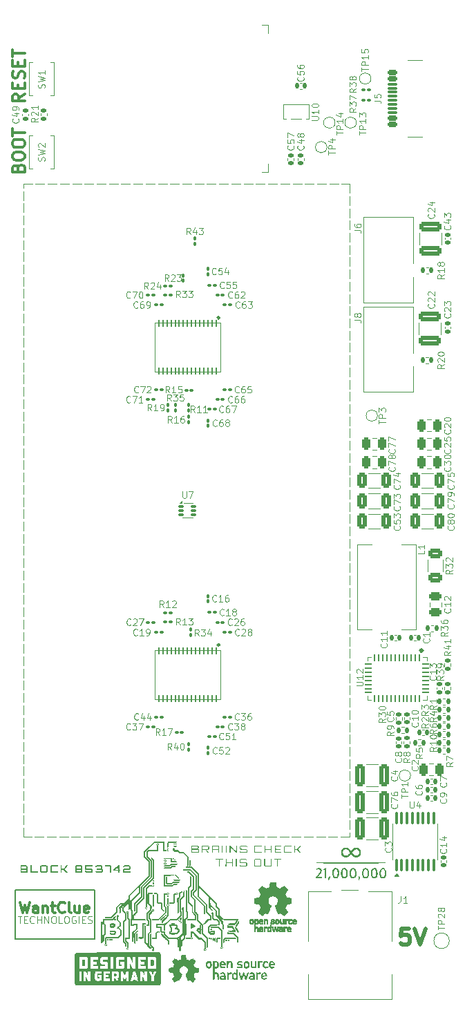
<source format=gbr>
%TF.GenerationSoftware,KiCad,Pcbnew,8.0.4*%
%TF.CreationDate,2024-11-05T20:33:51+01:00*%
%TF.ProjectId,BitForgeNano,42697446-6f72-4676-954e-616e6f2e6b69,rev?*%
%TF.SameCoordinates,Original*%
%TF.FileFunction,Legend,Top*%
%TF.FilePolarity,Positive*%
%FSLAX46Y46*%
G04 Gerber Fmt 4.6, Leading zero omitted, Abs format (unit mm)*
G04 Created by KiCad (PCBNEW 8.0.4) date 2024-11-05 20:33:51*
%MOMM*%
%LPD*%
G01*
G04 APERTURE LIST*
G04 Aperture macros list*
%AMRoundRect*
0 Rectangle with rounded corners*
0 $1 Rounding radius*
0 $2 $3 $4 $5 $6 $7 $8 $9 X,Y pos of 4 corners*
0 Add a 4 corners polygon primitive as box body*
4,1,4,$2,$3,$4,$5,$6,$7,$8,$9,$2,$3,0*
0 Add four circle primitives for the rounded corners*
1,1,$1+$1,$2,$3*
1,1,$1+$1,$4,$5*
1,1,$1+$1,$6,$7*
1,1,$1+$1,$8,$9*
0 Add four rect primitives between the rounded corners*
20,1,$1+$1,$2,$3,$4,$5,0*
20,1,$1+$1,$4,$5,$6,$7,0*
20,1,$1+$1,$6,$7,$8,$9,0*
20,1,$1+$1,$8,$9,$2,$3,0*%
G04 Aperture macros list end*
%ADD10C,0.000000*%
%ADD11C,0.200000*%
%ADD12C,0.100000*%
%ADD13C,0.500000*%
%ADD14C,0.300000*%
%ADD15C,0.125000*%
%ADD16C,0.120000*%
%ADD17C,0.252485*%
%ADD18RoundRect,0.140000X0.170000X-0.140000X0.170000X0.140000X-0.170000X0.140000X-0.170000X-0.140000X0*%
%ADD19RoundRect,0.100000X0.130000X0.100000X-0.130000X0.100000X-0.130000X-0.100000X0.130000X-0.100000X0*%
%ADD20R,1.524000X0.508000*%
%ADD21RoundRect,0.055250X-0.055250X0.340750X-0.055250X-0.340750X0.055250X-0.340750X0.055250X0.340750X0*%
%ADD22C,3.400000*%
%ADD23RoundRect,0.100000X-0.130000X-0.100000X0.130000X-0.100000X0.130000X0.100000X-0.130000X0.100000X0*%
%ADD24RoundRect,0.250000X0.325000X0.650000X-0.325000X0.650000X-0.325000X-0.650000X0.325000X-0.650000X0*%
%ADD25C,1.000000*%
%ADD26RoundRect,0.140000X0.140000X0.170000X-0.140000X0.170000X-0.140000X-0.170000X0.140000X-0.170000X0*%
%ADD27RoundRect,0.250000X-0.250000X-0.475000X0.250000X-0.475000X0.250000X0.475000X-0.250000X0.475000X0*%
%ADD28C,1.295400*%
%ADD29C,1.574800*%
%ADD30RoundRect,0.250000X-0.325000X-0.650000X0.325000X-0.650000X0.325000X0.650000X-0.325000X0.650000X0*%
%ADD31RoundRect,0.140000X-0.170000X0.140000X-0.170000X-0.140000X0.170000X-0.140000X0.170000X0.140000X0*%
%ADD32RoundRect,0.135000X0.135000X0.185000X-0.135000X0.185000X-0.135000X-0.185000X0.135000X-0.185000X0*%
%ADD33RoundRect,0.100000X0.100000X-0.130000X0.100000X0.130000X-0.100000X0.130000X-0.100000X-0.130000X0*%
%ADD34RoundRect,0.250000X1.100000X-0.325000X1.100000X0.325000X-1.100000X0.325000X-1.100000X-0.325000X0*%
%ADD35RoundRect,0.100000X0.100000X-0.637500X0.100000X0.637500X-0.100000X0.637500X-0.100000X-0.637500X0*%
%ADD36RoundRect,0.250000X0.325000X1.100000X-0.325000X1.100000X-0.325000X-1.100000X0.325000X-1.100000X0*%
%ADD37RoundRect,0.062500X-0.062500X0.337500X-0.062500X-0.337500X0.062500X-0.337500X0.062500X0.337500X0*%
%ADD38RoundRect,0.062500X-0.337500X0.062500X-0.337500X-0.062500X0.337500X-0.062500X0.337500X0.062500X0*%
%ADD39C,0.400000*%
%ADD40R,5.300000X3.300000*%
%ADD41C,3.200000*%
%ADD42RoundRect,0.135000X0.185000X-0.135000X0.185000X0.135000X-0.185000X0.135000X-0.185000X-0.135000X0*%
%ADD43RoundRect,0.250000X-0.625000X0.312500X-0.625000X-0.312500X0.625000X-0.312500X0.625000X0.312500X0*%
%ADD44C,1.500000*%
%ADD45R,0.900000X1.500000*%
%ADD46R,1.500000X0.900000*%
%ADD47R,0.900000X0.900000*%
%ADD48RoundRect,0.085000X-0.265000X-0.085000X0.265000X-0.085000X0.265000X0.085000X-0.265000X0.085000X0*%
%ADD49R,3.050000X2.000000*%
%ADD50RoundRect,0.135000X-0.135000X-0.185000X0.135000X-0.185000X0.135000X0.185000X-0.135000X0.185000X0*%
%ADD51RoundRect,0.135000X-0.185000X0.135000X-0.185000X-0.135000X0.185000X-0.135000X0.185000X0.135000X0*%
%ADD52RoundRect,0.250000X-0.475000X0.250000X-0.475000X-0.250000X0.475000X-0.250000X0.475000X0.250000X0*%
%ADD53RoundRect,0.140000X-0.140000X-0.170000X0.140000X-0.170000X0.140000X0.170000X-0.140000X0.170000X0*%
%ADD54RoundRect,0.250000X0.250000X0.475000X-0.250000X0.475000X-0.250000X-0.475000X0.250000X-0.475000X0*%
%ADD55C,0.650000*%
%ADD56RoundRect,0.150000X0.425000X-0.150000X0.425000X0.150000X-0.425000X0.150000X-0.425000X-0.150000X0*%
%ADD57RoundRect,0.075000X0.500000X-0.075000X0.500000X0.075000X-0.500000X0.075000X-0.500000X-0.075000X0*%
%ADD58O,2.100000X1.000000*%
%ADD59O,1.800000X1.000000*%
%ADD60R,0.558800X0.952500*%
%ADD61C,1.600000*%
%ADD62R,4.000000X2.000000*%
%ADD63O,2.000000X3.500000*%
%ADD64O,3.300000X2.000000*%
G04 APERTURE END LIST*
D10*
G36*
X93459412Y-166192606D02*
G01*
X93466682Y-166193159D01*
X93473846Y-166194071D01*
X93480896Y-166195331D01*
X93487823Y-166196931D01*
X93494617Y-166198862D01*
X93501271Y-166201115D01*
X93507773Y-166203681D01*
X93514117Y-166206551D01*
X93520292Y-166209715D01*
X93526289Y-166213165D01*
X93532101Y-166216892D01*
X93537716Y-166220886D01*
X93543127Y-166225139D01*
X93548325Y-166229642D01*
X93553300Y-166234386D01*
X93558043Y-166239361D01*
X93562546Y-166244558D01*
X93566800Y-166249969D01*
X93570794Y-166255585D01*
X93574521Y-166261396D01*
X93577971Y-166267393D01*
X93581135Y-166273568D01*
X93584005Y-166279912D01*
X93586571Y-166286414D01*
X93588824Y-166293067D01*
X93590755Y-166299862D01*
X93592355Y-166306788D01*
X93593616Y-166313838D01*
X93594527Y-166321002D01*
X93595081Y-166328272D01*
X93595267Y-166335637D01*
X93595081Y-166343001D01*
X93594527Y-166350269D01*
X93593616Y-166357432D01*
X93592355Y-166364480D01*
X93590755Y-166371406D01*
X93588824Y-166378199D01*
X93586571Y-166384851D01*
X93584005Y-166391353D01*
X93581135Y-166397695D01*
X93577971Y-166403869D01*
X93574521Y-166409866D01*
X93570794Y-166415676D01*
X93566800Y-166421291D01*
X93562546Y-166426702D01*
X93558043Y-166431899D01*
X93553300Y-166436873D01*
X93548325Y-166441616D01*
X93543127Y-166446119D01*
X93537716Y-166450371D01*
X93532101Y-166454366D01*
X93526289Y-166458092D01*
X93520292Y-166461542D01*
X93514117Y-166464706D01*
X93507773Y-166467576D01*
X93501271Y-166470142D01*
X93494617Y-166472394D01*
X93487823Y-166474326D01*
X93480896Y-166475926D01*
X93473846Y-166477186D01*
X93466682Y-166478097D01*
X93459412Y-166478651D01*
X93452047Y-166478837D01*
X93444681Y-166478651D01*
X93437412Y-166478097D01*
X93430248Y-166477186D01*
X93423198Y-166475926D01*
X93416271Y-166474326D01*
X93409477Y-166472394D01*
X93402824Y-166470142D01*
X93396321Y-166467576D01*
X93389978Y-166464706D01*
X93383803Y-166461542D01*
X93377806Y-166458092D01*
X93371995Y-166454366D01*
X93366379Y-166450371D01*
X93360968Y-166446119D01*
X93355770Y-166441616D01*
X93350795Y-166436873D01*
X93346052Y-166431899D01*
X93341549Y-166426702D01*
X93337296Y-166421291D01*
X93333302Y-166415676D01*
X93329575Y-166409866D01*
X93326125Y-166403869D01*
X93322960Y-166397695D01*
X93320091Y-166391353D01*
X93317525Y-166384851D01*
X93315272Y-166378199D01*
X93313341Y-166371406D01*
X93311740Y-166364480D01*
X93310480Y-166357432D01*
X93309569Y-166350269D01*
X93309015Y-166343001D01*
X93308829Y-166335637D01*
X93380449Y-166335637D01*
X93380542Y-166339318D01*
X93380819Y-166342952D01*
X93381274Y-166346532D01*
X93381904Y-166350056D01*
X93382704Y-166353518D01*
X93383670Y-166356914D01*
X93384796Y-166360240D01*
X93386078Y-166363491D01*
X93387513Y-166366662D01*
X93389094Y-166369749D01*
X93390819Y-166372747D01*
X93392682Y-166375652D01*
X93394679Y-166378460D01*
X93396805Y-166381165D01*
X93399056Y-166383764D01*
X93401427Y-166386251D01*
X93403914Y-166388623D01*
X93406512Y-166390875D01*
X93409217Y-166393001D01*
X93412025Y-166394999D01*
X93414930Y-166396862D01*
X93417928Y-166398588D01*
X93421015Y-166400170D01*
X93424186Y-166401605D01*
X93427437Y-166402888D01*
X93430763Y-166404015D01*
X93434160Y-166404981D01*
X93437623Y-166405781D01*
X93441148Y-166406411D01*
X93444730Y-166406867D01*
X93448364Y-166407144D01*
X93452047Y-166407237D01*
X93455730Y-166407144D01*
X93459365Y-166406867D01*
X93462947Y-166406411D01*
X93466472Y-166405781D01*
X93469936Y-166404981D01*
X93473333Y-166404015D01*
X93476660Y-166402888D01*
X93479912Y-166401605D01*
X93483084Y-166400170D01*
X93486172Y-166398588D01*
X93489171Y-166396862D01*
X93492077Y-166394999D01*
X93494886Y-166393001D01*
X93497592Y-166390875D01*
X93500191Y-166388623D01*
X93502679Y-166386251D01*
X93505051Y-166383764D01*
X93507303Y-166381165D01*
X93509430Y-166378460D01*
X93511428Y-166375652D01*
X93513292Y-166372747D01*
X93515018Y-166369749D01*
X93516600Y-166366662D01*
X93518036Y-166363491D01*
X93519319Y-166360240D01*
X93520446Y-166356914D01*
X93521411Y-166353518D01*
X93522212Y-166350056D01*
X93522842Y-166346532D01*
X93523298Y-166342952D01*
X93523575Y-166339318D01*
X93523668Y-166335637D01*
X93523575Y-166331955D01*
X93523298Y-166328320D01*
X93522842Y-166324738D01*
X93522212Y-166321213D01*
X93521411Y-166317749D01*
X93520446Y-166314352D01*
X93519319Y-166311025D01*
X93518036Y-166307773D01*
X93516600Y-166304601D01*
X93515018Y-166301513D01*
X93513292Y-166298514D01*
X93511428Y-166295608D01*
X93509430Y-166292800D01*
X93507303Y-166290094D01*
X93505051Y-166287495D01*
X93502679Y-166285007D01*
X93500191Y-166282635D01*
X93497592Y-166280383D01*
X93494886Y-166278256D01*
X93492077Y-166276258D01*
X93489171Y-166274394D01*
X93486172Y-166272669D01*
X93483084Y-166271086D01*
X93479912Y-166269651D01*
X93476660Y-166268368D01*
X93473333Y-166267241D01*
X93469936Y-166266275D01*
X93466472Y-166265474D01*
X93462947Y-166264844D01*
X93459365Y-166264388D01*
X93455730Y-166264111D01*
X93452047Y-166264018D01*
X93448364Y-166264111D01*
X93444730Y-166264388D01*
X93441148Y-166264844D01*
X93437623Y-166265474D01*
X93434160Y-166266275D01*
X93430763Y-166267241D01*
X93427437Y-166268368D01*
X93424186Y-166269651D01*
X93421015Y-166271086D01*
X93417928Y-166272669D01*
X93414930Y-166274394D01*
X93412025Y-166276258D01*
X93409217Y-166278256D01*
X93406512Y-166280383D01*
X93403914Y-166282635D01*
X93401427Y-166285007D01*
X93399056Y-166287495D01*
X93396805Y-166290094D01*
X93394679Y-166292800D01*
X93392682Y-166295608D01*
X93390819Y-166298514D01*
X93389094Y-166301513D01*
X93387513Y-166304601D01*
X93386078Y-166307773D01*
X93384796Y-166311025D01*
X93383670Y-166314352D01*
X93382704Y-166317749D01*
X93381904Y-166321213D01*
X93381274Y-166324738D01*
X93380819Y-166328320D01*
X93380542Y-166331955D01*
X93380449Y-166335637D01*
X93308829Y-166335637D01*
X93309015Y-166328272D01*
X93309569Y-166321002D01*
X93310480Y-166313838D01*
X93311740Y-166306788D01*
X93313341Y-166299862D01*
X93315272Y-166293067D01*
X93317525Y-166286414D01*
X93320091Y-166279912D01*
X93322960Y-166273568D01*
X93326125Y-166267393D01*
X93329575Y-166261396D01*
X93333302Y-166255585D01*
X93337296Y-166249969D01*
X93341549Y-166244558D01*
X93346052Y-166239361D01*
X93350795Y-166234386D01*
X93355770Y-166229642D01*
X93360968Y-166225139D01*
X93366379Y-166220886D01*
X93371995Y-166216892D01*
X93377806Y-166213165D01*
X93383803Y-166209715D01*
X93389978Y-166206551D01*
X93396321Y-166203681D01*
X93402824Y-166201115D01*
X93409477Y-166198862D01*
X93416271Y-166196931D01*
X93423198Y-166195331D01*
X93430248Y-166194071D01*
X93437412Y-166193159D01*
X93444681Y-166192606D01*
X93452047Y-166192419D01*
X93459412Y-166192606D01*
G37*
G36*
X85054767Y-161616052D02*
G01*
X85057471Y-161616281D01*
X85060169Y-161616658D01*
X85062876Y-161617185D01*
X85065604Y-161617862D01*
X85068369Y-161618691D01*
X85071183Y-161619674D01*
X85077016Y-161622107D01*
X85083215Y-161625173D01*
X85089890Y-161628886D01*
X85097152Y-161633257D01*
X85105111Y-161638299D01*
X85113879Y-161644023D01*
X85119112Y-161647648D01*
X85124144Y-161651483D01*
X85128970Y-161655517D01*
X85133581Y-161659738D01*
X85137972Y-161664136D01*
X85142135Y-161668699D01*
X85146064Y-161673417D01*
X85149752Y-161678277D01*
X85153192Y-161683269D01*
X85156377Y-161688381D01*
X85159301Y-161693602D01*
X85161957Y-161698922D01*
X85164338Y-161704328D01*
X85166436Y-161709810D01*
X85168247Y-161715357D01*
X85169761Y-161720956D01*
X85170974Y-161726598D01*
X85171877Y-161732271D01*
X85172465Y-161737963D01*
X85172730Y-161743664D01*
X85172666Y-161749362D01*
X85172265Y-161755046D01*
X85171522Y-161760705D01*
X85170428Y-161766327D01*
X85168978Y-161771902D01*
X85167165Y-161777418D01*
X85164981Y-161782864D01*
X85162421Y-161788230D01*
X85159476Y-161793502D01*
X85156141Y-161798671D01*
X85152409Y-161803726D01*
X85148273Y-161808654D01*
X85144870Y-161812544D01*
X85141575Y-161816548D01*
X85135126Y-161824747D01*
X85128552Y-161832947D01*
X85125103Y-161836952D01*
X85121482Y-161840844D01*
X85117645Y-161844583D01*
X85113544Y-161848133D01*
X85111381Y-161849824D01*
X85109134Y-161851454D01*
X85106797Y-161853017D01*
X85104366Y-161854509D01*
X85101834Y-161855925D01*
X85099196Y-161857261D01*
X85096445Y-161858510D01*
X85093576Y-161859670D01*
X85090583Y-161860734D01*
X85087460Y-161861699D01*
X85084202Y-161862559D01*
X85080802Y-161863310D01*
X85070725Y-161866034D01*
X85059921Y-161870687D01*
X85048361Y-161877193D01*
X85036016Y-161885480D01*
X85022855Y-161895472D01*
X85008850Y-161907097D01*
X84993970Y-161920280D01*
X84978187Y-161934948D01*
X84943791Y-161968442D01*
X84905425Y-162006989D01*
X84815843Y-162096875D01*
X84643598Y-162267268D01*
X84643598Y-162615459D01*
X84810286Y-162793259D01*
X84810286Y-164391607D01*
X84699161Y-164506436D01*
X84588036Y-164623118D01*
X84588036Y-166102931D01*
X84706569Y-166219612D01*
X84725578Y-166238697D01*
X84742392Y-166255782D01*
X84757117Y-166271039D01*
X84769859Y-166284638D01*
X84780723Y-166296750D01*
X84785484Y-166302303D01*
X84789816Y-166307547D01*
X84793731Y-166312505D01*
X84797243Y-166317199D01*
X84800364Y-166321648D01*
X84803109Y-166325876D01*
X84805491Y-166329903D01*
X84807522Y-166333751D01*
X84809216Y-166337440D01*
X84810586Y-166340993D01*
X84811646Y-166344431D01*
X84812408Y-166347774D01*
X84812886Y-166351045D01*
X84813093Y-166354265D01*
X84813043Y-166357455D01*
X84812747Y-166360637D01*
X84812221Y-166363831D01*
X84811476Y-166367060D01*
X84810527Y-166370344D01*
X84809386Y-166373705D01*
X84808067Y-166377165D01*
X84806582Y-166380744D01*
X84804418Y-166385182D01*
X84802096Y-166389466D01*
X84799622Y-166393595D01*
X84797000Y-166397565D01*
X84794235Y-166401375D01*
X84791334Y-166405023D01*
X84788299Y-166408507D01*
X84785138Y-166411824D01*
X84781855Y-166414974D01*
X84778455Y-166417953D01*
X84774943Y-166420760D01*
X84771324Y-166423393D01*
X84767603Y-166425849D01*
X84763785Y-166428127D01*
X84759876Y-166430224D01*
X84755881Y-166432139D01*
X84751804Y-166433870D01*
X84747651Y-166435414D01*
X84743427Y-166436769D01*
X84739136Y-166437934D01*
X84734785Y-166438907D01*
X84730377Y-166439684D01*
X84725919Y-166440265D01*
X84721415Y-166440647D01*
X84716870Y-166440829D01*
X84712290Y-166440807D01*
X84707679Y-166440581D01*
X84703042Y-166440148D01*
X84698386Y-166439506D01*
X84693714Y-166438653D01*
X84689032Y-166437587D01*
X84684344Y-166436306D01*
X84679081Y-166433408D01*
X84670367Y-166426927D01*
X84643367Y-166403982D01*
X84604908Y-166369013D01*
X84556551Y-166323561D01*
X84436397Y-166207372D01*
X84295407Y-166067742D01*
X83939807Y-165710290D01*
X83939807Y-164680532D01*
X83940017Y-164373922D01*
X83940791Y-164133444D01*
X83941457Y-164035448D01*
X83942346Y-163950916D01*
X83943485Y-163878826D01*
X83944900Y-163818156D01*
X83946619Y-163767881D01*
X83948670Y-163726981D01*
X83951078Y-163694430D01*
X83953871Y-163669208D01*
X83955421Y-163659025D01*
X83957077Y-163650291D01*
X83958843Y-163642877D01*
X83960723Y-163636656D01*
X83962719Y-163631499D01*
X83964835Y-163627280D01*
X83967074Y-163623870D01*
X83969440Y-163621141D01*
X83972386Y-163618061D01*
X83975640Y-163615082D01*
X83979166Y-163612216D01*
X83982926Y-163609479D01*
X83986880Y-163606882D01*
X83990992Y-163604440D01*
X83995224Y-163602166D01*
X83999537Y-163600073D01*
X84003893Y-163598176D01*
X84008254Y-163596488D01*
X84012583Y-163595023D01*
X84016842Y-163593793D01*
X84020992Y-163592814D01*
X84024996Y-163592097D01*
X84028815Y-163591657D01*
X84032411Y-163591507D01*
X84036008Y-163591657D01*
X84039827Y-163592097D01*
X84043830Y-163592814D01*
X84047980Y-163593793D01*
X84052239Y-163595023D01*
X84056568Y-163596488D01*
X84060929Y-163598176D01*
X84065286Y-163600073D01*
X84069598Y-163602166D01*
X84073830Y-163604440D01*
X84077942Y-163606882D01*
X84081897Y-163609479D01*
X84085656Y-163612216D01*
X84089182Y-163615082D01*
X84092437Y-163618061D01*
X84095382Y-163621141D01*
X84104100Y-163636507D01*
X84110951Y-163668369D01*
X84116153Y-163724539D01*
X84119922Y-163812831D01*
X84124031Y-164117035D01*
X84125015Y-164643490D01*
X84125015Y-165639912D01*
X84402828Y-165914019D01*
X84402828Y-164543477D01*
X84525065Y-164424945D01*
X84645451Y-164304559D01*
X84639895Y-163589654D01*
X84634338Y-162872899D01*
X84547290Y-162780295D01*
X84458390Y-162685838D01*
X84458390Y-162193184D01*
X84660267Y-161991307D01*
X84714171Y-161937895D01*
X84764163Y-161888901D01*
X84809347Y-161844503D01*
X84848828Y-161804876D01*
X84866150Y-161786908D01*
X84881711Y-161770198D01*
X84889377Y-161761558D01*
X84951223Y-161761558D01*
X84951647Y-161767838D01*
X84952552Y-161774041D01*
X84953949Y-161780132D01*
X84955851Y-161786079D01*
X84958270Y-161791850D01*
X84961218Y-161797411D01*
X84964708Y-161802729D01*
X84968751Y-161807771D01*
X84973361Y-161812505D01*
X84978548Y-161816897D01*
X84984326Y-161820916D01*
X84990375Y-161824385D01*
X84996690Y-161827169D01*
X85003231Y-161829295D01*
X85009958Y-161830789D01*
X85016832Y-161831677D01*
X85023814Y-161831984D01*
X85030865Y-161831738D01*
X85037944Y-161830963D01*
X85045013Y-161829687D01*
X85052032Y-161827935D01*
X85058962Y-161825734D01*
X85065763Y-161823109D01*
X85072397Y-161820086D01*
X85078823Y-161816692D01*
X85085002Y-161812954D01*
X85090895Y-161808896D01*
X85096463Y-161804545D01*
X85101665Y-161799927D01*
X85106463Y-161795068D01*
X85110818Y-161789994D01*
X85114689Y-161784732D01*
X85118038Y-161779308D01*
X85120825Y-161773747D01*
X85123010Y-161768076D01*
X85124555Y-161762320D01*
X85125420Y-161756506D01*
X85125565Y-161750661D01*
X85124952Y-161744809D01*
X85123540Y-161738978D01*
X85121290Y-161733193D01*
X85118163Y-161727480D01*
X85114120Y-161721866D01*
X85111261Y-161718841D01*
X85107612Y-161715380D01*
X85103279Y-161711570D01*
X85098363Y-161707498D01*
X85092969Y-161703251D01*
X85087200Y-161698917D01*
X85081159Y-161694582D01*
X85074949Y-161690334D01*
X85068674Y-161686260D01*
X85062438Y-161682446D01*
X85056343Y-161678980D01*
X85050493Y-161675949D01*
X85044991Y-161673440D01*
X85039941Y-161671540D01*
X85037618Y-161670845D01*
X85035446Y-161670336D01*
X85033439Y-161670022D01*
X85031610Y-161669915D01*
X85024772Y-161670233D01*
X85018158Y-161671163D01*
X85011780Y-161672674D01*
X85005650Y-161674732D01*
X84999779Y-161677305D01*
X84994182Y-161680359D01*
X84988868Y-161683861D01*
X84983852Y-161687779D01*
X84979145Y-161692080D01*
X84974759Y-161696730D01*
X84970707Y-161701698D01*
X84967001Y-161706949D01*
X84963653Y-161712451D01*
X84960675Y-161718172D01*
X84958079Y-161724077D01*
X84955878Y-161730135D01*
X84954084Y-161736313D01*
X84952710Y-161742577D01*
X84951766Y-161748894D01*
X84951267Y-161755232D01*
X84951223Y-161761558D01*
X84889377Y-161761558D01*
X84895398Y-161754770D01*
X84907100Y-161740646D01*
X84916706Y-161727846D01*
X84920687Y-161721951D01*
X84924102Y-161716395D01*
X84926937Y-161711181D01*
X84929177Y-161706313D01*
X84930810Y-161701792D01*
X84931820Y-161697623D01*
X84933923Y-161687292D01*
X84936105Y-161678427D01*
X84937245Y-161674500D01*
X84938427Y-161670886D01*
X84939658Y-161667566D01*
X84940947Y-161664522D01*
X84942301Y-161661737D01*
X84943727Y-161659192D01*
X84945233Y-161656869D01*
X84946826Y-161654751D01*
X84948513Y-161652819D01*
X84950304Y-161651055D01*
X84952204Y-161649440D01*
X84954221Y-161647958D01*
X84956363Y-161646590D01*
X84958637Y-161645318D01*
X84963613Y-161642989D01*
X84969207Y-161640827D01*
X84975481Y-161638687D01*
X84990307Y-161633898D01*
X84998979Y-161630959D01*
X85008570Y-161627465D01*
X85016844Y-161624243D01*
X85024374Y-161621531D01*
X85031273Y-161619341D01*
X85037651Y-161617686D01*
X85040680Y-161617063D01*
X85043619Y-161616578D01*
X85046484Y-161616233D01*
X85049288Y-161616029D01*
X85052044Y-161615968D01*
X85054767Y-161616052D01*
G37*
G36*
X86527575Y-155875742D02*
G01*
X86534844Y-155876295D01*
X86542009Y-155877207D01*
X86549059Y-155878467D01*
X86555985Y-155880067D01*
X86562780Y-155881998D01*
X86569433Y-155884251D01*
X86575936Y-155886817D01*
X86582279Y-155889687D01*
X86588454Y-155892851D01*
X86594452Y-155896301D01*
X86600263Y-155900028D01*
X86605878Y-155904023D01*
X86611289Y-155908276D01*
X86616487Y-155912779D01*
X86621462Y-155917522D01*
X86626205Y-155922497D01*
X86630708Y-155927695D01*
X86634962Y-155933106D01*
X86638956Y-155938721D01*
X86642683Y-155944533D01*
X86646133Y-155950530D01*
X86649297Y-155956705D01*
X86652167Y-155963048D01*
X86654733Y-155969551D01*
X86656986Y-155976204D01*
X86658917Y-155982999D01*
X86660517Y-155989926D01*
X86661778Y-155996975D01*
X86662689Y-156004140D01*
X86663242Y-156011409D01*
X86663429Y-156018775D01*
X86663242Y-156026139D01*
X86662689Y-156033406D01*
X86661778Y-156040569D01*
X86660517Y-156047617D01*
X86658917Y-156054543D01*
X86656986Y-156061336D01*
X86654733Y-156067988D01*
X86652167Y-156074489D01*
X86649297Y-156080832D01*
X86646133Y-156087006D01*
X86642683Y-156093002D01*
X86638956Y-156098813D01*
X86634962Y-156104428D01*
X86630708Y-156109838D01*
X86626205Y-156115035D01*
X86621462Y-156120010D01*
X86616487Y-156124753D01*
X86611289Y-156129255D01*
X86605878Y-156133508D01*
X86600263Y-156137502D01*
X86594452Y-156141229D01*
X86588454Y-156144679D01*
X86582279Y-156147843D01*
X86575936Y-156150712D01*
X86569433Y-156153278D01*
X86562780Y-156155531D01*
X86555985Y-156157462D01*
X86549059Y-156159062D01*
X86542009Y-156160323D01*
X86534844Y-156161234D01*
X86527575Y-156161788D01*
X86520209Y-156161974D01*
X86512844Y-156161788D01*
X86505574Y-156161234D01*
X86498410Y-156160323D01*
X86491360Y-156159062D01*
X86484433Y-156157462D01*
X86477639Y-156155531D01*
X86470986Y-156153278D01*
X86464483Y-156150712D01*
X86458140Y-156147843D01*
X86451965Y-156144679D01*
X86445967Y-156141229D01*
X86440156Y-156137502D01*
X86434541Y-156133508D01*
X86429129Y-156129255D01*
X86423932Y-156124753D01*
X86418957Y-156120010D01*
X86414213Y-156115035D01*
X86409711Y-156109838D01*
X86405457Y-156104428D01*
X86401463Y-156098813D01*
X86397736Y-156093002D01*
X86394286Y-156087006D01*
X86391121Y-156080832D01*
X86388252Y-156074489D01*
X86385686Y-156067988D01*
X86383433Y-156061336D01*
X86381502Y-156054543D01*
X86379902Y-156047617D01*
X86378641Y-156040569D01*
X86377730Y-156033406D01*
X86377176Y-156026139D01*
X86376990Y-156018775D01*
X86448610Y-156018775D01*
X86448703Y-156022456D01*
X86448979Y-156026089D01*
X86449435Y-156029670D01*
X86450065Y-156033193D01*
X86450865Y-156036655D01*
X86451830Y-156040052D01*
X86452956Y-156043377D01*
X86454239Y-156046628D01*
X86455673Y-156049799D01*
X86457255Y-156052886D01*
X86458980Y-156055884D01*
X86460843Y-156058789D01*
X86462840Y-156061597D01*
X86464966Y-156064302D01*
X86467217Y-156066901D01*
X86469588Y-156069388D01*
X86472075Y-156071760D01*
X86474673Y-156074012D01*
X86477379Y-156076138D01*
X86480186Y-156078136D01*
X86483091Y-156080000D01*
X86486089Y-156081725D01*
X86489176Y-156083307D01*
X86492348Y-156084742D01*
X86495599Y-156086025D01*
X86498925Y-156087152D01*
X86502322Y-156088118D01*
X86505785Y-156088918D01*
X86509310Y-156089549D01*
X86512892Y-156090004D01*
X86516526Y-156090281D01*
X86520209Y-156090375D01*
X86523892Y-156090281D01*
X86527527Y-156090004D01*
X86531109Y-156089549D01*
X86534634Y-156088918D01*
X86538098Y-156088118D01*
X86541495Y-156087152D01*
X86544822Y-156086025D01*
X86548074Y-156084742D01*
X86551246Y-156083307D01*
X86554334Y-156081725D01*
X86557333Y-156080000D01*
X86560240Y-156078136D01*
X86563048Y-156076138D01*
X86565754Y-156074012D01*
X86568353Y-156071760D01*
X86570841Y-156069388D01*
X86573214Y-156066901D01*
X86575466Y-156064302D01*
X86577593Y-156061597D01*
X86579590Y-156058789D01*
X86581454Y-156055884D01*
X86583180Y-156052886D01*
X86584763Y-156049799D01*
X86586198Y-156046628D01*
X86587481Y-156043377D01*
X86588608Y-156040052D01*
X86589574Y-156036655D01*
X86590374Y-156033193D01*
X86591005Y-156029670D01*
X86591460Y-156026089D01*
X86591737Y-156022456D01*
X86591831Y-156018775D01*
X86591737Y-156015092D01*
X86591460Y-156011457D01*
X86591005Y-156007875D01*
X86590374Y-156004350D01*
X86589574Y-156000886D01*
X86588608Y-155997489D01*
X86587481Y-155994162D01*
X86586198Y-155990910D01*
X86584763Y-155987738D01*
X86583180Y-155984650D01*
X86581454Y-155981651D01*
X86579590Y-155978745D01*
X86577593Y-155975937D01*
X86575466Y-155973231D01*
X86573214Y-155970631D01*
X86570841Y-155968143D01*
X86568353Y-155965771D01*
X86565754Y-155963519D01*
X86563048Y-155961392D01*
X86560240Y-155959394D01*
X86557333Y-155957531D01*
X86554334Y-155955805D01*
X86551246Y-155954223D01*
X86548074Y-155952787D01*
X86544822Y-155951504D01*
X86541495Y-155950377D01*
X86538098Y-155949411D01*
X86534634Y-155948611D01*
X86531109Y-155947981D01*
X86527527Y-155947525D01*
X86523892Y-155947248D01*
X86520209Y-155947155D01*
X86516526Y-155947248D01*
X86512892Y-155947525D01*
X86509310Y-155947981D01*
X86505785Y-155948611D01*
X86502322Y-155949411D01*
X86498925Y-155950377D01*
X86495599Y-155951504D01*
X86492348Y-155952787D01*
X86489176Y-155954223D01*
X86486089Y-155955805D01*
X86483091Y-155957531D01*
X86480186Y-155959394D01*
X86477379Y-155961392D01*
X86474673Y-155963519D01*
X86472075Y-155965771D01*
X86469588Y-155968143D01*
X86467217Y-155970631D01*
X86464966Y-155973231D01*
X86462840Y-155975937D01*
X86460843Y-155978745D01*
X86458980Y-155981651D01*
X86457255Y-155984650D01*
X86455673Y-155987738D01*
X86454239Y-155990910D01*
X86452956Y-155994162D01*
X86451830Y-155997489D01*
X86450865Y-156000886D01*
X86450065Y-156004350D01*
X86449435Y-156007875D01*
X86448979Y-156011457D01*
X86448703Y-156015092D01*
X86448610Y-156018775D01*
X86376990Y-156018775D01*
X86377176Y-156011409D01*
X86377730Y-156004140D01*
X86378641Y-155996975D01*
X86379902Y-155989926D01*
X86381502Y-155982999D01*
X86383433Y-155976204D01*
X86385686Y-155969551D01*
X86388252Y-155963048D01*
X86391121Y-155956705D01*
X86394286Y-155950530D01*
X86397736Y-155944533D01*
X86401463Y-155938721D01*
X86405457Y-155933106D01*
X86409711Y-155927695D01*
X86414213Y-155922497D01*
X86418957Y-155917522D01*
X86423932Y-155912779D01*
X86429129Y-155908276D01*
X86434541Y-155904023D01*
X86440156Y-155900028D01*
X86445967Y-155896301D01*
X86451965Y-155892851D01*
X86458140Y-155889687D01*
X86464483Y-155886817D01*
X86470986Y-155884251D01*
X86477639Y-155881998D01*
X86484433Y-155880067D01*
X86491360Y-155878467D01*
X86498410Y-155877207D01*
X86505574Y-155876295D01*
X86512844Y-155875742D01*
X86520209Y-155875555D01*
X86527575Y-155875742D01*
G37*
G36*
X80189628Y-163351181D02*
G01*
X80231766Y-163352140D01*
X80267936Y-163353948D01*
X80283925Y-163355255D01*
X80298593Y-163356874D01*
X80311997Y-163358841D01*
X80324193Y-163361187D01*
X80335239Y-163363947D01*
X80345192Y-163367154D01*
X80354108Y-163370842D01*
X80362045Y-163375045D01*
X80369060Y-163379796D01*
X80375209Y-163385128D01*
X80380549Y-163391076D01*
X80385138Y-163397672D01*
X80389033Y-163404950D01*
X80392290Y-163412945D01*
X80394966Y-163421689D01*
X80397119Y-163431216D01*
X80398805Y-163441559D01*
X80400081Y-163452753D01*
X80401633Y-163477825D01*
X80402230Y-163506701D01*
X80402328Y-163539649D01*
X80402328Y-163671146D01*
X80304167Y-163771159D01*
X80204155Y-163869320D01*
X80007834Y-163869320D01*
X79923550Y-163868904D01*
X79889509Y-163867818D01*
X79860362Y-163865645D01*
X79847505Y-163864032D01*
X79835730Y-163862006D01*
X79824988Y-163859519D01*
X79815232Y-163856525D01*
X79806415Y-163852976D01*
X79798489Y-163848825D01*
X79791407Y-163844025D01*
X79785121Y-163838529D01*
X79779584Y-163832289D01*
X79774748Y-163825259D01*
X79770567Y-163817391D01*
X79766991Y-163808639D01*
X79763974Y-163798954D01*
X79761469Y-163788290D01*
X79759428Y-163776601D01*
X79757803Y-163763838D01*
X79755613Y-163734903D01*
X79754518Y-163701109D01*
X79754433Y-163684111D01*
X79754099Y-163617436D01*
X79754169Y-163587428D01*
X79754399Y-163560470D01*
X79754819Y-163536355D01*
X79754831Y-163535945D01*
X79939307Y-163535945D01*
X79939307Y-163684111D01*
X80037468Y-163684111D01*
X80051806Y-163683999D01*
X80065010Y-163683648D01*
X80077162Y-163683036D01*
X80088342Y-163682143D01*
X80098632Y-163680946D01*
X80108114Y-163679423D01*
X80112578Y-163678533D01*
X80116869Y-163677553D01*
X80120999Y-163676481D01*
X80124978Y-163675314D01*
X80128816Y-163674049D01*
X80132523Y-163672684D01*
X80136110Y-163671216D01*
X80139585Y-163669642D01*
X80142961Y-163667959D01*
X80146246Y-163666166D01*
X80149451Y-163664258D01*
X80152586Y-163662234D01*
X80155662Y-163660090D01*
X80158688Y-163657824D01*
X80164632Y-163652915D01*
X80170500Y-163647486D01*
X80176374Y-163641513D01*
X80180494Y-163636897D01*
X80184506Y-163632101D01*
X80188387Y-163627164D01*
X80192116Y-163622124D01*
X80195672Y-163617019D01*
X80199033Y-163611887D01*
X80202176Y-163606766D01*
X80205081Y-163601694D01*
X80207725Y-163596708D01*
X80210087Y-163591847D01*
X80212146Y-163587149D01*
X80213878Y-163582652D01*
X80215264Y-163578394D01*
X80216280Y-163574412D01*
X80216906Y-163570744D01*
X80217120Y-163567430D01*
X80216862Y-163562803D01*
X80216013Y-163558632D01*
X80214458Y-163554896D01*
X80212084Y-163551571D01*
X80208777Y-163548638D01*
X80204423Y-163546073D01*
X80198907Y-163543856D01*
X80192117Y-163541964D01*
X80183937Y-163540376D01*
X80174254Y-163539070D01*
X80162954Y-163538025D01*
X80149924Y-163537218D01*
X80118214Y-163536234D01*
X80078213Y-163535945D01*
X79939307Y-163535945D01*
X79754831Y-163535945D01*
X79755459Y-163514877D01*
X79756348Y-163495830D01*
X79757517Y-163479008D01*
X79758216Y-163471366D01*
X79758995Y-163464204D01*
X79759860Y-163457494D01*
X79760813Y-163451212D01*
X79761858Y-163445331D01*
X79762999Y-163439827D01*
X79764240Y-163434672D01*
X79765584Y-163429841D01*
X79767035Y-163425309D01*
X79768598Y-163421049D01*
X79770274Y-163417036D01*
X79772070Y-163413245D01*
X79773987Y-163409648D01*
X79776030Y-163406221D01*
X79778203Y-163402938D01*
X79780509Y-163399773D01*
X79782952Y-163396701D01*
X79785536Y-163393694D01*
X79791140Y-163387778D01*
X79797378Y-163381868D01*
X79803794Y-163376615D01*
X79810699Y-163371980D01*
X79818401Y-163367926D01*
X79827210Y-163364414D01*
X79837435Y-163361407D01*
X79849386Y-163358867D01*
X79863372Y-163356755D01*
X79879701Y-163355034D01*
X79898684Y-163353666D01*
X79945847Y-163351836D01*
X80007335Y-163350960D01*
X80085622Y-163350736D01*
X80189628Y-163351181D01*
G37*
G36*
X90385056Y-157433330D02*
G01*
X90385056Y-159298378D01*
X90107244Y-159583599D01*
X90107244Y-159878080D01*
X90755473Y-160526309D01*
X91403702Y-161172686D01*
X91403702Y-161682009D01*
X91403489Y-161832263D01*
X91403177Y-161895297D01*
X91402689Y-161950938D01*
X91401995Y-161999687D01*
X91401065Y-162042048D01*
X91399869Y-162078521D01*
X91398377Y-162109609D01*
X91396560Y-162135813D01*
X91395520Y-162147241D01*
X91394387Y-162157636D01*
X91393158Y-162167062D01*
X91391830Y-162175580D01*
X91390397Y-162183253D01*
X91388857Y-162190145D01*
X91387205Y-162196318D01*
X91385439Y-162201835D01*
X91383554Y-162206759D01*
X91381546Y-162211151D01*
X91379412Y-162215076D01*
X91377149Y-162218595D01*
X91374752Y-162221772D01*
X91372217Y-162224669D01*
X91365457Y-162231852D01*
X91359028Y-162238119D01*
X91355919Y-162240906D01*
X91352870Y-162243462D01*
X91349875Y-162245787D01*
X91346924Y-162247878D01*
X91344012Y-162249737D01*
X91341130Y-162251361D01*
X91338272Y-162252751D01*
X91335428Y-162253905D01*
X91332593Y-162254823D01*
X91329759Y-162255505D01*
X91326918Y-162255949D01*
X91324063Y-162256155D01*
X91321186Y-162256122D01*
X91318279Y-162255850D01*
X91315337Y-162255338D01*
X91312350Y-162254585D01*
X91309311Y-162253591D01*
X91306214Y-162252354D01*
X91303050Y-162250875D01*
X91299812Y-162249152D01*
X91296493Y-162247185D01*
X91293085Y-162244973D01*
X91289580Y-162242516D01*
X91285972Y-162239812D01*
X91278414Y-162233663D01*
X91270352Y-162226522D01*
X91264789Y-162221063D01*
X91259880Y-162214715D01*
X91255584Y-162206890D01*
X91251860Y-162197004D01*
X91248669Y-162184470D01*
X91245968Y-162168702D01*
X91241877Y-162125120D01*
X91239261Y-162061570D01*
X91237796Y-161973365D01*
X91237015Y-161704234D01*
X91237015Y-161211580D01*
X89940557Y-159915122D01*
X89940557Y-159524332D01*
X90218369Y-159250223D01*
X90218369Y-157488893D01*
X89579401Y-156849924D01*
X89164534Y-156849924D01*
X89042720Y-156849711D01*
X88991429Y-156849399D01*
X88946017Y-156848911D01*
X88906086Y-156848217D01*
X88871236Y-156847287D01*
X88841069Y-156846091D01*
X88815185Y-156844599D01*
X88793186Y-156842782D01*
X88783519Y-156841742D01*
X88774674Y-156840609D01*
X88766601Y-156839380D01*
X88759249Y-156838051D01*
X88752570Y-156836619D01*
X88746513Y-156835078D01*
X88741028Y-156833427D01*
X88736066Y-156831660D01*
X88731577Y-156829775D01*
X88727511Y-156827768D01*
X88723817Y-156825634D01*
X88720447Y-156823370D01*
X88717351Y-156820973D01*
X88714477Y-156818439D01*
X88707294Y-156811679D01*
X88701028Y-156805250D01*
X88698241Y-156802141D01*
X88695684Y-156799092D01*
X88693360Y-156796096D01*
X88691269Y-156793146D01*
X88689410Y-156790234D01*
X88687786Y-156787352D01*
X88686396Y-156784493D01*
X88685242Y-156781650D01*
X88684324Y-156778815D01*
X88683642Y-156775981D01*
X88683198Y-156773140D01*
X88682992Y-156770285D01*
X88683025Y-156767407D01*
X88683297Y-156764501D01*
X88683809Y-156761558D01*
X88684562Y-156758572D01*
X88685556Y-156755533D01*
X88686793Y-156752436D01*
X88688272Y-156749272D01*
X88689995Y-156746034D01*
X88691962Y-156742715D01*
X88694174Y-156739306D01*
X88696632Y-156735802D01*
X88699335Y-156732194D01*
X88705484Y-156724636D01*
X88712625Y-156716574D01*
X88718052Y-156711316D01*
X88724266Y-156706634D01*
X88731793Y-156702494D01*
X88741159Y-156698864D01*
X88752891Y-156695711D01*
X88767515Y-156693003D01*
X88807545Y-156688793D01*
X88865458Y-156685971D01*
X88945467Y-156684278D01*
X89188611Y-156683236D01*
X89634963Y-156683236D01*
X90385056Y-157433330D01*
G37*
G36*
X85591758Y-164295449D02*
G01*
X85595577Y-164295889D01*
X85599580Y-164296605D01*
X85603730Y-164297585D01*
X85607989Y-164298815D01*
X85612318Y-164300280D01*
X85616679Y-164301968D01*
X85621036Y-164303865D01*
X85625348Y-164305957D01*
X85629580Y-164308231D01*
X85633692Y-164310674D01*
X85637646Y-164313270D01*
X85641406Y-164316008D01*
X85644932Y-164318874D01*
X85648186Y-164321853D01*
X85651132Y-164324933D01*
X85654212Y-164327878D01*
X85657191Y-164331132D01*
X85660056Y-164334658D01*
X85662794Y-164338417D01*
X85665391Y-164342372D01*
X85667833Y-164346484D01*
X85670107Y-164350715D01*
X85672199Y-164355028D01*
X85674096Y-164359384D01*
X85675784Y-164363746D01*
X85677250Y-164368075D01*
X85678479Y-164372334D01*
X85679459Y-164376484D01*
X85680175Y-164380487D01*
X85680615Y-164384306D01*
X85680765Y-164387903D01*
X85680615Y-164391499D01*
X85680175Y-164395318D01*
X85679459Y-164399322D01*
X85678479Y-164403472D01*
X85677250Y-164407730D01*
X85675784Y-164412060D01*
X85674096Y-164416421D01*
X85672199Y-164420777D01*
X85670107Y-164425090D01*
X85667833Y-164429322D01*
X85665391Y-164433434D01*
X85662794Y-164437388D01*
X85660056Y-164441147D01*
X85657191Y-164444673D01*
X85654212Y-164447928D01*
X85651132Y-164450873D01*
X85648186Y-164453953D01*
X85644932Y-164456932D01*
X85641406Y-164459798D01*
X85637646Y-164462536D01*
X85633692Y-164465133D01*
X85629580Y-164467575D01*
X85625348Y-164469849D01*
X85621036Y-164471941D01*
X85616679Y-164473838D01*
X85612318Y-164475526D01*
X85607989Y-164476991D01*
X85603730Y-164478221D01*
X85599580Y-164479201D01*
X85595577Y-164479917D01*
X85591758Y-164480357D01*
X85588161Y-164480507D01*
X85584564Y-164480357D01*
X85580745Y-164479917D01*
X85576742Y-164479201D01*
X85572592Y-164478221D01*
X85568333Y-164476991D01*
X85564004Y-164475526D01*
X85559643Y-164473838D01*
X85555286Y-164471941D01*
X85550974Y-164469849D01*
X85546742Y-164467575D01*
X85542630Y-164465133D01*
X85538676Y-164462536D01*
X85534916Y-164459798D01*
X85531390Y-164456932D01*
X85528136Y-164453953D01*
X85525190Y-164450873D01*
X85522111Y-164447928D01*
X85519131Y-164444673D01*
X85516266Y-164441147D01*
X85513528Y-164437388D01*
X85510931Y-164433434D01*
X85508489Y-164429322D01*
X85506215Y-164425090D01*
X85504123Y-164420777D01*
X85502226Y-164416421D01*
X85500538Y-164412060D01*
X85499072Y-164407730D01*
X85497843Y-164403472D01*
X85496863Y-164399322D01*
X85496146Y-164395318D01*
X85495706Y-164391499D01*
X85495557Y-164387903D01*
X85495706Y-164384306D01*
X85496146Y-164380487D01*
X85496863Y-164376484D01*
X85497843Y-164372334D01*
X85499072Y-164368075D01*
X85500538Y-164363746D01*
X85502226Y-164359384D01*
X85504123Y-164355028D01*
X85506215Y-164350715D01*
X85508489Y-164346484D01*
X85510931Y-164342372D01*
X85513528Y-164338417D01*
X85516266Y-164334658D01*
X85519131Y-164331132D01*
X85522111Y-164327878D01*
X85525190Y-164324933D01*
X85528136Y-164321853D01*
X85531390Y-164318874D01*
X85534916Y-164316008D01*
X85538676Y-164313270D01*
X85542630Y-164310674D01*
X85546742Y-164308231D01*
X85550974Y-164305957D01*
X85555286Y-164303865D01*
X85559643Y-164301968D01*
X85564004Y-164300280D01*
X85568333Y-164298815D01*
X85572592Y-164297585D01*
X85576742Y-164296605D01*
X85580745Y-164295889D01*
X85584564Y-164295449D01*
X85588161Y-164295299D01*
X85591758Y-164295449D01*
G37*
G36*
X89109552Y-159222998D02*
G01*
X89111999Y-159223275D01*
X89114473Y-159223736D01*
X89116987Y-159224381D01*
X89119556Y-159225212D01*
X89122193Y-159226226D01*
X89124911Y-159227425D01*
X89127724Y-159228809D01*
X89133689Y-159232130D01*
X89140196Y-159236188D01*
X89147355Y-159240985D01*
X89155273Y-159246519D01*
X89166368Y-159259017D01*
X89174923Y-159286079D01*
X89181351Y-159341225D01*
X89186064Y-159437979D01*
X89191996Y-159810392D01*
X89196019Y-160511493D01*
X89199723Y-161750536D01*
X89329369Y-161876478D01*
X89329369Y-162671022D01*
X89171942Y-162830300D01*
X89014515Y-162991433D01*
X89014515Y-163145155D01*
X89014587Y-163169542D01*
X89014833Y-163191446D01*
X89015296Y-163211077D01*
X89016020Y-163228643D01*
X89017047Y-163244354D01*
X89018422Y-163258418D01*
X89019253Y-163264897D01*
X89020187Y-163271044D01*
X89021230Y-163276883D01*
X89022386Y-163282441D01*
X89023662Y-163287743D01*
X89025063Y-163292817D01*
X89026594Y-163297689D01*
X89028261Y-163302383D01*
X89030069Y-163306927D01*
X89032023Y-163311346D01*
X89034129Y-163315667D01*
X89036393Y-163319916D01*
X89038819Y-163324119D01*
X89041414Y-163328302D01*
X89047129Y-163336712D01*
X89053582Y-163345355D01*
X89060817Y-163354440D01*
X89107120Y-163410004D01*
X89107120Y-164719425D01*
X88958953Y-164856479D01*
X88958953Y-165037985D01*
X88958885Y-165063897D01*
X88958667Y-165087535D01*
X88958281Y-165109014D01*
X88957708Y-165128447D01*
X88956929Y-165145948D01*
X88955925Y-165161632D01*
X88954677Y-165175612D01*
X88953165Y-165188003D01*
X88952305Y-165193637D01*
X88951371Y-165198917D01*
X88950363Y-165203856D01*
X88949276Y-165208470D01*
X88948110Y-165212771D01*
X88946862Y-165216774D01*
X88945528Y-165220494D01*
X88944107Y-165223945D01*
X88942597Y-165227140D01*
X88940995Y-165230095D01*
X88939299Y-165232823D01*
X88937506Y-165235339D01*
X88935614Y-165237657D01*
X88933621Y-165239792D01*
X88931523Y-165241756D01*
X88929320Y-165243565D01*
X88920826Y-165250586D01*
X88908252Y-165261536D01*
X88873294Y-165292877D01*
X88781153Y-165376914D01*
X88662619Y-165486188D01*
X88662619Y-166002919D01*
X88542234Y-166127009D01*
X88502497Y-166168257D01*
X88486420Y-166185419D01*
X88472636Y-166200716D01*
X88460967Y-166214483D01*
X88451239Y-166227054D01*
X88447047Y-166232995D01*
X88443274Y-166238762D01*
X88439898Y-166244397D01*
X88436896Y-166249941D01*
X88434247Y-166255437D01*
X88431929Y-166260925D01*
X88429919Y-166266448D01*
X88428196Y-166272047D01*
X88426738Y-166277764D01*
X88425522Y-166283641D01*
X88424526Y-166289719D01*
X88423729Y-166296041D01*
X88422641Y-166309580D01*
X88422083Y-166324593D01*
X88421848Y-166360372D01*
X88421318Y-166424693D01*
X88421245Y-166459669D01*
X88421821Y-166494110D01*
X88422475Y-166510564D01*
X88423438Y-166526207D01*
X88424761Y-166540811D01*
X88426490Y-166554150D01*
X88428676Y-166566000D01*
X88431367Y-166576133D01*
X88432918Y-166580485D01*
X88434613Y-166584323D01*
X88436459Y-166587619D01*
X88438462Y-166590344D01*
X88442694Y-166595143D01*
X88446371Y-166599819D01*
X88449511Y-166604382D01*
X88452132Y-166608839D01*
X88454250Y-166613198D01*
X88455884Y-166617469D01*
X88457050Y-166621658D01*
X88457767Y-166625774D01*
X88458052Y-166629825D01*
X88457921Y-166633820D01*
X88457393Y-166637765D01*
X88456484Y-166641670D01*
X88455213Y-166645543D01*
X88453597Y-166649391D01*
X88451653Y-166653223D01*
X88449399Y-166657047D01*
X88446851Y-166660871D01*
X88444028Y-166664703D01*
X88437625Y-166672424D01*
X88430328Y-166680275D01*
X88422278Y-166688320D01*
X88385326Y-166723750D01*
X88380367Y-166726559D01*
X88375620Y-166729110D01*
X88371072Y-166731408D01*
X88366711Y-166733463D01*
X88362526Y-166735281D01*
X88358503Y-166736870D01*
X88354632Y-166738237D01*
X88350900Y-166739390D01*
X88347294Y-166740336D01*
X88343804Y-166741084D01*
X88340416Y-166741639D01*
X88337119Y-166742010D01*
X88333901Y-166742204D01*
X88330750Y-166742229D01*
X88327653Y-166742092D01*
X88324598Y-166741801D01*
X88321574Y-166741363D01*
X88318568Y-166740786D01*
X88312564Y-166739242D01*
X88306488Y-166737231D01*
X88300245Y-166734812D01*
X88271663Y-166722250D01*
X88252389Y-166703149D01*
X88243102Y-166693823D01*
X88234248Y-166684615D01*
X88225973Y-166675501D01*
X88218427Y-166666458D01*
X88211756Y-166657462D01*
X88208795Y-166652975D01*
X88206109Y-166648490D01*
X88203715Y-166644005D01*
X88201634Y-166639518D01*
X88199882Y-166635024D01*
X88198479Y-166630522D01*
X88197443Y-166626008D01*
X88196955Y-166622616D01*
X88250272Y-166622616D01*
X88250734Y-166629058D01*
X88251675Y-166635413D01*
X88253106Y-166641647D01*
X88255040Y-166647726D01*
X88257487Y-166653615D01*
X88260460Y-166659280D01*
X88263970Y-166664687D01*
X88268031Y-166669801D01*
X88272653Y-166674587D01*
X88277848Y-166679013D01*
X88283628Y-166683042D01*
X88289659Y-166686473D01*
X88295921Y-166689147D01*
X88302377Y-166691095D01*
X88308988Y-166692348D01*
X88315720Y-166692936D01*
X88322533Y-166692891D01*
X88329392Y-166692244D01*
X88336259Y-166691026D01*
X88343097Y-166689267D01*
X88349869Y-166686998D01*
X88356538Y-166684251D01*
X88363067Y-166681056D01*
X88369418Y-166677445D01*
X88375556Y-166673447D01*
X88381441Y-166669095D01*
X88387039Y-166664419D01*
X88392311Y-166659449D01*
X88397220Y-166654218D01*
X88401729Y-166648756D01*
X88405802Y-166643093D01*
X88409401Y-166637261D01*
X88412489Y-166631291D01*
X88415029Y-166625213D01*
X88416983Y-166619059D01*
X88418316Y-166612860D01*
X88418989Y-166606646D01*
X88418966Y-166600448D01*
X88418209Y-166594298D01*
X88416682Y-166588225D01*
X88414347Y-166582262D01*
X88411168Y-166576439D01*
X88407107Y-166570787D01*
X88404308Y-166567866D01*
X88400830Y-166564700D01*
X88396762Y-166561348D01*
X88392191Y-166557871D01*
X88387205Y-166554328D01*
X88381891Y-166550779D01*
X88376336Y-166547285D01*
X88370629Y-166543903D01*
X88364857Y-166540696D01*
X88359107Y-166537722D01*
X88353467Y-166535041D01*
X88348025Y-166532714D01*
X88342868Y-166530800D01*
X88338084Y-166529358D01*
X88333760Y-166528449D01*
X88331799Y-166528213D01*
X88329985Y-166528133D01*
X88323150Y-166528462D01*
X88316543Y-166529425D01*
X88310177Y-166530989D01*
X88304064Y-166533118D01*
X88298215Y-166535779D01*
X88292642Y-166538937D01*
X88287357Y-166542558D01*
X88282372Y-166546608D01*
X88277699Y-166551051D01*
X88273349Y-166555855D01*
X88269335Y-166560984D01*
X88265669Y-166566404D01*
X88262362Y-166572080D01*
X88259426Y-166577979D01*
X88256874Y-166584067D01*
X88254717Y-166590308D01*
X88252966Y-166596668D01*
X88251635Y-166603113D01*
X88250734Y-166609609D01*
X88250275Y-166616122D01*
X88250272Y-166622616D01*
X88196955Y-166622616D01*
X88196792Y-166621479D01*
X88196546Y-166616933D01*
X88196722Y-166612366D01*
X88197339Y-166607775D01*
X88198416Y-166603157D01*
X88199970Y-166598511D01*
X88202022Y-166593831D01*
X88204588Y-166589117D01*
X88207689Y-166584364D01*
X88211341Y-166579569D01*
X88215564Y-166574731D01*
X88220684Y-166567114D01*
X88224978Y-166556310D01*
X88231359Y-166522427D01*
X88235255Y-166467644D01*
X88237215Y-166386523D01*
X88236640Y-165689917D01*
X88236640Y-164912043D01*
X88412588Y-164737946D01*
X88588536Y-164565703D01*
X88588536Y-163111818D01*
X88590879Y-161846974D01*
X88590437Y-161774713D01*
X88589569Y-161716322D01*
X88588195Y-161670238D01*
X88586239Y-161634899D01*
X88585017Y-161620771D01*
X88583619Y-161608743D01*
X88582036Y-161598621D01*
X88580258Y-161590209D01*
X88578275Y-161583311D01*
X88576077Y-161577733D01*
X88573654Y-161573280D01*
X88570996Y-161569755D01*
X88567571Y-161565570D01*
X88564277Y-161560705D01*
X88561165Y-161555230D01*
X88558287Y-161549218D01*
X88555695Y-161542742D01*
X88553441Y-161535872D01*
X88551771Y-161529430D01*
X88594685Y-161529430D01*
X88595117Y-161535706D01*
X88596072Y-161541865D01*
X88597567Y-161547876D01*
X88599619Y-161553703D01*
X88602245Y-161559313D01*
X88605461Y-161564674D01*
X88609283Y-161569750D01*
X88613729Y-161574509D01*
X88618816Y-161578917D01*
X88624559Y-161582941D01*
X88630640Y-161586428D01*
X88637048Y-161589267D01*
X88643740Y-161591481D01*
X88650671Y-161593093D01*
X88657798Y-161594128D01*
X88665078Y-161594609D01*
X88672467Y-161594560D01*
X88679922Y-161594004D01*
X88687399Y-161592966D01*
X88694855Y-161591468D01*
X88702247Y-161589535D01*
X88709530Y-161587191D01*
X88716662Y-161584458D01*
X88723598Y-161581362D01*
X88730296Y-161577925D01*
X88736712Y-161574171D01*
X88742802Y-161570125D01*
X88748524Y-161565809D01*
X88753832Y-161561247D01*
X88758685Y-161556464D01*
X88763038Y-161551482D01*
X88766848Y-161546326D01*
X88770072Y-161541020D01*
X88772666Y-161535586D01*
X88774587Y-161530049D01*
X88775790Y-161524433D01*
X88776233Y-161518761D01*
X88775873Y-161513057D01*
X88774665Y-161507344D01*
X88772566Y-161501647D01*
X88769532Y-161495988D01*
X88765521Y-161490393D01*
X88762672Y-161487274D01*
X88759053Y-161483547D01*
X88749909Y-161474717D01*
X88738894Y-161464795D01*
X88732936Y-161459704D01*
X88726813Y-161454675D01*
X88720624Y-161449820D01*
X88714471Y-161445250D01*
X88708455Y-161441077D01*
X88702675Y-161437413D01*
X88697232Y-161434368D01*
X88692228Y-161432055D01*
X88689922Y-161431208D01*
X88687763Y-161430586D01*
X88685763Y-161430202D01*
X88683937Y-161430071D01*
X88677064Y-161430394D01*
X88670349Y-161431340D01*
X88663808Y-161432876D01*
X88657456Y-161434968D01*
X88651312Y-161437583D01*
X88645392Y-161440687D01*
X88639712Y-161444246D01*
X88634289Y-161448227D01*
X88629140Y-161452596D01*
X88624281Y-161457320D01*
X88619729Y-161462364D01*
X88615501Y-161467696D01*
X88611613Y-161473282D01*
X88608082Y-161479088D01*
X88604925Y-161485081D01*
X88602158Y-161491226D01*
X88599798Y-161497491D01*
X88597862Y-161503842D01*
X88596365Y-161510245D01*
X88595326Y-161516666D01*
X88594761Y-161523072D01*
X88594685Y-161529430D01*
X88551771Y-161529430D01*
X88551576Y-161528681D01*
X88550153Y-161521242D01*
X88549224Y-161513625D01*
X88548839Y-161505904D01*
X88549052Y-161498150D01*
X88549913Y-161490435D01*
X88550603Y-161486615D01*
X88551475Y-161482831D01*
X88552535Y-161479094D01*
X88553790Y-161475411D01*
X88555246Y-161471792D01*
X88556909Y-161468246D01*
X88558786Y-161464781D01*
X88560884Y-161461408D01*
X88565910Y-161453590D01*
X88570311Y-161446355D01*
X88578016Y-161433484D01*
X88581712Y-161427770D01*
X88585564Y-161422486D01*
X88589766Y-161417593D01*
X88594513Y-161413054D01*
X88597153Y-161410905D01*
X88600002Y-161408829D01*
X88603085Y-161406823D01*
X88606427Y-161404881D01*
X88610052Y-161402999D01*
X88613983Y-161401171D01*
X88622866Y-161397660D01*
X88633271Y-161394310D01*
X88645392Y-161391082D01*
X88659425Y-161387939D01*
X88675566Y-161384842D01*
X88682443Y-161383673D01*
X88688996Y-161382760D01*
X88695309Y-161382200D01*
X88701468Y-161382089D01*
X88707556Y-161382525D01*
X88710599Y-161382979D01*
X88713657Y-161383605D01*
X88716739Y-161384417D01*
X88719856Y-161385426D01*
X88723018Y-161386645D01*
X88726237Y-161388086D01*
X88729522Y-161389760D01*
X88732884Y-161391680D01*
X88736333Y-161393858D01*
X88739881Y-161396307D01*
X88747314Y-161402063D01*
X88755266Y-161409046D01*
X88763821Y-161417352D01*
X88773064Y-161427079D01*
X88783079Y-161438324D01*
X88793950Y-161451184D01*
X88796403Y-161454329D01*
X88798671Y-161457599D01*
X88800759Y-161460984D01*
X88802670Y-161464473D01*
X88804407Y-161468054D01*
X88805974Y-161471718D01*
X88807373Y-161475453D01*
X88808609Y-161479249D01*
X88809684Y-161483095D01*
X88810601Y-161486980D01*
X88811979Y-161494823D01*
X88812768Y-161502693D01*
X88812995Y-161510504D01*
X88812687Y-161518168D01*
X88811870Y-161525600D01*
X88810571Y-161532713D01*
X88808818Y-161539422D01*
X88806635Y-161545638D01*
X88805392Y-161548535D01*
X88804051Y-161551277D01*
X88802617Y-161553853D01*
X88801092Y-161556251D01*
X88799480Y-161558463D01*
X88797785Y-161560475D01*
X88788244Y-161581473D01*
X88781527Y-161627879D01*
X88777155Y-161712322D01*
X88774652Y-161847428D01*
X88773744Y-163147007D01*
X88773744Y-164634230D01*
X88597796Y-164812030D01*
X88421848Y-164991682D01*
X88421848Y-166004772D01*
X88458890Y-165971434D01*
X88465408Y-165965340D01*
X88471095Y-165959319D01*
X88475990Y-165953011D01*
X88480131Y-165946054D01*
X88483556Y-165938088D01*
X88486302Y-165928753D01*
X88488408Y-165917686D01*
X88489912Y-165904527D01*
X88490852Y-165888916D01*
X88491265Y-165870491D01*
X88490665Y-165823759D01*
X88488415Y-165761442D01*
X88484820Y-165680656D01*
X88471855Y-165426922D01*
X88623726Y-165271347D01*
X88773744Y-165117623D01*
X88773744Y-164965753D01*
X88773888Y-164915388D01*
X88774232Y-164894646D01*
X88774901Y-164876419D01*
X88776005Y-164860373D01*
X88776753Y-164853063D01*
X88777650Y-164846174D01*
X88778711Y-164839663D01*
X88779948Y-164833489D01*
X88781374Y-164827610D01*
X88783004Y-164821985D01*
X88784851Y-164816571D01*
X88786929Y-164811327D01*
X88789251Y-164806211D01*
X88791831Y-164801182D01*
X88794681Y-164796197D01*
X88797817Y-164791215D01*
X88801251Y-164786195D01*
X88804998Y-164781095D01*
X88813480Y-164770485D01*
X88823374Y-164759054D01*
X88834787Y-164746467D01*
X88847827Y-164732391D01*
X88921911Y-164652750D01*
X88921911Y-163476677D01*
X88875609Y-163421115D01*
X88860857Y-163402949D01*
X88854830Y-163394313D01*
X88849622Y-163385521D01*
X88845174Y-163376228D01*
X88841425Y-163366095D01*
X88838317Y-163354779D01*
X88835789Y-163341939D01*
X88833783Y-163327231D01*
X88832237Y-163310316D01*
X88831093Y-163290850D01*
X88830291Y-163268492D01*
X88829473Y-163213732D01*
X88829307Y-163143303D01*
X88829307Y-162919201D01*
X88995994Y-162750661D01*
X89162682Y-162580269D01*
X89162682Y-161937597D01*
X89088598Y-161857957D01*
X89014515Y-161776465D01*
X89018219Y-160524457D01*
X89020198Y-160121781D01*
X89021186Y-159957581D01*
X89022242Y-159815861D01*
X89023417Y-159694913D01*
X89024763Y-159593025D01*
X89025516Y-159548696D01*
X89026332Y-159508491D01*
X89027216Y-159472196D01*
X89028174Y-159439599D01*
X89029215Y-159410486D01*
X89030343Y-159384642D01*
X89031565Y-159361854D01*
X89032888Y-159341909D01*
X89034318Y-159324593D01*
X89035862Y-159309692D01*
X89037526Y-159296993D01*
X89039316Y-159286281D01*
X89041239Y-159277344D01*
X89042253Y-159273474D01*
X89043302Y-159269968D01*
X89044388Y-159266798D01*
X89045510Y-159263939D01*
X89046671Y-159261362D01*
X89047871Y-159259043D01*
X89049111Y-159256953D01*
X89050391Y-159255066D01*
X89051712Y-159253356D01*
X89053075Y-159251796D01*
X89055931Y-159249018D01*
X89058966Y-159246519D01*
X89066884Y-159240985D01*
X89074042Y-159236188D01*
X89080550Y-159232130D01*
X89086515Y-159228809D01*
X89089328Y-159227425D01*
X89092046Y-159226226D01*
X89094682Y-159225212D01*
X89097251Y-159224381D01*
X89099766Y-159223736D01*
X89102239Y-159223275D01*
X89104686Y-159222998D01*
X89107119Y-159222906D01*
X89109552Y-159222998D01*
G37*
G36*
X85561363Y-153563853D02*
G01*
X85572312Y-153564128D01*
X85584679Y-153564328D01*
X85595292Y-153564565D01*
X85605590Y-153565267D01*
X85615558Y-153566420D01*
X85625182Y-153568012D01*
X85634446Y-153570028D01*
X85643336Y-153572457D01*
X85651837Y-153575284D01*
X85659935Y-153578496D01*
X85667613Y-153582081D01*
X85674859Y-153586024D01*
X85681656Y-153590312D01*
X85687990Y-153594933D01*
X85693846Y-153599873D01*
X85699209Y-153605118D01*
X85704065Y-153610656D01*
X85708399Y-153616473D01*
X85712195Y-153622556D01*
X85715439Y-153628891D01*
X85718117Y-153635466D01*
X85720213Y-153642267D01*
X85721712Y-153649280D01*
X85722600Y-153656494D01*
X85722862Y-153663893D01*
X85722483Y-153671466D01*
X85721449Y-153679198D01*
X85719743Y-153687077D01*
X85717353Y-153695089D01*
X85714262Y-153703221D01*
X85710456Y-153711459D01*
X85705921Y-153719791D01*
X85700641Y-153728203D01*
X85694601Y-153736682D01*
X85691108Y-153742839D01*
X85688233Y-153750952D01*
X85685917Y-153761114D01*
X85684105Y-153773417D01*
X85681758Y-153804820D01*
X85680738Y-153845900D01*
X85680765Y-154121806D01*
X85680715Y-154173983D01*
X85680541Y-154220346D01*
X85680204Y-154261288D01*
X85679665Y-154297203D01*
X85678889Y-154328485D01*
X85677835Y-154355526D01*
X85677193Y-154367579D01*
X85676467Y-154378720D01*
X85675653Y-154388997D01*
X85674746Y-154398460D01*
X85673741Y-154407158D01*
X85672634Y-154415140D01*
X85671420Y-154422456D01*
X85670094Y-154429154D01*
X85668651Y-154435283D01*
X85667087Y-154440893D01*
X85665397Y-154446034D01*
X85663576Y-154450753D01*
X85661619Y-154455101D01*
X85659521Y-154459126D01*
X85657279Y-154462878D01*
X85654887Y-154466405D01*
X85652340Y-154469758D01*
X85649633Y-154472985D01*
X85646763Y-154476135D01*
X85643723Y-154479258D01*
X85629949Y-154490952D01*
X85621488Y-154495743D01*
X85610965Y-154499891D01*
X85597620Y-154503441D01*
X85580695Y-154506442D01*
X85533061Y-154510974D01*
X85461988Y-154513857D01*
X85361397Y-154515460D01*
X85047353Y-154516299D01*
X84817593Y-154515634D01*
X84726528Y-154515811D01*
X84649734Y-154517225D01*
X84586005Y-154520550D01*
X84558664Y-154523138D01*
X84534138Y-154526457D01*
X84512275Y-154530589D01*
X84492927Y-154535619D01*
X84475941Y-154541632D01*
X84461168Y-154548711D01*
X84448457Y-154556940D01*
X84437657Y-154566403D01*
X84428618Y-154577185D01*
X84421189Y-154589370D01*
X84415220Y-154603041D01*
X84410560Y-154618283D01*
X84407058Y-154635180D01*
X84404564Y-154653816D01*
X84402927Y-154674275D01*
X84401998Y-154696642D01*
X84401656Y-154747433D01*
X84402828Y-154875603D01*
X84402828Y-155155268D01*
X84875109Y-155627549D01*
X84875109Y-157701882D01*
X83736078Y-158840914D01*
X83736078Y-160100330D01*
X82902640Y-160933767D01*
X82902640Y-161372711D01*
X82902391Y-161461285D01*
X82901685Y-161545128D01*
X82900589Y-161622287D01*
X82899168Y-161690807D01*
X82897486Y-161748735D01*
X82895608Y-161794118D01*
X82893601Y-161825003D01*
X82892568Y-161834398D01*
X82891528Y-161839436D01*
X82889506Y-161844536D01*
X82887266Y-161849416D01*
X82884820Y-161854071D01*
X82882177Y-161858500D01*
X82879348Y-161862697D01*
X82876344Y-161866661D01*
X82873176Y-161870388D01*
X82869853Y-161873873D01*
X82866386Y-161877115D01*
X82862786Y-161880109D01*
X82859063Y-161882852D01*
X82855228Y-161885340D01*
X82851291Y-161887571D01*
X82847263Y-161889541D01*
X82843154Y-161891246D01*
X82838975Y-161892684D01*
X82834736Y-161893850D01*
X82830448Y-161894741D01*
X82826122Y-161895354D01*
X82821767Y-161895686D01*
X82817395Y-161895733D01*
X82813015Y-161895492D01*
X82808639Y-161894959D01*
X82804277Y-161894131D01*
X82799940Y-161893004D01*
X82795637Y-161891576D01*
X82791379Y-161889842D01*
X82787178Y-161887800D01*
X82783043Y-161885446D01*
X82778985Y-161882777D01*
X82775015Y-161879788D01*
X82771142Y-161876478D01*
X82765253Y-161870777D01*
X82760059Y-161864382D01*
X82755515Y-161856684D01*
X82751580Y-161847076D01*
X82748208Y-161834951D01*
X82745358Y-161819700D01*
X82741046Y-161777392D01*
X82738297Y-161715289D01*
X82736763Y-161628530D01*
X82735953Y-161361599D01*
X82735953Y-160878205D01*
X83569390Y-160044768D01*
X83569390Y-158787203D01*
X84134276Y-158220466D01*
X84699161Y-157655580D01*
X84699161Y-155673851D01*
X84236140Y-155210830D01*
X84236140Y-154547785D01*
X84334301Y-154447772D01*
X84434314Y-154349612D01*
X85495557Y-154349612D01*
X85495557Y-154084764D01*
X85495874Y-154012792D01*
X85496520Y-153949562D01*
X85497039Y-153894909D01*
X85496973Y-153848669D01*
X85496578Y-153828652D01*
X85495866Y-153810677D01*
X85494778Y-153794722D01*
X85493259Y-153780767D01*
X85491251Y-153768791D01*
X85488697Y-153758775D01*
X85487197Y-153754494D01*
X85485540Y-153750696D01*
X85483717Y-153747377D01*
X85481722Y-153744535D01*
X85477890Y-153739345D01*
X85474378Y-153734190D01*
X85471186Y-153729070D01*
X85468309Y-153723982D01*
X85465745Y-153718925D01*
X85463492Y-153713897D01*
X85461547Y-153708897D01*
X85459907Y-153703923D01*
X85458571Y-153698972D01*
X85457535Y-153694045D01*
X85456796Y-153689138D01*
X85456353Y-153684251D01*
X85456206Y-153679511D01*
X85510150Y-153679511D01*
X85510331Y-153685108D01*
X85510765Y-153690762D01*
X85511443Y-153696449D01*
X85512361Y-153702142D01*
X85513513Y-153707818D01*
X85514893Y-153713449D01*
X85516494Y-153719013D01*
X85518312Y-153724482D01*
X85520341Y-153729833D01*
X85522574Y-153735039D01*
X85525005Y-153740075D01*
X85527630Y-153744917D01*
X85530442Y-153749539D01*
X85533435Y-153753917D01*
X85536603Y-153758023D01*
X85539941Y-153761834D01*
X85543443Y-153765325D01*
X85547103Y-153768470D01*
X85550915Y-153771243D01*
X85554874Y-153773620D01*
X85558973Y-153775576D01*
X85563135Y-153776871D01*
X85567607Y-153777645D01*
X85572353Y-153777912D01*
X85577333Y-153777691D01*
X85582510Y-153776998D01*
X85587845Y-153775851D01*
X85593300Y-153774266D01*
X85598837Y-153772260D01*
X85604418Y-153769850D01*
X85610004Y-153767053D01*
X85615558Y-153763887D01*
X85621041Y-153760367D01*
X85626414Y-153756512D01*
X85631641Y-153752338D01*
X85636682Y-153747861D01*
X85641499Y-153743100D01*
X85646055Y-153738071D01*
X85650310Y-153732790D01*
X85654228Y-153727276D01*
X85657769Y-153721544D01*
X85660895Y-153715612D01*
X85663569Y-153709497D01*
X85665752Y-153703216D01*
X85667405Y-153696786D01*
X85668492Y-153690223D01*
X85668972Y-153683545D01*
X85668810Y-153676768D01*
X85667965Y-153669911D01*
X85666400Y-153662988D01*
X85664077Y-153656019D01*
X85660957Y-153649019D01*
X85657003Y-153642005D01*
X85654279Y-153637962D01*
X85651325Y-153634167D01*
X85648154Y-153630618D01*
X85644782Y-153627315D01*
X85641223Y-153624255D01*
X85637491Y-153621437D01*
X85633599Y-153618861D01*
X85629563Y-153616524D01*
X85625397Y-153614426D01*
X85621115Y-153612565D01*
X85616731Y-153610940D01*
X85612259Y-153609550D01*
X85607714Y-153608392D01*
X85603110Y-153607467D01*
X85598462Y-153606771D01*
X85593782Y-153606306D01*
X85589087Y-153606068D01*
X85584389Y-153606056D01*
X85579704Y-153606270D01*
X85575045Y-153606708D01*
X85570427Y-153607368D01*
X85565864Y-153608250D01*
X85561370Y-153609352D01*
X85556959Y-153610672D01*
X85552647Y-153612209D01*
X85548446Y-153613963D01*
X85544372Y-153615931D01*
X85540438Y-153618113D01*
X85536659Y-153620506D01*
X85533050Y-153623111D01*
X85529623Y-153625925D01*
X85526394Y-153628946D01*
X85523428Y-153632248D01*
X85520778Y-153635884D01*
X85518437Y-153639829D01*
X85516399Y-153644059D01*
X85514660Y-153648548D01*
X85513212Y-153653271D01*
X85512050Y-153658202D01*
X85511169Y-153663317D01*
X85510563Y-153668591D01*
X85510225Y-153673997D01*
X85510150Y-153679511D01*
X85456206Y-153679511D01*
X85456202Y-153679380D01*
X85456341Y-153674526D01*
X85456767Y-153669686D01*
X85457478Y-153664859D01*
X85458471Y-153660042D01*
X85459744Y-153655235D01*
X85461294Y-153650435D01*
X85463118Y-153645641D01*
X85465214Y-153640851D01*
X85467579Y-153636063D01*
X85470210Y-153631277D01*
X85473106Y-153626490D01*
X85476263Y-153621700D01*
X85479679Y-153616906D01*
X85487277Y-153607298D01*
X85495880Y-153597655D01*
X85505465Y-153587961D01*
X85510547Y-153582812D01*
X85513000Y-153580531D01*
X85515402Y-153578437D01*
X85517759Y-153576521D01*
X85520076Y-153574775D01*
X85522360Y-153573193D01*
X85524614Y-153571766D01*
X85526846Y-153570487D01*
X85529060Y-153569348D01*
X85531263Y-153568342D01*
X85533459Y-153567460D01*
X85535655Y-153566696D01*
X85537856Y-153566042D01*
X85542294Y-153565032D01*
X85546820Y-153564369D01*
X85551477Y-153563992D01*
X85556310Y-153563840D01*
X85561363Y-153563853D01*
G37*
G36*
X86468031Y-163337508D02*
G01*
X86475300Y-163338061D01*
X86482464Y-163338973D01*
X86489514Y-163340233D01*
X86496441Y-163341834D01*
X86503235Y-163343765D01*
X86509889Y-163346018D01*
X86516391Y-163348584D01*
X86522735Y-163351453D01*
X86528910Y-163354618D01*
X86534907Y-163358068D01*
X86540718Y-163361795D01*
X86546334Y-163365789D01*
X86551745Y-163370042D01*
X86556943Y-163374545D01*
X86561918Y-163379289D01*
X86566661Y-163384264D01*
X86571164Y-163389461D01*
X86575417Y-163394872D01*
X86579412Y-163400488D01*
X86583139Y-163406299D01*
X86586589Y-163412297D01*
X86589753Y-163418471D01*
X86592623Y-163424815D01*
X86595189Y-163431318D01*
X86597442Y-163437971D01*
X86599373Y-163444765D01*
X86600973Y-163451692D01*
X86602233Y-163458742D01*
X86603145Y-163465906D01*
X86603698Y-163473175D01*
X86603885Y-163480541D01*
X86603698Y-163487905D01*
X86603145Y-163495172D01*
X86602233Y-163502335D01*
X86600973Y-163509383D01*
X86599373Y-163516309D01*
X86597442Y-163523102D01*
X86595189Y-163529754D01*
X86592623Y-163536255D01*
X86589753Y-163542598D01*
X86586589Y-163548772D01*
X86583139Y-163554769D01*
X86579412Y-163560579D01*
X86575417Y-163566194D01*
X86571164Y-163571604D01*
X86566661Y-163576801D01*
X86561918Y-163581776D01*
X86556943Y-163586519D01*
X86551745Y-163591021D01*
X86546334Y-163595274D01*
X86540718Y-163599268D01*
X86534907Y-163602995D01*
X86528910Y-163606445D01*
X86522735Y-163609609D01*
X86516391Y-163612478D01*
X86509889Y-163615044D01*
X86503235Y-163617297D01*
X86496441Y-163619228D01*
X86489514Y-163620828D01*
X86482464Y-163622088D01*
X86475300Y-163623000D01*
X86468031Y-163623553D01*
X86460665Y-163623740D01*
X86453299Y-163623553D01*
X86446030Y-163623000D01*
X86438866Y-163622088D01*
X86431816Y-163620828D01*
X86424889Y-163619228D01*
X86418095Y-163617297D01*
X86411441Y-163615044D01*
X86404939Y-163612478D01*
X86398595Y-163609609D01*
X86392420Y-163606445D01*
X86386423Y-163602995D01*
X86380612Y-163599268D01*
X86374996Y-163595274D01*
X86369585Y-163591021D01*
X86364387Y-163586519D01*
X86359412Y-163581776D01*
X86354669Y-163576801D01*
X86350166Y-163571604D01*
X86345913Y-163566194D01*
X86341918Y-163560579D01*
X86338191Y-163554769D01*
X86334741Y-163548772D01*
X86331577Y-163542598D01*
X86328707Y-163536255D01*
X86326141Y-163529754D01*
X86323888Y-163523102D01*
X86321957Y-163516309D01*
X86320357Y-163509383D01*
X86319096Y-163502335D01*
X86318185Y-163495172D01*
X86317632Y-163487905D01*
X86317445Y-163480541D01*
X86389065Y-163480541D01*
X86389159Y-163484222D01*
X86389435Y-163487855D01*
X86389891Y-163491435D01*
X86390521Y-163494959D01*
X86391321Y-163498421D01*
X86392286Y-163501817D01*
X86393412Y-163505143D01*
X86394695Y-163508394D01*
X86396129Y-163511565D01*
X86397711Y-163514651D01*
X86399436Y-163517650D01*
X86401299Y-163520555D01*
X86403296Y-163523362D01*
X86405422Y-163526068D01*
X86407673Y-163528667D01*
X86410044Y-163531154D01*
X86412531Y-163533526D01*
X86415129Y-163535777D01*
X86417834Y-163537904D01*
X86420642Y-163539901D01*
X86423547Y-163541765D01*
X86426545Y-163543490D01*
X86429632Y-163545073D01*
X86432804Y-163546508D01*
X86436055Y-163547791D01*
X86439381Y-163548917D01*
X86442778Y-163549883D01*
X86446241Y-163550683D01*
X86449766Y-163551314D01*
X86453348Y-163551770D01*
X86456982Y-163552046D01*
X86460665Y-163552140D01*
X86464348Y-163552046D01*
X86467983Y-163551770D01*
X86471565Y-163551314D01*
X86475090Y-163550683D01*
X86478554Y-163549883D01*
X86481951Y-163548917D01*
X86485278Y-163547791D01*
X86488530Y-163546508D01*
X86491702Y-163545073D01*
X86494790Y-163543490D01*
X86497789Y-163541765D01*
X86500695Y-163539901D01*
X86503503Y-163537904D01*
X86506210Y-163535777D01*
X86508809Y-163533526D01*
X86511297Y-163531154D01*
X86513669Y-163528667D01*
X86515921Y-163526068D01*
X86518048Y-163523362D01*
X86520046Y-163520555D01*
X86521910Y-163517650D01*
X86523635Y-163514651D01*
X86525218Y-163511565D01*
X86526653Y-163508394D01*
X86527936Y-163505143D01*
X86529063Y-163501817D01*
X86530029Y-163498421D01*
X86530829Y-163494959D01*
X86531460Y-163491435D01*
X86531916Y-163487855D01*
X86532192Y-163484222D01*
X86532286Y-163480541D01*
X86532192Y-163476858D01*
X86531916Y-163473223D01*
X86531460Y-163469641D01*
X86530829Y-163466116D01*
X86530029Y-163462652D01*
X86529063Y-163459255D01*
X86527936Y-163455928D01*
X86526653Y-163452676D01*
X86525218Y-163449504D01*
X86523635Y-163446416D01*
X86521910Y-163443417D01*
X86520046Y-163440511D01*
X86518048Y-163437703D01*
X86515921Y-163434997D01*
X86513669Y-163432397D01*
X86511297Y-163429909D01*
X86508809Y-163427537D01*
X86506210Y-163425285D01*
X86503503Y-163423158D01*
X86500695Y-163421160D01*
X86497789Y-163419296D01*
X86494790Y-163417571D01*
X86491702Y-163415988D01*
X86488530Y-163414553D01*
X86485278Y-163413270D01*
X86481951Y-163412143D01*
X86478554Y-163411177D01*
X86475090Y-163410377D01*
X86471565Y-163409746D01*
X86467983Y-163409291D01*
X86464348Y-163409014D01*
X86460665Y-163408920D01*
X86456982Y-163409014D01*
X86453348Y-163409291D01*
X86449766Y-163409746D01*
X86446241Y-163410377D01*
X86442778Y-163411177D01*
X86439381Y-163412143D01*
X86436055Y-163413270D01*
X86432804Y-163414553D01*
X86429632Y-163415988D01*
X86426545Y-163417571D01*
X86423547Y-163419296D01*
X86420642Y-163421160D01*
X86417834Y-163423158D01*
X86415129Y-163425285D01*
X86412531Y-163427537D01*
X86410044Y-163429909D01*
X86407673Y-163432397D01*
X86405422Y-163434997D01*
X86403296Y-163437703D01*
X86401299Y-163440511D01*
X86399436Y-163443417D01*
X86397711Y-163446416D01*
X86396129Y-163449504D01*
X86394695Y-163452676D01*
X86393412Y-163455928D01*
X86392286Y-163459255D01*
X86391321Y-163462652D01*
X86390521Y-163466116D01*
X86389891Y-163469641D01*
X86389435Y-163473223D01*
X86389159Y-163476858D01*
X86389065Y-163480541D01*
X86317445Y-163480541D01*
X86317632Y-163473175D01*
X86318185Y-163465906D01*
X86319096Y-163458742D01*
X86320357Y-163451692D01*
X86321957Y-163444765D01*
X86323888Y-163437971D01*
X86326141Y-163431318D01*
X86328707Y-163424815D01*
X86331577Y-163418471D01*
X86334741Y-163412297D01*
X86338191Y-163406299D01*
X86341918Y-163400488D01*
X86345913Y-163394872D01*
X86350166Y-163389461D01*
X86354669Y-163384264D01*
X86359412Y-163379289D01*
X86364387Y-163374545D01*
X86369585Y-163370042D01*
X86374996Y-163365789D01*
X86380612Y-163361795D01*
X86386423Y-163358068D01*
X86392420Y-163354618D01*
X86398595Y-163351453D01*
X86404939Y-163348584D01*
X86411441Y-163346018D01*
X86418095Y-163343765D01*
X86424889Y-163341834D01*
X86431816Y-163340233D01*
X86438866Y-163338973D01*
X86446030Y-163338061D01*
X86453299Y-163337508D01*
X86460665Y-163337321D01*
X86468031Y-163337508D01*
G37*
G36*
X90060942Y-157553716D02*
G01*
X90060942Y-159200217D01*
X89936852Y-159326159D01*
X89810910Y-159453953D01*
X89810910Y-159970684D01*
X90236890Y-160396664D01*
X90236890Y-161141201D01*
X90237226Y-161303027D01*
X90238192Y-161448531D01*
X90239722Y-161576151D01*
X90241752Y-161684324D01*
X90244215Y-161771488D01*
X90247048Y-161836079D01*
X90250184Y-161876536D01*
X90251846Y-161887225D01*
X90252696Y-161890099D01*
X90253559Y-161891294D01*
X90256473Y-161892516D01*
X90260985Y-161895425D01*
X90274424Y-161905937D01*
X90293115Y-161922092D01*
X90316298Y-161943153D01*
X90343215Y-161968380D01*
X90373105Y-161997037D01*
X90405209Y-162028385D01*
X90438768Y-162061686D01*
X90607307Y-162226522D01*
X90607307Y-162935870D01*
X91181453Y-163506310D01*
X91181453Y-164524957D01*
X91755598Y-165102808D01*
X91755598Y-165676953D01*
X91755450Y-165860240D01*
X91755195Y-165935314D01*
X91754759Y-166000402D01*
X91754095Y-166056297D01*
X91753156Y-166103796D01*
X91752570Y-166124646D01*
X91751898Y-166143694D01*
X91751134Y-166161040D01*
X91750274Y-166176784D01*
X91749310Y-166191025D01*
X91748237Y-166203862D01*
X91747049Y-166215395D01*
X91745741Y-166225723D01*
X91744307Y-166234946D01*
X91742741Y-166243162D01*
X91741037Y-166250471D01*
X91739190Y-166256973D01*
X91737194Y-166262767D01*
X91735042Y-166267953D01*
X91732730Y-166272628D01*
X91730252Y-166276894D01*
X91727601Y-166280849D01*
X91724772Y-166284593D01*
X91721759Y-166288225D01*
X91718557Y-166291845D01*
X91710838Y-166300030D01*
X91703599Y-166307233D01*
X91696756Y-166313470D01*
X91690226Y-166318758D01*
X91687051Y-166321050D01*
X91683923Y-166323112D01*
X91680831Y-166324944D01*
X91677764Y-166326549D01*
X91674712Y-166327929D01*
X91671665Y-166329086D01*
X91668611Y-166330022D01*
X91665541Y-166330738D01*
X91662444Y-166331238D01*
X91659309Y-166331522D01*
X91656126Y-166331594D01*
X91652884Y-166331454D01*
X91649573Y-166331106D01*
X91646182Y-166330551D01*
X91642702Y-166329791D01*
X91639120Y-166328828D01*
X91635427Y-166327664D01*
X91631613Y-166326302D01*
X91623576Y-166322989D01*
X91614927Y-166318906D01*
X91605580Y-166314069D01*
X91599691Y-166310387D01*
X91594497Y-166305796D01*
X91589953Y-166299561D01*
X91586018Y-166290947D01*
X91582646Y-166279218D01*
X91579796Y-166263640D01*
X91575484Y-166217993D01*
X91572734Y-166148124D01*
X91571200Y-166048151D01*
X91570390Y-165734368D01*
X91570390Y-165173185D01*
X90996244Y-164602745D01*
X90996244Y-163584100D01*
X90422099Y-163006249D01*
X90422099Y-162285789D01*
X90242446Y-162104284D01*
X90060942Y-161924632D01*
X90055386Y-161167130D01*
X90049830Y-160411480D01*
X89634963Y-160007726D01*
X89634963Y-159407651D01*
X89760904Y-159281709D01*
X89884994Y-159153915D01*
X89884994Y-157600018D01*
X89412713Y-157127737D01*
X89321961Y-157127737D01*
X89311024Y-157127607D01*
X89300445Y-157127219D01*
X89290235Y-157126577D01*
X89280405Y-157125682D01*
X89270966Y-157124537D01*
X89261928Y-157123146D01*
X89253302Y-157121510D01*
X89245100Y-157119633D01*
X89237331Y-157117518D01*
X89230008Y-157115166D01*
X89223140Y-157112581D01*
X89216739Y-157109765D01*
X89210816Y-157106722D01*
X89205381Y-157103453D01*
X89200445Y-157099962D01*
X89196019Y-157096251D01*
X89188836Y-157089491D01*
X89182570Y-157083062D01*
X89179782Y-157079953D01*
X89177226Y-157076905D01*
X89174902Y-157073909D01*
X89172810Y-157070959D01*
X89170952Y-157068046D01*
X89169328Y-157065164D01*
X89167938Y-157062306D01*
X89166784Y-157059463D01*
X89165866Y-157056628D01*
X89165184Y-157053793D01*
X89164740Y-157050952D01*
X89164534Y-157048097D01*
X89164567Y-157045220D01*
X89164839Y-157042314D01*
X89165351Y-157039371D01*
X89166104Y-157036384D01*
X89167098Y-157033346D01*
X89168335Y-157030248D01*
X89169814Y-157027084D01*
X89171537Y-157023846D01*
X89173504Y-157020527D01*
X89175716Y-157017119D01*
X89178174Y-157013615D01*
X89180877Y-157010006D01*
X89187026Y-157002449D01*
X89194168Y-156994386D01*
X89198498Y-156989739D01*
X89203200Y-156985509D01*
X89208342Y-156981681D01*
X89213990Y-156978238D01*
X89220214Y-156975164D01*
X89227081Y-156972443D01*
X89234659Y-156970059D01*
X89243016Y-156967994D01*
X89252219Y-156966233D01*
X89262336Y-156964760D01*
X89273436Y-156963558D01*
X89285585Y-156962612D01*
X89298852Y-156961904D01*
X89313305Y-156961418D01*
X89346039Y-156961049D01*
X89468275Y-156961049D01*
X90060942Y-157553716D01*
G37*
G36*
X85078011Y-159815142D02*
G01*
X85080917Y-159815414D01*
X85083860Y-159815926D01*
X85086847Y-159816679D01*
X85089886Y-159817674D01*
X85092983Y-159818910D01*
X85096147Y-159820390D01*
X85099385Y-159822112D01*
X85102704Y-159824080D01*
X85106112Y-159826291D01*
X85109617Y-159828749D01*
X85113225Y-159831453D01*
X85120782Y-159837601D01*
X85128844Y-159844743D01*
X85139317Y-159857299D01*
X85143613Y-159866511D01*
X85147336Y-159878862D01*
X85153229Y-159916529D01*
X85157320Y-159977398D01*
X85159935Y-160068566D01*
X85161400Y-160197130D01*
X85162182Y-160594837D01*
X85162182Y-161313444D01*
X84995494Y-161313444D01*
X84995494Y-160596688D01*
X84995708Y-160381764D01*
X84996019Y-160292203D01*
X84996507Y-160213568D01*
X84997201Y-160145101D01*
X84998131Y-160086045D01*
X84999327Y-160035644D01*
X85000819Y-159993141D01*
X85002636Y-159957778D01*
X85004809Y-159928799D01*
X85006038Y-159916467D01*
X85007367Y-159905447D01*
X85008800Y-159895644D01*
X85010340Y-159886964D01*
X85011991Y-159879313D01*
X85013758Y-159872595D01*
X85015643Y-159866716D01*
X85017651Y-159861581D01*
X85019784Y-159857096D01*
X85022048Y-159853167D01*
X85024445Y-159849698D01*
X85026980Y-159846594D01*
X85033740Y-159839411D01*
X85040169Y-159833145D01*
X85043278Y-159830358D01*
X85046326Y-159827801D01*
X85049322Y-159825477D01*
X85052272Y-159823385D01*
X85055185Y-159821527D01*
X85058066Y-159819903D01*
X85060925Y-159818513D01*
X85063768Y-159817359D01*
X85066603Y-159816441D01*
X85069438Y-159815759D01*
X85072279Y-159815315D01*
X85075134Y-159815109D01*
X85078011Y-159815142D01*
G37*
G36*
X83054403Y-164573261D02*
G01*
X83058222Y-164573701D01*
X83062226Y-164574418D01*
X83066376Y-164575398D01*
X83070635Y-164576627D01*
X83074964Y-164578093D01*
X83079325Y-164579781D01*
X83083681Y-164581678D01*
X83087994Y-164583770D01*
X83092226Y-164586044D01*
X83096338Y-164588486D01*
X83100292Y-164591083D01*
X83104052Y-164593821D01*
X83107578Y-164596686D01*
X83110832Y-164599666D01*
X83113778Y-164602745D01*
X83118383Y-164607843D01*
X83122496Y-164614357D01*
X83126141Y-164622661D01*
X83129347Y-164633130D01*
X83132140Y-164646139D01*
X83134549Y-164662062D01*
X83138318Y-164704146D01*
X83140872Y-164762378D01*
X83142427Y-164839753D01*
X83143411Y-165063914D01*
X83143201Y-165188560D01*
X83142898Y-165241271D01*
X83142427Y-165288073D01*
X83141761Y-165329341D01*
X83140872Y-165365449D01*
X83139733Y-165396770D01*
X83138318Y-165423681D01*
X83136599Y-165446554D01*
X83134549Y-165465765D01*
X83133391Y-165474114D01*
X83132140Y-165481687D01*
X83130793Y-165488533D01*
X83129347Y-165494696D01*
X83127797Y-165500225D01*
X83126141Y-165505166D01*
X83124375Y-165509565D01*
X83122496Y-165513470D01*
X83120500Y-165516927D01*
X83118383Y-165519984D01*
X83116144Y-165522686D01*
X83113778Y-165525081D01*
X83110832Y-165528161D01*
X83107578Y-165531140D01*
X83104052Y-165534006D01*
X83100292Y-165536744D01*
X83096338Y-165539340D01*
X83092226Y-165541783D01*
X83087994Y-165544057D01*
X83083681Y-165546149D01*
X83079325Y-165548046D01*
X83074964Y-165549734D01*
X83070635Y-165551199D01*
X83066376Y-165552429D01*
X83062226Y-165553409D01*
X83058222Y-165554125D01*
X83054403Y-165554565D01*
X83050807Y-165554715D01*
X83047210Y-165554565D01*
X83043391Y-165554125D01*
X83039388Y-165553409D01*
X83035238Y-165552429D01*
X83030979Y-165551199D01*
X83026650Y-165549734D01*
X83022289Y-165548046D01*
X83017932Y-165546149D01*
X83013620Y-165544057D01*
X83009388Y-165541783D01*
X83005276Y-165539340D01*
X83001322Y-165536744D01*
X82997562Y-165534006D01*
X82994036Y-165531140D01*
X82990782Y-165528161D01*
X82987836Y-165525081D01*
X82983230Y-165519984D01*
X82979118Y-165513470D01*
X82975473Y-165505166D01*
X82972267Y-165494696D01*
X82969474Y-165481687D01*
X82967065Y-165465765D01*
X82963296Y-165423681D01*
X82960742Y-165365449D01*
X82959187Y-165288073D01*
X82958203Y-165063914D01*
X82958413Y-164939267D01*
X82958716Y-164886556D01*
X82959187Y-164839753D01*
X82959853Y-164798486D01*
X82960742Y-164762378D01*
X82961881Y-164731056D01*
X82963296Y-164704146D01*
X82965015Y-164681273D01*
X82967065Y-164662062D01*
X82968223Y-164653713D01*
X82969474Y-164646139D01*
X82970821Y-164639294D01*
X82972267Y-164633130D01*
X82973817Y-164627602D01*
X82975473Y-164622661D01*
X82977239Y-164618261D01*
X82979118Y-164614357D01*
X82981114Y-164610899D01*
X82983230Y-164607843D01*
X82985470Y-164605140D01*
X82987836Y-164602745D01*
X82990782Y-164599666D01*
X82994036Y-164596686D01*
X82997562Y-164593821D01*
X83001322Y-164591083D01*
X83005276Y-164588486D01*
X83009388Y-164586044D01*
X83013620Y-164583770D01*
X83017932Y-164581678D01*
X83022289Y-164579781D01*
X83026650Y-164578093D01*
X83030979Y-164576627D01*
X83035238Y-164575398D01*
X83039388Y-164574418D01*
X83043391Y-164573701D01*
X83047210Y-164573261D01*
X83050807Y-164573112D01*
X83054403Y-164573261D01*
G37*
G36*
X94315649Y-165332605D02*
G01*
X94319838Y-165333017D01*
X94324029Y-165333693D01*
X94328214Y-165334622D01*
X94332382Y-165335795D01*
X94336525Y-165337203D01*
X94340632Y-165338836D01*
X94344695Y-165340684D01*
X94348703Y-165342739D01*
X94352647Y-165344991D01*
X94356519Y-165347430D01*
X94360307Y-165350046D01*
X94364004Y-165352831D01*
X94367598Y-165355774D01*
X94374444Y-165362099D01*
X94380769Y-165368945D01*
X94383712Y-165372540D01*
X94386497Y-165376236D01*
X94389113Y-165380024D01*
X94391552Y-165383895D01*
X94393804Y-165387840D01*
X94395859Y-165391848D01*
X94397707Y-165395911D01*
X94399340Y-165400018D01*
X94400748Y-165404160D01*
X94401921Y-165408328D01*
X94402850Y-165412513D01*
X94403526Y-165416704D01*
X94403938Y-165420893D01*
X94404077Y-165425069D01*
X94403938Y-165429246D01*
X94403526Y-165433434D01*
X94402850Y-165437626D01*
X94401921Y-165441810D01*
X94400748Y-165445978D01*
X94399340Y-165450121D01*
X94397707Y-165454228D01*
X94395859Y-165458291D01*
X94393804Y-165462299D01*
X94391552Y-165466244D01*
X94389113Y-165470115D01*
X94386497Y-165473903D01*
X94383712Y-165477600D01*
X94380769Y-165481194D01*
X94374444Y-165488040D01*
X94367598Y-165494365D01*
X94364004Y-165497308D01*
X94360307Y-165500093D01*
X94356519Y-165502710D01*
X94352647Y-165505148D01*
X94348703Y-165507400D01*
X94344695Y-165509455D01*
X94340632Y-165511304D01*
X94336525Y-165512937D01*
X94332382Y-165514345D01*
X94328214Y-165515518D01*
X94324029Y-165516447D01*
X94319838Y-165517122D01*
X94315649Y-165517534D01*
X94311473Y-165517674D01*
X94304122Y-165517385D01*
X94297011Y-165516537D01*
X94290149Y-165515156D01*
X94283547Y-165513268D01*
X94277217Y-165510900D01*
X94271168Y-165508078D01*
X94265413Y-165504829D01*
X94259962Y-165501179D01*
X94254825Y-165497154D01*
X94250014Y-165492782D01*
X94245540Y-165488088D01*
X94241412Y-165483099D01*
X94237643Y-165477842D01*
X94234243Y-165472342D01*
X94231222Y-165466627D01*
X94228592Y-165460722D01*
X94226364Y-165454655D01*
X94224548Y-165448452D01*
X94223156Y-165442138D01*
X94222197Y-165435741D01*
X94221683Y-165429287D01*
X94221626Y-165422803D01*
X94222034Y-165416314D01*
X94222921Y-165409848D01*
X94224295Y-165403431D01*
X94226169Y-165397089D01*
X94228553Y-165390849D01*
X94231458Y-165384737D01*
X94234894Y-165378779D01*
X94238873Y-165373003D01*
X94243406Y-165367434D01*
X94248503Y-165362099D01*
X94251448Y-165359020D01*
X94254703Y-165356040D01*
X94258229Y-165353175D01*
X94261988Y-165350437D01*
X94265943Y-165347840D01*
X94270055Y-165345398D01*
X94274286Y-165343124D01*
X94278599Y-165341032D01*
X94282955Y-165339135D01*
X94287316Y-165337447D01*
X94291645Y-165335981D01*
X94295904Y-165334752D01*
X94300054Y-165333772D01*
X94304057Y-165333055D01*
X94307876Y-165332615D01*
X94311473Y-165332466D01*
X94315649Y-165332605D01*
G37*
G36*
X87574660Y-157351065D02*
G01*
X87580659Y-157351752D01*
X87586518Y-157352927D01*
X87592211Y-157354577D01*
X87597713Y-157356688D01*
X87602996Y-157359247D01*
X87608035Y-157362240D01*
X87612804Y-157365653D01*
X87617276Y-157369474D01*
X87621426Y-157373687D01*
X87625228Y-157378281D01*
X87628654Y-157383241D01*
X87631680Y-157388553D01*
X87634279Y-157394205D01*
X87636425Y-157400182D01*
X87638091Y-157406471D01*
X87639252Y-157413059D01*
X87639882Y-157419931D01*
X87639954Y-157427075D01*
X87639443Y-157434477D01*
X87638322Y-157442122D01*
X87636565Y-157449998D01*
X87635037Y-157455603D01*
X87633239Y-157460955D01*
X87631182Y-157466050D01*
X87628878Y-157470885D01*
X87626340Y-157475458D01*
X87623579Y-157479763D01*
X87620608Y-157483799D01*
X87617437Y-157487561D01*
X87614079Y-157491047D01*
X87610545Y-157494253D01*
X87606848Y-157497175D01*
X87603000Y-157499810D01*
X87599012Y-157502155D01*
X87594896Y-157504206D01*
X87590664Y-157505960D01*
X87586328Y-157507414D01*
X87581899Y-157508563D01*
X87577391Y-157509406D01*
X87572813Y-157509938D01*
X87568179Y-157510155D01*
X87563501Y-157510056D01*
X87558789Y-157509635D01*
X87554057Y-157508891D01*
X87549315Y-157507819D01*
X87544576Y-157506415D01*
X87539852Y-157504678D01*
X87535154Y-157502602D01*
X87530494Y-157500186D01*
X87525884Y-157497425D01*
X87521337Y-157494315D01*
X87516864Y-157490855D01*
X87512476Y-157487040D01*
X87504966Y-157479851D01*
X87501570Y-157476330D01*
X87498412Y-157472853D01*
X87495493Y-157469416D01*
X87492812Y-157466017D01*
X87490370Y-157462652D01*
X87488167Y-157459317D01*
X87486203Y-157456009D01*
X87484478Y-157452725D01*
X87482991Y-157449462D01*
X87481743Y-157446215D01*
X87480734Y-157442982D01*
X87479963Y-157439759D01*
X87479431Y-157436543D01*
X87479138Y-157433330D01*
X87479084Y-157430117D01*
X87479269Y-157426901D01*
X87479692Y-157423678D01*
X87480354Y-157420445D01*
X87481254Y-157417198D01*
X87482394Y-157413935D01*
X87483772Y-157410651D01*
X87485389Y-157407343D01*
X87487245Y-157404008D01*
X87489339Y-157400643D01*
X87491673Y-157397243D01*
X87494245Y-157393807D01*
X87497055Y-157390329D01*
X87500105Y-157386808D01*
X87503393Y-157383239D01*
X87506920Y-157379619D01*
X87512732Y-157374039D01*
X87518692Y-157369097D01*
X87524773Y-157364778D01*
X87530950Y-157361070D01*
X87537196Y-157357958D01*
X87543484Y-157355430D01*
X87549790Y-157353472D01*
X87556087Y-157352070D01*
X87562348Y-157351210D01*
X87568548Y-157350880D01*
X87574660Y-157351065D01*
G37*
G36*
X84221814Y-161314385D02*
G01*
X84229084Y-161314938D01*
X84236248Y-161315849D01*
X84243298Y-161317110D01*
X84250225Y-161318710D01*
X84257019Y-161320641D01*
X84263672Y-161322894D01*
X84270175Y-161325460D01*
X84276518Y-161328330D01*
X84282693Y-161331494D01*
X84288691Y-161334944D01*
X84294502Y-161338671D01*
X84300118Y-161342665D01*
X84305529Y-161346919D01*
X84310726Y-161351421D01*
X84315701Y-161356165D01*
X84320445Y-161361140D01*
X84324948Y-161366337D01*
X84329201Y-161371749D01*
X84333195Y-161377364D01*
X84336922Y-161383175D01*
X84340372Y-161389173D01*
X84343537Y-161395348D01*
X84346406Y-161401691D01*
X84348972Y-161408194D01*
X84351225Y-161414847D01*
X84353156Y-161421641D01*
X84354757Y-161428568D01*
X84356017Y-161435618D01*
X84356928Y-161442782D01*
X84357482Y-161450052D01*
X84357668Y-161457417D01*
X84357482Y-161464781D01*
X84356928Y-161472049D01*
X84356017Y-161479212D01*
X84354757Y-161486260D01*
X84353156Y-161493185D01*
X84351225Y-161499978D01*
X84348972Y-161506630D01*
X84346406Y-161513132D01*
X84343537Y-161519474D01*
X84340372Y-161525648D01*
X84336922Y-161531645D01*
X84333195Y-161537456D01*
X84329201Y-161543070D01*
X84324948Y-161548481D01*
X84320445Y-161553678D01*
X84315701Y-161558652D01*
X84310726Y-161563395D01*
X84305529Y-161567898D01*
X84300118Y-161572151D01*
X84294502Y-161576145D01*
X84288691Y-161579872D01*
X84282693Y-161583322D01*
X84276518Y-161586486D01*
X84270175Y-161589355D01*
X84263672Y-161591921D01*
X84257019Y-161594174D01*
X84250225Y-161596105D01*
X84243298Y-161597705D01*
X84236248Y-161598965D01*
X84229084Y-161599877D01*
X84221814Y-161600430D01*
X84214448Y-161600617D01*
X84207083Y-161600430D01*
X84199814Y-161599877D01*
X84192649Y-161598965D01*
X84185599Y-161597705D01*
X84178673Y-161596105D01*
X84171878Y-161594174D01*
X84165225Y-161591921D01*
X84158723Y-161589355D01*
X84152379Y-161586486D01*
X84146204Y-161583322D01*
X84140207Y-161579872D01*
X84134396Y-161576145D01*
X84128780Y-161572151D01*
X84123369Y-161567898D01*
X84118171Y-161563395D01*
X84113196Y-161558652D01*
X84108453Y-161553678D01*
X84103950Y-161548481D01*
X84099697Y-161543070D01*
X84095703Y-161537456D01*
X84091976Y-161531645D01*
X84088526Y-161525648D01*
X84085361Y-161519474D01*
X84082492Y-161513132D01*
X84079926Y-161506630D01*
X84077673Y-161499978D01*
X84075742Y-161493185D01*
X84074141Y-161486260D01*
X84072881Y-161479212D01*
X84071970Y-161472049D01*
X84071416Y-161464781D01*
X84071230Y-161457417D01*
X84142850Y-161457417D01*
X84142943Y-161461098D01*
X84143220Y-161464731D01*
X84143675Y-161468312D01*
X84144305Y-161471836D01*
X84145105Y-161475298D01*
X84146071Y-161478694D01*
X84147197Y-161482020D01*
X84148479Y-161485270D01*
X84149914Y-161488442D01*
X84151496Y-161491528D01*
X84153220Y-161494527D01*
X84155083Y-161497432D01*
X84157080Y-161500240D01*
X84159206Y-161502945D01*
X84161457Y-161505544D01*
X84163828Y-161508031D01*
X84166315Y-161510403D01*
X84168913Y-161512655D01*
X84171618Y-161514781D01*
X84174426Y-161516779D01*
X84177331Y-161518642D01*
X84180329Y-161520368D01*
X84183416Y-161521950D01*
X84186587Y-161523385D01*
X84189838Y-161524668D01*
X84193165Y-161525795D01*
X84196562Y-161526761D01*
X84200025Y-161527561D01*
X84203549Y-161528191D01*
X84207131Y-161528647D01*
X84210766Y-161528924D01*
X84214448Y-161529017D01*
X84218131Y-161528924D01*
X84221766Y-161528647D01*
X84225348Y-161528191D01*
X84228874Y-161527561D01*
X84232337Y-161526761D01*
X84235735Y-161525795D01*
X84239062Y-161524668D01*
X84242314Y-161523385D01*
X84245486Y-161521950D01*
X84248574Y-161520368D01*
X84251573Y-161518642D01*
X84254479Y-161516779D01*
X84257287Y-161514781D01*
X84259993Y-161512655D01*
X84262593Y-161510403D01*
X84265081Y-161508031D01*
X84267453Y-161505544D01*
X84269705Y-161502945D01*
X84271832Y-161500240D01*
X84273830Y-161497432D01*
X84275694Y-161494527D01*
X84277419Y-161491528D01*
X84279002Y-161488442D01*
X84280437Y-161485270D01*
X84281720Y-161482020D01*
X84282847Y-161478694D01*
X84283813Y-161475298D01*
X84284613Y-161471836D01*
X84285244Y-161468312D01*
X84285700Y-161464731D01*
X84285977Y-161461098D01*
X84286070Y-161457417D01*
X84285977Y-161453735D01*
X84285700Y-161450100D01*
X84285244Y-161446518D01*
X84284613Y-161442992D01*
X84283813Y-161439529D01*
X84282847Y-161436131D01*
X84281720Y-161432804D01*
X84280437Y-161429553D01*
X84279002Y-161426381D01*
X84277419Y-161423293D01*
X84275694Y-161420294D01*
X84273830Y-161417388D01*
X84271832Y-161414579D01*
X84269705Y-161411873D01*
X84267453Y-161409274D01*
X84265081Y-161406786D01*
X84262593Y-161404414D01*
X84259993Y-161402162D01*
X84257287Y-161400035D01*
X84254479Y-161398037D01*
X84251573Y-161396173D01*
X84248574Y-161394448D01*
X84245486Y-161392865D01*
X84242314Y-161391430D01*
X84239062Y-161390147D01*
X84235735Y-161389020D01*
X84232337Y-161388054D01*
X84228874Y-161387254D01*
X84225348Y-161386623D01*
X84221766Y-161386168D01*
X84218131Y-161385891D01*
X84214448Y-161385798D01*
X84210766Y-161385891D01*
X84207131Y-161386168D01*
X84203549Y-161386623D01*
X84200025Y-161387254D01*
X84196562Y-161388054D01*
X84193165Y-161389020D01*
X84189838Y-161390147D01*
X84186587Y-161391430D01*
X84183416Y-161392865D01*
X84180329Y-161394448D01*
X84177331Y-161396173D01*
X84174426Y-161398037D01*
X84171618Y-161400035D01*
X84168913Y-161402162D01*
X84166315Y-161404414D01*
X84163828Y-161406786D01*
X84161457Y-161409274D01*
X84159206Y-161411873D01*
X84157080Y-161414579D01*
X84155083Y-161417388D01*
X84153220Y-161420294D01*
X84151496Y-161423293D01*
X84149914Y-161426381D01*
X84148479Y-161429553D01*
X84147197Y-161432804D01*
X84146071Y-161436131D01*
X84145105Y-161439529D01*
X84144305Y-161442992D01*
X84143675Y-161446518D01*
X84143220Y-161450100D01*
X84142943Y-161453735D01*
X84142850Y-161457417D01*
X84071230Y-161457417D01*
X84071416Y-161450052D01*
X84071970Y-161442782D01*
X84072881Y-161435618D01*
X84074141Y-161428568D01*
X84075742Y-161421641D01*
X84077673Y-161414847D01*
X84079926Y-161408194D01*
X84082492Y-161401691D01*
X84085361Y-161395348D01*
X84088526Y-161389173D01*
X84091976Y-161383175D01*
X84095703Y-161377364D01*
X84099697Y-161371749D01*
X84103950Y-161366337D01*
X84108453Y-161361140D01*
X84113196Y-161356165D01*
X84118171Y-161351421D01*
X84123369Y-161346919D01*
X84128780Y-161342665D01*
X84134396Y-161338671D01*
X84140207Y-161334944D01*
X84146204Y-161331494D01*
X84152379Y-161328330D01*
X84158723Y-161325460D01*
X84165225Y-161322894D01*
X84171878Y-161320641D01*
X84178673Y-161318710D01*
X84185599Y-161317110D01*
X84192649Y-161315849D01*
X84199814Y-161314938D01*
X84207083Y-161314385D01*
X84214448Y-161314198D01*
X84221814Y-161314385D01*
G37*
G36*
X85044084Y-161611626D02*
G01*
X85051354Y-161612179D01*
X85058518Y-161613090D01*
X85065568Y-161614351D01*
X85072495Y-161615951D01*
X85079289Y-161617882D01*
X85085943Y-161620135D01*
X85092445Y-161622701D01*
X85098789Y-161625571D01*
X85104964Y-161628735D01*
X85110961Y-161632185D01*
X85116772Y-161635912D01*
X85122388Y-161639906D01*
X85127799Y-161644160D01*
X85132997Y-161648662D01*
X85137972Y-161653406D01*
X85142715Y-161658381D01*
X85147218Y-161663578D01*
X85151471Y-161668990D01*
X85155466Y-161674605D01*
X85159193Y-161680416D01*
X85162643Y-161686414D01*
X85165807Y-161692589D01*
X85168677Y-161698932D01*
X85171242Y-161705435D01*
X85173495Y-161712088D01*
X85175427Y-161718882D01*
X85177027Y-161725809D01*
X85178287Y-161732859D01*
X85179199Y-161740023D01*
X85179752Y-161747293D01*
X85179939Y-161754658D01*
X85179752Y-161762022D01*
X85179199Y-161769290D01*
X85178287Y-161776453D01*
X85177027Y-161783501D01*
X85175427Y-161790427D01*
X85173495Y-161797220D01*
X85171242Y-161803872D01*
X85168677Y-161810373D01*
X85165807Y-161816716D01*
X85162643Y-161822890D01*
X85159193Y-161828887D01*
X85155466Y-161834697D01*
X85151471Y-161840312D01*
X85147218Y-161845722D01*
X85142715Y-161850919D01*
X85137972Y-161855894D01*
X85132997Y-161860637D01*
X85127799Y-161865139D01*
X85122388Y-161869392D01*
X85116772Y-161873387D01*
X85110961Y-161877113D01*
X85104964Y-161880563D01*
X85098789Y-161883727D01*
X85092445Y-161886597D01*
X85085943Y-161889162D01*
X85079289Y-161891415D01*
X85072495Y-161893346D01*
X85065568Y-161894947D01*
X85058518Y-161896207D01*
X85051354Y-161897118D01*
X85044084Y-161897672D01*
X85036719Y-161897858D01*
X85029353Y-161897672D01*
X85022084Y-161897118D01*
X85014920Y-161896207D01*
X85007870Y-161894947D01*
X85000943Y-161893346D01*
X84994148Y-161891415D01*
X84987495Y-161889162D01*
X84980992Y-161886597D01*
X84974649Y-161883727D01*
X84968474Y-161880563D01*
X84962476Y-161877113D01*
X84956665Y-161873387D01*
X84951050Y-161869392D01*
X84945639Y-161865139D01*
X84940441Y-161860637D01*
X84935466Y-161855894D01*
X84930722Y-161850919D01*
X84926219Y-161845722D01*
X84921966Y-161840312D01*
X84917972Y-161834697D01*
X84914245Y-161828887D01*
X84910795Y-161822890D01*
X84907630Y-161816716D01*
X84904761Y-161810373D01*
X84902195Y-161803872D01*
X84899942Y-161797220D01*
X84898011Y-161790427D01*
X84896410Y-161783501D01*
X84895150Y-161776453D01*
X84894238Y-161769290D01*
X84893685Y-161762022D01*
X84893498Y-161754658D01*
X84965119Y-161754658D01*
X84965212Y-161758339D01*
X84965489Y-161761972D01*
X84965944Y-161765553D01*
X84966574Y-161769077D01*
X84967374Y-161772539D01*
X84968339Y-161775935D01*
X84969466Y-161779261D01*
X84970748Y-161782511D01*
X84972183Y-161785682D01*
X84973764Y-161788769D01*
X84975489Y-161791768D01*
X84977352Y-161794673D01*
X84979349Y-161797481D01*
X84981475Y-161800186D01*
X84983726Y-161802785D01*
X84986097Y-161805272D01*
X84988584Y-161807644D01*
X84991182Y-161809895D01*
X84993888Y-161812022D01*
X84996695Y-161814020D01*
X84999600Y-161815883D01*
X85002598Y-161817609D01*
X85005686Y-161819191D01*
X85008857Y-161820626D01*
X85012108Y-161821909D01*
X85015434Y-161823036D01*
X85018831Y-161824002D01*
X85022294Y-161824802D01*
X85025819Y-161825432D01*
X85029401Y-161825888D01*
X85033036Y-161826165D01*
X85036719Y-161826258D01*
X85040402Y-161826165D01*
X85044037Y-161825888D01*
X85047619Y-161825432D01*
X85051144Y-161824802D01*
X85054608Y-161824002D01*
X85058005Y-161823036D01*
X85061332Y-161821909D01*
X85064584Y-161820626D01*
X85067756Y-161819191D01*
X85070844Y-161817609D01*
X85073843Y-161815883D01*
X85076749Y-161814020D01*
X85079557Y-161812022D01*
X85082263Y-161809895D01*
X85084863Y-161807644D01*
X85087351Y-161805272D01*
X85089723Y-161802785D01*
X85091975Y-161800186D01*
X85094102Y-161797481D01*
X85096100Y-161794673D01*
X85097964Y-161791768D01*
X85099689Y-161788769D01*
X85101272Y-161785682D01*
X85102707Y-161782511D01*
X85103990Y-161779261D01*
X85105117Y-161775935D01*
X85106083Y-161772539D01*
X85106883Y-161769077D01*
X85107514Y-161765553D01*
X85107970Y-161761972D01*
X85108246Y-161758339D01*
X85108340Y-161754658D01*
X85108246Y-161750975D01*
X85107970Y-161747341D01*
X85107514Y-161743758D01*
X85106883Y-161740233D01*
X85106083Y-161736770D01*
X85105117Y-161733372D01*
X85103990Y-161730045D01*
X85102707Y-161726794D01*
X85101272Y-161723622D01*
X85099689Y-161720534D01*
X85097964Y-161717535D01*
X85096100Y-161714629D01*
X85094102Y-161711820D01*
X85091975Y-161709114D01*
X85089723Y-161706515D01*
X85087351Y-161704027D01*
X85084863Y-161701655D01*
X85082263Y-161699403D01*
X85079557Y-161697276D01*
X85076749Y-161695278D01*
X85073843Y-161693414D01*
X85070844Y-161691689D01*
X85067756Y-161690106D01*
X85064584Y-161688671D01*
X85061332Y-161687388D01*
X85058005Y-161686261D01*
X85054608Y-161685295D01*
X85051144Y-161684495D01*
X85047619Y-161683864D01*
X85044037Y-161683409D01*
X85040402Y-161683132D01*
X85036719Y-161683039D01*
X85033036Y-161683132D01*
X85029401Y-161683409D01*
X85025819Y-161683864D01*
X85022294Y-161684495D01*
X85018831Y-161685295D01*
X85015434Y-161686261D01*
X85012108Y-161687388D01*
X85008857Y-161688671D01*
X85005686Y-161690106D01*
X85002598Y-161691689D01*
X84999600Y-161693414D01*
X84996695Y-161695278D01*
X84993888Y-161697276D01*
X84991182Y-161699403D01*
X84988584Y-161701655D01*
X84986097Y-161704027D01*
X84983726Y-161706515D01*
X84981475Y-161709114D01*
X84979349Y-161711820D01*
X84977352Y-161714629D01*
X84975489Y-161717535D01*
X84973764Y-161720534D01*
X84972183Y-161723622D01*
X84970748Y-161726794D01*
X84969466Y-161730045D01*
X84968339Y-161733372D01*
X84967374Y-161736770D01*
X84966574Y-161740233D01*
X84965944Y-161743758D01*
X84965489Y-161747341D01*
X84965212Y-161750975D01*
X84965119Y-161754658D01*
X84893498Y-161754658D01*
X84893685Y-161747293D01*
X84894238Y-161740023D01*
X84895150Y-161732859D01*
X84896410Y-161725809D01*
X84898011Y-161718882D01*
X84899942Y-161712088D01*
X84902195Y-161705435D01*
X84904761Y-161698932D01*
X84907630Y-161692589D01*
X84910795Y-161686414D01*
X84914245Y-161680416D01*
X84917972Y-161674605D01*
X84921966Y-161668990D01*
X84926219Y-161663578D01*
X84930722Y-161658381D01*
X84935466Y-161653406D01*
X84940441Y-161648662D01*
X84945639Y-161644160D01*
X84951050Y-161639906D01*
X84956665Y-161635912D01*
X84962476Y-161632185D01*
X84968474Y-161628735D01*
X84974649Y-161625571D01*
X84980992Y-161622701D01*
X84987495Y-161620135D01*
X84994148Y-161617882D01*
X85000943Y-161615951D01*
X85007870Y-161614351D01*
X85014920Y-161613090D01*
X85022084Y-161612179D01*
X85029353Y-161611626D01*
X85036719Y-161611439D01*
X85044084Y-161611626D01*
G37*
G36*
X89553555Y-155553525D02*
G01*
X89555542Y-155553701D01*
X89557573Y-155553989D01*
X89559646Y-155554388D01*
X89561755Y-155554894D01*
X89563897Y-155555505D01*
X89568259Y-155557025D01*
X89572697Y-155558926D01*
X89577176Y-155561182D01*
X89581660Y-155563768D01*
X89586114Y-155566662D01*
X89590504Y-155569837D01*
X89594792Y-155573271D01*
X89598946Y-155576937D01*
X89602928Y-155580813D01*
X89606704Y-155584873D01*
X89610238Y-155589093D01*
X89613496Y-155593448D01*
X89616442Y-155597915D01*
X89621046Y-155605494D01*
X89625149Y-155613835D01*
X89628769Y-155623224D01*
X89631924Y-155633944D01*
X89634635Y-155646282D01*
X89636920Y-155660521D01*
X89640288Y-155695845D01*
X89642180Y-155742194D01*
X89642748Y-155801848D01*
X89642143Y-155877085D01*
X89640519Y-155970185D01*
X89639492Y-156023032D01*
X89638465Y-156070009D01*
X89637394Y-156111494D01*
X89636236Y-156147869D01*
X89634948Y-156179511D01*
X89633487Y-156206802D01*
X89632678Y-156218935D01*
X89631809Y-156230122D01*
X89630874Y-156240411D01*
X89629870Y-156249849D01*
X89628789Y-156258484D01*
X89627627Y-156266364D01*
X89626378Y-156273536D01*
X89625037Y-156280047D01*
X89623598Y-156285944D01*
X89622056Y-156291277D01*
X89620406Y-156296091D01*
X89618642Y-156300434D01*
X89616758Y-156304354D01*
X89614749Y-156307898D01*
X89612611Y-156311114D01*
X89610336Y-156314050D01*
X89607921Y-156316752D01*
X89605359Y-156319268D01*
X89602645Y-156321645D01*
X89599774Y-156323932D01*
X89595937Y-156326665D01*
X89592083Y-156329300D01*
X89588241Y-156331827D01*
X89584436Y-156334234D01*
X89580697Y-156336511D01*
X89577049Y-156338648D01*
X89573521Y-156340632D01*
X89570140Y-156342453D01*
X89566932Y-156344101D01*
X89563925Y-156345564D01*
X89561146Y-156346832D01*
X89558622Y-156347894D01*
X89556380Y-156348738D01*
X89554448Y-156349355D01*
X89552852Y-156349733D01*
X89551619Y-156349862D01*
X89550386Y-156349733D01*
X89548790Y-156349355D01*
X89546858Y-156348738D01*
X89544616Y-156347894D01*
X89542092Y-156346832D01*
X89539313Y-156345564D01*
X89533098Y-156342453D01*
X89526189Y-156338648D01*
X89518803Y-156334234D01*
X89511156Y-156329300D01*
X89507302Y-156326665D01*
X89503465Y-156323932D01*
X89497880Y-156319268D01*
X89492902Y-156314050D01*
X89488489Y-156307898D01*
X89484597Y-156300434D01*
X89481182Y-156291277D01*
X89478201Y-156280047D01*
X89475611Y-156266364D01*
X89473368Y-156249849D01*
X89469751Y-156206802D01*
X89467002Y-156147869D01*
X89464774Y-156070009D01*
X89462720Y-155970185D01*
X89461096Y-155877085D01*
X89460656Y-155837376D01*
X89460491Y-155801848D01*
X89460619Y-155770215D01*
X89461059Y-155742194D01*
X89461830Y-155717499D01*
X89462951Y-155695845D01*
X89464441Y-155676947D01*
X89466319Y-155660521D01*
X89468604Y-155646282D01*
X89469904Y-155639893D01*
X89471314Y-155633944D01*
X89472835Y-155628400D01*
X89474470Y-155623224D01*
X89476220Y-155618381D01*
X89478089Y-155613835D01*
X89480079Y-155609552D01*
X89482192Y-155605494D01*
X89486796Y-155597915D01*
X89489742Y-155593448D01*
X89493000Y-155589093D01*
X89496535Y-155584873D01*
X89500311Y-155580813D01*
X89504293Y-155576937D01*
X89508446Y-155573271D01*
X89512735Y-155569837D01*
X89517124Y-155566662D01*
X89521579Y-155563768D01*
X89526063Y-155561182D01*
X89530542Y-155558926D01*
X89534980Y-155557025D01*
X89539342Y-155555505D01*
X89543592Y-155554388D01*
X89545665Y-155553989D01*
X89547697Y-155553701D01*
X89549683Y-155553525D01*
X89551619Y-155553466D01*
X89553555Y-155553525D01*
G37*
G36*
X86840196Y-154367857D02*
G01*
X86845031Y-154368364D01*
X86849828Y-154369158D01*
X86854571Y-154370239D01*
X86859246Y-154371604D01*
X86863837Y-154373251D01*
X86868330Y-154375179D01*
X86872708Y-154377386D01*
X86876956Y-154379870D01*
X86881060Y-154382631D01*
X86885003Y-154385665D01*
X86888771Y-154388971D01*
X86892349Y-154392549D01*
X86895721Y-154396395D01*
X86898872Y-154400508D01*
X86901786Y-154404887D01*
X86904449Y-154409530D01*
X86906844Y-154414435D01*
X86910076Y-154421760D01*
X86912813Y-154428503D01*
X86915040Y-154434729D01*
X86915958Y-154437671D01*
X86916742Y-154440508D01*
X86917390Y-154443251D01*
X86917900Y-154445908D01*
X86918271Y-154448486D01*
X86918500Y-154450995D01*
X86918585Y-154453443D01*
X86918524Y-154455838D01*
X86918315Y-154458189D01*
X86917957Y-154460505D01*
X86917447Y-154462793D01*
X86916782Y-154465063D01*
X86915962Y-154467323D01*
X86914983Y-154469581D01*
X86913845Y-154471846D01*
X86912544Y-154474126D01*
X86911080Y-154476429D01*
X86909449Y-154478765D01*
X86907650Y-154481142D01*
X86905681Y-154483568D01*
X86901223Y-154488601D01*
X86896060Y-154493932D01*
X86890176Y-154499630D01*
X86885334Y-154504601D01*
X86880528Y-154509100D01*
X86875749Y-154513133D01*
X86870989Y-154516704D01*
X86866240Y-154519819D01*
X86861494Y-154522485D01*
X86856742Y-154524705D01*
X86854361Y-154525650D01*
X86851976Y-154526485D01*
X86849586Y-154527213D01*
X86847189Y-154527832D01*
X86844785Y-154528344D01*
X86842372Y-154528750D01*
X86839950Y-154529050D01*
X86837517Y-154529245D01*
X86835073Y-154529335D01*
X86832616Y-154529322D01*
X86827661Y-154528986D01*
X86822643Y-154528244D01*
X86817555Y-154527100D01*
X86812388Y-154525560D01*
X86808114Y-154523989D01*
X86803975Y-154522069D01*
X86799979Y-154519818D01*
X86796132Y-154517254D01*
X86792439Y-154514398D01*
X86788907Y-154511268D01*
X86785542Y-154507882D01*
X86782350Y-154504261D01*
X86779337Y-154500422D01*
X86776509Y-154496386D01*
X86773872Y-154492170D01*
X86771433Y-154487795D01*
X86769197Y-154483278D01*
X86767170Y-154478639D01*
X86765360Y-154473897D01*
X86763771Y-154469071D01*
X86762410Y-154464180D01*
X86761283Y-154459243D01*
X86760396Y-154454278D01*
X86759756Y-154449306D01*
X86759367Y-154444344D01*
X86759238Y-154439412D01*
X86759372Y-154434530D01*
X86759778Y-154429714D01*
X86760459Y-154424986D01*
X86761424Y-154420363D01*
X86762678Y-154415866D01*
X86764227Y-154411512D01*
X86766077Y-154407321D01*
X86768234Y-154403311D01*
X86770704Y-154399503D01*
X86773494Y-154395914D01*
X86777068Y-154391904D01*
X86780832Y-154388206D01*
X86784772Y-154384821D01*
X86788872Y-154381744D01*
X86793117Y-154378976D01*
X86797492Y-154376514D01*
X86801982Y-154374357D01*
X86806571Y-154372502D01*
X86811245Y-154370949D01*
X86815987Y-154369695D01*
X86820782Y-154368738D01*
X86825617Y-154368078D01*
X86830474Y-154367712D01*
X86835339Y-154367639D01*
X86840196Y-154367857D01*
G37*
G36*
X86975903Y-155312905D02*
G01*
X87026297Y-155313208D01*
X87071072Y-155313679D01*
X87110584Y-155314345D01*
X87145188Y-155315234D01*
X87175240Y-155316373D01*
X87201094Y-155317788D01*
X87223107Y-155319507D01*
X87241634Y-155321558D01*
X87249701Y-155322715D01*
X87257030Y-155323966D01*
X87263665Y-155325313D01*
X87269650Y-155326759D01*
X87275031Y-155328309D01*
X87279851Y-155329965D01*
X87284155Y-155331731D01*
X87287987Y-155333610D01*
X87291391Y-155335606D01*
X87294413Y-155337722D01*
X87297097Y-155339962D01*
X87299486Y-155342328D01*
X87303482Y-155346793D01*
X87307141Y-155351914D01*
X87310474Y-155357784D01*
X87313493Y-155364495D01*
X87316207Y-155372140D01*
X87318629Y-155380809D01*
X87320769Y-155390597D01*
X87322637Y-155401595D01*
X87324245Y-155413895D01*
X87325603Y-155427589D01*
X87327614Y-155459530D01*
X87328757Y-155498156D01*
X87329119Y-155544205D01*
X87329119Y-155718301D01*
X87636565Y-155723858D01*
X87685827Y-155724885D01*
X87729665Y-155725912D01*
X87768430Y-155726983D01*
X87802471Y-155728141D01*
X87832139Y-155729428D01*
X87857784Y-155730890D01*
X87869207Y-155731699D01*
X87879756Y-155732568D01*
X87889473Y-155733502D01*
X87898403Y-155734507D01*
X87906590Y-155735588D01*
X87914078Y-155736750D01*
X87920909Y-155737999D01*
X87927129Y-155739340D01*
X87932780Y-155740778D01*
X87937906Y-155742320D01*
X87942552Y-155743971D01*
X87946760Y-155745735D01*
X87950575Y-155747619D01*
X87954041Y-155749627D01*
X87957200Y-155751766D01*
X87960098Y-155754040D01*
X87962777Y-155756456D01*
X87965281Y-155759018D01*
X87967655Y-155761731D01*
X87969941Y-155764603D01*
X87975475Y-155772521D01*
X87980272Y-155779680D01*
X87984330Y-155786188D01*
X87987651Y-155792153D01*
X87989034Y-155794966D01*
X87990233Y-155797684D01*
X87991248Y-155800320D01*
X87992078Y-155802889D01*
X87992724Y-155805404D01*
X87993185Y-155807877D01*
X87993462Y-155810324D01*
X87993554Y-155812757D01*
X87993462Y-155815190D01*
X87993185Y-155817637D01*
X87992724Y-155820111D01*
X87992078Y-155822625D01*
X87991248Y-155825194D01*
X87990233Y-155827831D01*
X87989034Y-155830549D01*
X87987651Y-155833362D01*
X87984330Y-155839327D01*
X87980272Y-155845834D01*
X87975475Y-155852993D01*
X87969941Y-155860911D01*
X87965269Y-155866496D01*
X87960004Y-155871474D01*
X87953723Y-155875887D01*
X87946008Y-155879779D01*
X87936437Y-155883194D01*
X87924589Y-155886175D01*
X87910045Y-155888765D01*
X87892384Y-155891008D01*
X87846028Y-155894625D01*
X87782156Y-155897374D01*
X87588410Y-155901657D01*
X87442487Y-155904074D01*
X87384039Y-155904408D01*
X87334328Y-155903625D01*
X87312528Y-155902689D01*
X87292647Y-155901323D01*
X87274598Y-155899476D01*
X87258291Y-155897100D01*
X87243640Y-155894142D01*
X87230555Y-155890554D01*
X87218949Y-155886285D01*
X87208734Y-155881285D01*
X87199820Y-155875503D01*
X87192121Y-155868890D01*
X87185548Y-155861395D01*
X87180012Y-155852968D01*
X87175426Y-155843559D01*
X87171701Y-155833118D01*
X87168750Y-155821594D01*
X87166483Y-155808937D01*
X87164813Y-155795098D01*
X87163652Y-155780026D01*
X87162504Y-155745981D01*
X87162432Y-155660887D01*
X87162432Y-155479383D01*
X86806832Y-155479383D01*
X86704128Y-155479169D01*
X86660687Y-155478858D01*
X86622086Y-155478370D01*
X86588000Y-155477676D01*
X86558103Y-155476745D01*
X86532069Y-155475549D01*
X86509572Y-155474058D01*
X86490288Y-155472240D01*
X86481749Y-155471200D01*
X86473891Y-155470068D01*
X86466673Y-155468839D01*
X86460054Y-155467510D01*
X86453995Y-155466077D01*
X86448454Y-155464537D01*
X86443390Y-155462885D01*
X86438763Y-155461119D01*
X86434532Y-155459234D01*
X86430656Y-155457226D01*
X86427096Y-155455092D01*
X86423809Y-155452829D01*
X86420755Y-155450431D01*
X86417894Y-155447897D01*
X86410711Y-155441014D01*
X86407462Y-155437616D01*
X86404441Y-155434245D01*
X86401650Y-155430898D01*
X86399089Y-155427574D01*
X86396758Y-155424270D01*
X86394656Y-155420984D01*
X86392786Y-155417714D01*
X86391146Y-155414459D01*
X86389738Y-155411216D01*
X86388561Y-155407983D01*
X86387616Y-155404758D01*
X86386904Y-155401539D01*
X86386424Y-155398325D01*
X86386177Y-155395112D01*
X86386164Y-155391900D01*
X86386384Y-155388685D01*
X86386838Y-155385467D01*
X86387527Y-155382242D01*
X86388450Y-155379009D01*
X86389608Y-155375766D01*
X86391001Y-155372510D01*
X86392631Y-155369241D01*
X86394496Y-155365955D01*
X86396598Y-155362651D01*
X86398936Y-155359327D01*
X86401511Y-155355980D01*
X86404324Y-155352608D01*
X86407375Y-155349211D01*
X86410663Y-155345785D01*
X86414190Y-155342328D01*
X86419263Y-155337722D01*
X86425690Y-155333610D01*
X86433825Y-155329965D01*
X86444026Y-155326759D01*
X86456646Y-155323966D01*
X86472042Y-155321558D01*
X86512582Y-155317788D01*
X86568488Y-155315234D01*
X86642604Y-155313679D01*
X86856838Y-155312695D01*
X86975903Y-155312905D01*
G37*
G36*
X85594955Y-153540821D02*
G01*
X85602224Y-153541375D01*
X85609388Y-153542286D01*
X85616439Y-153543547D01*
X85623365Y-153545147D01*
X85630160Y-153547078D01*
X85636813Y-153549331D01*
X85643316Y-153551897D01*
X85649659Y-153554766D01*
X85655834Y-153557931D01*
X85661832Y-153561381D01*
X85667643Y-153565108D01*
X85673258Y-153569102D01*
X85678669Y-153573356D01*
X85683867Y-153577858D01*
X85688842Y-153582602D01*
X85693585Y-153587577D01*
X85698088Y-153592774D01*
X85702341Y-153598186D01*
X85706336Y-153603801D01*
X85710063Y-153609612D01*
X85713513Y-153615610D01*
X85716677Y-153621785D01*
X85719547Y-153628128D01*
X85722113Y-153634631D01*
X85724366Y-153641284D01*
X85726297Y-153648078D01*
X85727897Y-153655005D01*
X85729158Y-153662055D01*
X85730069Y-153669219D01*
X85730622Y-153676489D01*
X85730809Y-153683855D01*
X85730622Y-153691218D01*
X85730069Y-153698486D01*
X85729158Y-153705649D01*
X85727897Y-153712697D01*
X85726297Y-153719622D01*
X85724366Y-153726416D01*
X85722113Y-153733067D01*
X85719547Y-153739569D01*
X85716677Y-153745911D01*
X85713513Y-153752085D01*
X85710063Y-153758082D01*
X85706336Y-153763892D01*
X85702341Y-153769507D01*
X85698088Y-153774918D01*
X85693585Y-153780115D01*
X85688842Y-153785089D01*
X85683867Y-153789832D01*
X85678669Y-153794335D01*
X85673258Y-153798588D01*
X85667643Y-153802582D01*
X85661832Y-153806309D01*
X85655834Y-153809758D01*
X85649659Y-153812923D01*
X85643316Y-153815792D01*
X85636813Y-153818358D01*
X85630160Y-153820611D01*
X85623365Y-153822542D01*
X85616439Y-153824142D01*
X85609388Y-153825402D01*
X85602224Y-153826314D01*
X85594955Y-153826867D01*
X85587589Y-153827054D01*
X85580224Y-153826867D01*
X85572954Y-153826314D01*
X85565790Y-153825402D01*
X85558740Y-153824142D01*
X85551813Y-153822542D01*
X85545019Y-153820611D01*
X85538366Y-153818358D01*
X85531863Y-153815792D01*
X85525520Y-153812923D01*
X85519345Y-153809758D01*
X85513347Y-153806309D01*
X85507536Y-153802582D01*
X85501921Y-153798588D01*
X85496509Y-153794335D01*
X85491312Y-153789832D01*
X85486337Y-153785089D01*
X85481593Y-153780115D01*
X85477091Y-153774918D01*
X85472837Y-153769507D01*
X85468843Y-153763892D01*
X85465116Y-153758082D01*
X85461666Y-153752085D01*
X85458501Y-153745911D01*
X85455632Y-153739569D01*
X85453066Y-153733067D01*
X85450813Y-153726416D01*
X85448882Y-153719622D01*
X85447282Y-153712697D01*
X85446021Y-153705649D01*
X85445110Y-153698486D01*
X85444556Y-153691218D01*
X85444370Y-153683855D01*
X85515990Y-153683855D01*
X85516083Y-153687536D01*
X85516359Y-153691169D01*
X85516815Y-153694749D01*
X85517445Y-153698273D01*
X85518245Y-153701735D01*
X85519210Y-153705131D01*
X85520336Y-153708457D01*
X85521619Y-153711708D01*
X85523053Y-153714879D01*
X85524635Y-153717966D01*
X85526360Y-153720964D01*
X85528223Y-153723869D01*
X85530220Y-153726677D01*
X85532346Y-153729382D01*
X85534597Y-153731981D01*
X85536968Y-153734468D01*
X85539455Y-153736840D01*
X85542053Y-153739092D01*
X85544759Y-153741218D01*
X85547566Y-153743216D01*
X85550471Y-153745079D01*
X85553469Y-153746805D01*
X85556556Y-153748387D01*
X85559728Y-153749822D01*
X85562979Y-153751105D01*
X85566305Y-153752232D01*
X85569702Y-153753198D01*
X85573165Y-153753998D01*
X85576690Y-153754628D01*
X85580272Y-153755084D01*
X85583906Y-153755361D01*
X85587589Y-153755454D01*
X85591272Y-153755361D01*
X85594907Y-153755084D01*
X85598489Y-153754628D01*
X85602014Y-153753998D01*
X85605478Y-153753198D01*
X85608875Y-153752232D01*
X85612202Y-153751105D01*
X85615454Y-153749822D01*
X85618626Y-153748387D01*
X85621714Y-153746805D01*
X85624713Y-153745079D01*
X85627620Y-153743216D01*
X85630428Y-153741218D01*
X85633134Y-153739092D01*
X85635733Y-153736840D01*
X85638221Y-153734468D01*
X85640594Y-153731981D01*
X85642846Y-153729382D01*
X85644973Y-153726677D01*
X85646970Y-153723869D01*
X85648834Y-153720964D01*
X85650560Y-153717966D01*
X85652143Y-153714879D01*
X85653578Y-153711708D01*
X85654861Y-153708457D01*
X85655988Y-153705131D01*
X85656954Y-153701735D01*
X85657754Y-153698273D01*
X85658385Y-153694749D01*
X85658840Y-153691169D01*
X85659117Y-153687536D01*
X85659211Y-153683855D01*
X85659117Y-153680172D01*
X85658840Y-153676537D01*
X85658385Y-153672955D01*
X85657754Y-153669429D01*
X85656954Y-153665966D01*
X85655988Y-153662568D01*
X85654861Y-153659242D01*
X85653578Y-153655990D01*
X85652143Y-153652818D01*
X85650560Y-153649730D01*
X85648834Y-153646731D01*
X85646970Y-153643825D01*
X85644973Y-153641016D01*
X85642846Y-153638310D01*
X85640594Y-153635711D01*
X85638221Y-153633223D01*
X85635733Y-153630851D01*
X85633134Y-153628599D01*
X85630428Y-153626472D01*
X85627620Y-153624474D01*
X85624713Y-153622610D01*
X85621714Y-153620885D01*
X85618626Y-153619302D01*
X85615454Y-153617867D01*
X85612202Y-153616584D01*
X85608875Y-153615457D01*
X85605478Y-153614491D01*
X85602014Y-153613691D01*
X85598489Y-153613060D01*
X85594907Y-153612605D01*
X85591272Y-153612328D01*
X85587589Y-153612234D01*
X85583906Y-153612328D01*
X85580272Y-153612605D01*
X85576690Y-153613060D01*
X85573165Y-153613691D01*
X85569702Y-153614491D01*
X85566305Y-153615457D01*
X85562979Y-153616584D01*
X85559728Y-153617867D01*
X85556556Y-153619302D01*
X85553469Y-153620885D01*
X85550471Y-153622610D01*
X85547566Y-153624474D01*
X85544759Y-153626472D01*
X85542053Y-153628599D01*
X85539455Y-153630851D01*
X85536968Y-153633223D01*
X85534597Y-153635711D01*
X85532346Y-153638310D01*
X85530220Y-153641016D01*
X85528223Y-153643825D01*
X85526360Y-153646731D01*
X85524635Y-153649730D01*
X85523053Y-153652818D01*
X85521619Y-153655990D01*
X85520336Y-153659242D01*
X85519210Y-153662568D01*
X85518245Y-153665966D01*
X85517445Y-153669429D01*
X85516815Y-153672955D01*
X85516359Y-153676537D01*
X85516083Y-153680172D01*
X85515990Y-153683855D01*
X85444370Y-153683855D01*
X85444556Y-153676489D01*
X85445110Y-153669219D01*
X85446021Y-153662055D01*
X85447282Y-153655005D01*
X85448882Y-153648078D01*
X85450813Y-153641284D01*
X85453066Y-153634631D01*
X85455632Y-153628128D01*
X85458501Y-153621785D01*
X85461666Y-153615610D01*
X85465116Y-153609612D01*
X85468843Y-153603801D01*
X85472837Y-153598186D01*
X85477091Y-153592774D01*
X85481593Y-153587577D01*
X85486337Y-153582602D01*
X85491312Y-153577858D01*
X85496509Y-153573356D01*
X85501921Y-153569102D01*
X85507536Y-153565108D01*
X85513347Y-153561381D01*
X85519345Y-153557931D01*
X85525520Y-153554766D01*
X85531863Y-153551897D01*
X85538366Y-153549331D01*
X85545019Y-153547078D01*
X85551813Y-153545147D01*
X85558740Y-153543547D01*
X85565790Y-153542286D01*
X85572954Y-153541375D01*
X85580224Y-153540821D01*
X85587589Y-153540635D01*
X85594955Y-153540821D01*
G37*
G36*
X80709601Y-162348038D02*
G01*
X80713121Y-162348374D01*
X80716676Y-162348891D01*
X80720266Y-162349594D01*
X80723894Y-162350488D01*
X80727563Y-162351578D01*
X80731275Y-162352869D01*
X80735032Y-162354366D01*
X80738836Y-162356075D01*
X80742690Y-162358001D01*
X80746596Y-162360148D01*
X80750556Y-162362523D01*
X80758648Y-162367974D01*
X80766986Y-162374397D01*
X80775586Y-162381831D01*
X80784468Y-162390320D01*
X80792866Y-162399195D01*
X80800655Y-162407791D01*
X80807768Y-162416147D01*
X80814142Y-162424303D01*
X80819712Y-162432298D01*
X80822174Y-162436249D01*
X80824412Y-162440174D01*
X80826416Y-162444080D01*
X80828178Y-162447970D01*
X80829691Y-162451850D01*
X80830946Y-162455726D01*
X80831935Y-162459601D01*
X80832651Y-162463482D01*
X80833084Y-162467372D01*
X80833227Y-162471278D01*
X80833071Y-162475203D01*
X80832609Y-162479153D01*
X80831833Y-162483134D01*
X80830734Y-162487149D01*
X80829305Y-162491205D01*
X80827537Y-162495305D01*
X80825422Y-162499455D01*
X80822952Y-162503661D01*
X80820119Y-162507926D01*
X80816915Y-162512256D01*
X80813331Y-162516657D01*
X80809360Y-162521132D01*
X80805189Y-162527255D01*
X80801670Y-162535133D01*
X80798750Y-162544658D01*
X80796375Y-162555723D01*
X80794495Y-162568218D01*
X80793054Y-162582036D01*
X80791284Y-162613209D01*
X80790642Y-162648375D01*
X80790707Y-162686669D01*
X80791265Y-162769182D01*
X80791265Y-162917349D01*
X81069078Y-163187753D01*
X81069078Y-163630402D01*
X80972769Y-163732266D01*
X80878313Y-163832278D01*
X81028332Y-163987852D01*
X81180203Y-164143428D01*
X81180203Y-164784248D01*
X80761632Y-165202820D01*
X79328120Y-165202820D01*
X79328120Y-165530638D01*
X79327738Y-165720775D01*
X79327933Y-165798775D01*
X79328983Y-165865152D01*
X79329968Y-165893925D01*
X79331334Y-165919722D01*
X79333139Y-165942522D01*
X79335436Y-165962301D01*
X79338283Y-165979037D01*
X79341736Y-165992706D01*
X79343707Y-165998384D01*
X79345850Y-166003286D01*
X79348173Y-166007410D01*
X79350682Y-166010753D01*
X79358620Y-166019801D01*
X79361795Y-166023853D01*
X79364463Y-166027617D01*
X79366641Y-166031118D01*
X79368344Y-166034377D01*
X79369590Y-166037416D01*
X79370394Y-166040256D01*
X79370774Y-166042920D01*
X79370745Y-166045431D01*
X79370325Y-166047809D01*
X79369529Y-166050078D01*
X79368375Y-166052258D01*
X79366878Y-166054372D01*
X79365055Y-166056442D01*
X79362922Y-166058490D01*
X79357795Y-166062609D01*
X79351627Y-166066903D01*
X79336698Y-166076725D01*
X79328200Y-166082604D01*
X79319188Y-166089364D01*
X79309796Y-166097180D01*
X79304997Y-166101539D01*
X79300153Y-166106229D01*
X79290633Y-166110050D01*
X79281973Y-166113738D01*
X79266645Y-166120439D01*
X79259683Y-166123315D01*
X79252993Y-166125784D01*
X79246427Y-166127775D01*
X79239838Y-166129222D01*
X79236489Y-166129719D01*
X79233079Y-166130055D01*
X79229590Y-166130219D01*
X79226003Y-166130205D01*
X79222300Y-166130003D01*
X79218463Y-166129604D01*
X79214473Y-166129001D01*
X79210311Y-166128184D01*
X79205960Y-166127145D01*
X79201401Y-166125875D01*
X79196615Y-166124366D01*
X79191585Y-166122609D01*
X79180715Y-166118318D01*
X79168646Y-166112932D01*
X79149370Y-166093952D01*
X79140542Y-166084755D01*
X79132395Y-166075703D01*
X79125037Y-166066758D01*
X79118574Y-166057884D01*
X79115712Y-166053461D01*
X79113113Y-166049041D01*
X79110792Y-166044620D01*
X79108761Y-166040192D01*
X79107034Y-166035754D01*
X79105624Y-166031301D01*
X79104545Y-166026827D01*
X79103809Y-166022328D01*
X79103431Y-166017799D01*
X79103424Y-166013236D01*
X79103683Y-166010069D01*
X79156822Y-166010069D01*
X79156882Y-166016370D01*
X79157406Y-166022628D01*
X79158405Y-166028809D01*
X79159891Y-166034880D01*
X79161874Y-166040808D01*
X79164366Y-166046562D01*
X79167379Y-166052108D01*
X79170923Y-166057413D01*
X79175011Y-166062445D01*
X79179653Y-166067172D01*
X79184860Y-166071559D01*
X79190645Y-166075576D01*
X79196677Y-166079016D01*
X79202942Y-166081715D01*
X79209403Y-166083703D01*
X79216022Y-166085010D01*
X79222761Y-166085666D01*
X79229585Y-166085701D01*
X79236455Y-166085145D01*
X79243335Y-166084026D01*
X79250187Y-166082376D01*
X79256973Y-166080225D01*
X79263658Y-166077601D01*
X79270203Y-166074534D01*
X79276571Y-166071056D01*
X79282726Y-166067195D01*
X79288629Y-166062981D01*
X79294244Y-166058445D01*
X79299534Y-166053615D01*
X79304460Y-166048522D01*
X79308987Y-166043196D01*
X79313076Y-166037666D01*
X79316691Y-166031963D01*
X79319795Y-166026116D01*
X79322349Y-166020155D01*
X79324318Y-166014110D01*
X79325663Y-166008011D01*
X79326347Y-166001887D01*
X79326334Y-165995769D01*
X79325586Y-165989686D01*
X79324066Y-165983668D01*
X79321736Y-165977745D01*
X79318560Y-165971947D01*
X79314499Y-165966303D01*
X79311679Y-165963399D01*
X79308143Y-165960280D01*
X79303983Y-165957002D01*
X79299293Y-165953619D01*
X79294166Y-165950189D01*
X79288694Y-165946765D01*
X79282972Y-165943404D01*
X79277091Y-165940161D01*
X79271145Y-165937092D01*
X79265227Y-165934252D01*
X79259430Y-165931697D01*
X79253847Y-165929481D01*
X79248571Y-165927662D01*
X79243695Y-165926293D01*
X79239312Y-165925431D01*
X79237335Y-165925208D01*
X79235515Y-165925132D01*
X79228685Y-165925448D01*
X79222091Y-165926374D01*
X79215745Y-165927877D01*
X79209659Y-165929925D01*
X79203843Y-165932485D01*
X79198310Y-165935524D01*
X79193070Y-165939010D01*
X79188135Y-165942909D01*
X79183516Y-165947189D01*
X79179225Y-165951818D01*
X79175272Y-165956763D01*
X79171670Y-165961990D01*
X79168429Y-165967467D01*
X79165562Y-165973163D01*
X79163078Y-165979042D01*
X79160990Y-165985074D01*
X79159310Y-165991226D01*
X79158047Y-165997464D01*
X79157214Y-166003756D01*
X79156822Y-166010069D01*
X79103683Y-166010069D01*
X79103800Y-166008634D01*
X79104573Y-166003988D01*
X79105758Y-165999293D01*
X79107366Y-165994545D01*
X79109411Y-165989739D01*
X79111907Y-165984870D01*
X79114867Y-165979934D01*
X79118304Y-165974926D01*
X79122231Y-165969841D01*
X79126663Y-165964675D01*
X79132073Y-165957243D01*
X79136535Y-165947967D01*
X79140111Y-165936580D01*
X79142861Y-165922814D01*
X79144847Y-165906404D01*
X79146129Y-165887083D01*
X79146826Y-165838640D01*
X79145439Y-165775351D01*
X79142456Y-165695083D01*
X79133651Y-165475076D01*
X79130117Y-165361397D01*
X79128853Y-165313996D01*
X79127950Y-165272330D01*
X79127427Y-165235982D01*
X79127302Y-165204534D01*
X79127596Y-165177568D01*
X79127905Y-165165634D01*
X79128326Y-165154665D01*
X79128861Y-165144608D01*
X79129512Y-165135409D01*
X79130282Y-165127018D01*
X79131173Y-165119382D01*
X79132187Y-165112448D01*
X79133328Y-165106165D01*
X79134596Y-165100480D01*
X79135995Y-165095341D01*
X79137527Y-165090696D01*
X79139194Y-165086492D01*
X79140999Y-165082678D01*
X79142944Y-165079201D01*
X79145031Y-165076008D01*
X79147263Y-165073048D01*
X79149643Y-165070269D01*
X79152172Y-165067618D01*
X79158099Y-165062686D01*
X79165990Y-165058289D01*
X79190834Y-165050978D01*
X79233041Y-165045447D01*
X79298949Y-165041457D01*
X79394896Y-165038769D01*
X79527219Y-165037145D01*
X79926343Y-165036132D01*
X80670880Y-165036132D01*
X80994995Y-164712018D01*
X80994995Y-164210102D01*
X80887574Y-164104535D01*
X80871294Y-164088699D01*
X80856392Y-164074474D01*
X80842728Y-164061780D01*
X80830159Y-164050534D01*
X80818546Y-164040656D01*
X80807746Y-164032064D01*
X80797619Y-164024676D01*
X80788024Y-164018412D01*
X80783382Y-164015676D01*
X80778820Y-164013190D01*
X80774320Y-164010944D01*
X80769865Y-164008927D01*
X80765437Y-164007131D01*
X80761019Y-164005544D01*
X80756592Y-164004157D01*
X80752140Y-164002959D01*
X80747645Y-164001940D01*
X80743088Y-164001090D01*
X80733721Y-163999855D01*
X80723898Y-163999174D01*
X80713478Y-163998965D01*
X80706599Y-163998852D01*
X80699855Y-163998516D01*
X80693252Y-163997961D01*
X80686796Y-163997193D01*
X80680492Y-163996216D01*
X80674345Y-163995034D01*
X80668361Y-163993653D01*
X80662546Y-163992078D01*
X80656904Y-163990313D01*
X80651440Y-163988362D01*
X80646162Y-163986231D01*
X80641073Y-163983924D01*
X80636180Y-163981447D01*
X80631487Y-163978803D01*
X80627001Y-163975998D01*
X80622726Y-163973036D01*
X80618668Y-163969922D01*
X80614833Y-163966662D01*
X80611225Y-163963258D01*
X80607851Y-163959717D01*
X80604716Y-163956043D01*
X80601825Y-163952241D01*
X80599183Y-163948315D01*
X80596797Y-163944271D01*
X80594671Y-163940113D01*
X80592810Y-163935846D01*
X80591221Y-163931474D01*
X80589909Y-163927002D01*
X80588879Y-163922436D01*
X80588137Y-163917779D01*
X80587687Y-163913037D01*
X80587536Y-163908214D01*
X80588305Y-163904019D01*
X80590560Y-163898444D01*
X80594227Y-163891582D01*
X80599228Y-163883529D01*
X80605487Y-163874380D01*
X80612930Y-163864230D01*
X80631060Y-163841307D01*
X80653010Y-163815519D01*
X80678173Y-163787625D01*
X80705939Y-163758386D01*
X80735703Y-163728560D01*
X80883869Y-163584100D01*
X80883869Y-163250724D01*
X80606057Y-162965503D01*
X80606057Y-162789556D01*
X80606702Y-162691282D01*
X80606973Y-162644022D01*
X80606733Y-162600374D01*
X80605625Y-162562108D01*
X80604633Y-162545548D01*
X80603291Y-162530997D01*
X80601553Y-162518676D01*
X80599375Y-162508809D01*
X80598106Y-162504863D01*
X80596711Y-162501614D01*
X80595184Y-162499089D01*
X80593518Y-162497315D01*
X80591314Y-162491641D01*
X80589651Y-162485948D01*
X80588506Y-162480246D01*
X80587853Y-162474545D01*
X80587775Y-162472155D01*
X80628637Y-162472155D01*
X80628721Y-162479161D01*
X80629225Y-162486171D01*
X80630151Y-162493146D01*
X80631505Y-162500049D01*
X80633289Y-162506840D01*
X80635508Y-162513482D01*
X80638166Y-162519936D01*
X80641267Y-162526163D01*
X80644815Y-162532125D01*
X80648814Y-162537784D01*
X80653268Y-162543101D01*
X80658180Y-162548038D01*
X80663556Y-162552557D01*
X80669398Y-162556618D01*
X80675367Y-162560022D01*
X80681445Y-162562619D01*
X80687605Y-162564441D01*
X80693816Y-162565525D01*
X80700051Y-162565903D01*
X80706280Y-162565610D01*
X80712473Y-162564681D01*
X80718603Y-162563150D01*
X80724639Y-162561051D01*
X80730553Y-162558419D01*
X80736316Y-162555287D01*
X80741899Y-162551691D01*
X80747272Y-162547665D01*
X80752407Y-162543243D01*
X80757274Y-162538458D01*
X80761845Y-162533347D01*
X80766090Y-162527943D01*
X80769981Y-162522279D01*
X80773488Y-162516392D01*
X80776582Y-162510315D01*
X80779235Y-162504082D01*
X80781416Y-162497727D01*
X80783098Y-162491286D01*
X80784251Y-162484792D01*
X80784846Y-162478280D01*
X80784854Y-162471783D01*
X80784246Y-162465338D01*
X80782993Y-162458977D01*
X80781066Y-162452735D01*
X80778435Y-162446646D01*
X80775072Y-162440745D01*
X80770948Y-162435066D01*
X80768153Y-162432125D01*
X80764688Y-162428900D01*
X80760638Y-162425457D01*
X80756091Y-162421861D01*
X80751133Y-162418178D01*
X80745850Y-162414473D01*
X80740329Y-162410811D01*
X80734656Y-162407257D01*
X80728919Y-162403877D01*
X80723203Y-162400735D01*
X80717594Y-162397898D01*
X80712180Y-162395431D01*
X80707047Y-162393398D01*
X80702281Y-162391865D01*
X80697969Y-162390897D01*
X80696011Y-162390646D01*
X80694198Y-162390560D01*
X80687425Y-162390921D01*
X80680999Y-162391977D01*
X80674923Y-162393691D01*
X80669203Y-162396024D01*
X80663842Y-162398938D01*
X80658844Y-162402393D01*
X80654213Y-162406352D01*
X80649953Y-162410777D01*
X80646068Y-162415628D01*
X80642562Y-162420868D01*
X80639439Y-162426457D01*
X80636703Y-162432358D01*
X80634358Y-162438533D01*
X80632408Y-162444942D01*
X80630856Y-162451547D01*
X80629708Y-162458310D01*
X80628967Y-162465192D01*
X80628637Y-162472155D01*
X80587775Y-162472155D01*
X80587666Y-162468855D01*
X80587920Y-162463188D01*
X80588589Y-162457553D01*
X80589648Y-162451962D01*
X80591071Y-162446423D01*
X80592834Y-162440949D01*
X80594910Y-162435548D01*
X80597274Y-162430233D01*
X80599901Y-162425012D01*
X80602764Y-162419896D01*
X80605840Y-162414897D01*
X80609102Y-162410024D01*
X80616082Y-162400698D01*
X80623502Y-162392002D01*
X80631157Y-162384019D01*
X80638845Y-162376834D01*
X80646361Y-162370528D01*
X80653501Y-162365185D01*
X80660063Y-162360889D01*
X80665843Y-162357723D01*
X80672433Y-162354761D01*
X80679047Y-162352272D01*
X80685703Y-162350298D01*
X80692420Y-162348879D01*
X80699217Y-162348058D01*
X80706111Y-162347876D01*
X80709601Y-162348038D01*
G37*
G36*
X86849961Y-159924580D02*
G01*
X86852585Y-159925158D01*
X86855428Y-159926096D01*
X86858469Y-159927374D01*
X86861688Y-159928971D01*
X86865064Y-159930865D01*
X86872204Y-159935466D01*
X86879725Y-159941011D01*
X86887459Y-159947335D01*
X86895242Y-159954271D01*
X86902909Y-159961656D01*
X86910293Y-159969322D01*
X86917230Y-159977105D01*
X86923553Y-159984840D01*
X86929098Y-159992360D01*
X86933699Y-159999500D01*
X86935594Y-160002876D01*
X86937190Y-160006095D01*
X86938468Y-160009136D01*
X86939406Y-160011979D01*
X86939985Y-160014603D01*
X86940182Y-160016986D01*
X86939985Y-160019370D01*
X86939406Y-160021994D01*
X86938468Y-160024837D01*
X86937190Y-160027878D01*
X86935594Y-160031097D01*
X86933699Y-160034473D01*
X86929098Y-160041613D01*
X86923553Y-160049133D01*
X86917230Y-160056868D01*
X86910293Y-160064651D01*
X86902909Y-160072317D01*
X86895242Y-160079702D01*
X86887459Y-160086638D01*
X86879725Y-160092962D01*
X86872204Y-160098507D01*
X86865064Y-160103108D01*
X86861688Y-160105002D01*
X86858469Y-160106599D01*
X86855428Y-160107877D01*
X86852585Y-160108815D01*
X86849961Y-160109393D01*
X86847577Y-160109590D01*
X86845193Y-160109393D01*
X86842570Y-160108815D01*
X86839727Y-160107877D01*
X86836686Y-160106599D01*
X86833467Y-160105002D01*
X86830091Y-160103108D01*
X86822951Y-160098507D01*
X86815431Y-160092962D01*
X86807696Y-160086638D01*
X86799913Y-160079702D01*
X86792247Y-160072317D01*
X86784862Y-160064651D01*
X86777926Y-160056868D01*
X86771602Y-160049133D01*
X86766057Y-160041613D01*
X86761456Y-160034473D01*
X86759562Y-160031097D01*
X86757965Y-160027878D01*
X86756687Y-160024837D01*
X86755749Y-160021994D01*
X86755171Y-160019370D01*
X86754973Y-160016986D01*
X86755166Y-160014755D01*
X86755729Y-160012244D01*
X86756646Y-160009478D01*
X86757896Y-160006481D01*
X86759461Y-160003279D01*
X86761322Y-159999894D01*
X86763459Y-159996352D01*
X86765854Y-159992677D01*
X86768488Y-159988894D01*
X86771342Y-159985027D01*
X86774396Y-159981100D01*
X86777632Y-159977137D01*
X86781031Y-159973164D01*
X86784574Y-159969205D01*
X86788242Y-159965283D01*
X86792015Y-159961424D01*
X86795895Y-159957650D01*
X86799872Y-159953983D01*
X86803914Y-159950440D01*
X86807989Y-159947041D01*
X86812064Y-159943805D01*
X86816107Y-159940751D01*
X86820084Y-159937897D01*
X86823964Y-159935263D01*
X86827713Y-159932868D01*
X86831300Y-159930731D01*
X86834691Y-159928870D01*
X86837854Y-159927305D01*
X86840757Y-159926055D01*
X86843367Y-159925138D01*
X86845651Y-159924575D01*
X86846661Y-159924431D01*
X86847577Y-159924383D01*
X86849961Y-159924580D01*
G37*
G36*
X87759849Y-153534791D02*
G01*
X87787431Y-153535115D01*
X87812114Y-153535721D01*
X87823433Y-153536146D01*
X87834102Y-153536663D01*
X87844147Y-153537277D01*
X87853593Y-153537996D01*
X87862465Y-153538826D01*
X87870789Y-153539774D01*
X87878589Y-153540846D01*
X87885890Y-153542051D01*
X87892718Y-153543393D01*
X87899098Y-153544881D01*
X87905055Y-153546521D01*
X87910613Y-153548320D01*
X87915799Y-153550284D01*
X87920636Y-153552420D01*
X87925151Y-153554735D01*
X87929367Y-153557236D01*
X87933312Y-153559930D01*
X87937008Y-153562823D01*
X87940482Y-153565923D01*
X87943759Y-153569235D01*
X87946864Y-153572767D01*
X87949821Y-153576526D01*
X87952656Y-153580518D01*
X87955395Y-153584750D01*
X87958061Y-153589229D01*
X87960681Y-153593962D01*
X87963261Y-153599046D01*
X87965441Y-153603902D01*
X87967208Y-153608563D01*
X87967933Y-153610831D01*
X87968551Y-153613061D01*
X87969061Y-153615260D01*
X87969461Y-153617429D01*
X87969750Y-153619575D01*
X87969926Y-153621700D01*
X87969988Y-153623808D01*
X87969935Y-153625905D01*
X87969765Y-153627993D01*
X87969477Y-153630077D01*
X87969070Y-153632162D01*
X87968542Y-153634250D01*
X87967892Y-153636346D01*
X87967119Y-153638455D01*
X87966221Y-153640580D01*
X87965196Y-153642725D01*
X87964044Y-153644895D01*
X87962764Y-153647093D01*
X87961353Y-153649324D01*
X87959810Y-153651591D01*
X87956325Y-153656252D01*
X87952297Y-153661108D01*
X87947716Y-153666193D01*
X87942762Y-153671471D01*
X87937518Y-153676213D01*
X87931824Y-153680444D01*
X87925519Y-153684193D01*
X87918444Y-153687486D01*
X87910439Y-153690350D01*
X87901342Y-153692812D01*
X87890995Y-153694900D01*
X87879237Y-153696641D01*
X87865909Y-153698062D01*
X87850849Y-153699190D01*
X87833899Y-153700051D01*
X87793685Y-153701086D01*
X87743987Y-153701383D01*
X87720314Y-153701294D01*
X87698549Y-153701021D01*
X87678601Y-153700552D01*
X87660382Y-153699878D01*
X87643801Y-153698986D01*
X87628770Y-153697866D01*
X87615198Y-153696508D01*
X87602996Y-153694900D01*
X87592075Y-153693032D01*
X87582345Y-153690892D01*
X87577898Y-153689717D01*
X87573716Y-153688470D01*
X87569787Y-153687150D01*
X87566099Y-153685755D01*
X87562642Y-153684284D01*
X87559405Y-153682736D01*
X87556376Y-153681110D01*
X87553544Y-153679403D01*
X87550897Y-153677615D01*
X87548426Y-153675744D01*
X87546118Y-153673789D01*
X87543962Y-153671749D01*
X87537451Y-153664948D01*
X87531811Y-153658404D01*
X87529319Y-153655215D01*
X87527045Y-153652072D01*
X87524990Y-153648972D01*
X87523155Y-153645906D01*
X87521539Y-153642871D01*
X87520144Y-153639859D01*
X87518969Y-153636866D01*
X87518014Y-153633886D01*
X87517281Y-153630912D01*
X87516770Y-153627939D01*
X87516480Y-153624962D01*
X87516412Y-153621974D01*
X87516567Y-153618970D01*
X87516944Y-153615943D01*
X87517545Y-153612889D01*
X87518369Y-153609802D01*
X87519417Y-153606675D01*
X87520689Y-153603503D01*
X87522186Y-153600280D01*
X87523907Y-153597000D01*
X87525854Y-153593658D01*
X87528026Y-153590248D01*
X87530424Y-153586764D01*
X87533048Y-153583200D01*
X87538976Y-153575810D01*
X87545813Y-153568032D01*
X87550457Y-153563080D01*
X87555439Y-153558624D01*
X87560883Y-153554640D01*
X87566910Y-153551103D01*
X87573642Y-153547990D01*
X87581202Y-153545276D01*
X87589711Y-153542936D01*
X87599292Y-153540946D01*
X87610067Y-153539281D01*
X87622157Y-153537918D01*
X87635686Y-153536832D01*
X87650774Y-153535997D01*
X87686119Y-153534988D01*
X87729170Y-153534695D01*
X87759849Y-153534791D01*
G37*
G36*
X87727317Y-155481234D02*
G01*
X87730530Y-155481527D01*
X87733746Y-155482059D01*
X87736969Y-155482829D01*
X87740202Y-155483839D01*
X87743449Y-155485087D01*
X87746712Y-155486573D01*
X87749996Y-155488299D01*
X87753304Y-155490263D01*
X87756639Y-155492466D01*
X87760004Y-155494908D01*
X87763404Y-155497588D01*
X87766840Y-155500507D01*
X87770318Y-155503665D01*
X87773839Y-155507062D01*
X87781028Y-155514571D01*
X87784843Y-155518959D01*
X87788303Y-155523433D01*
X87791412Y-155527980D01*
X87794173Y-155532589D01*
X87796590Y-155537249D01*
X87798665Y-155541947D01*
X87800403Y-155546672D01*
X87801806Y-155551411D01*
X87802878Y-155556152D01*
X87803623Y-155560885D01*
X87804043Y-155565596D01*
X87804143Y-155570275D01*
X87803925Y-155574909D01*
X87803393Y-155579486D01*
X87802551Y-155583995D01*
X87801401Y-155588423D01*
X87799947Y-155592760D01*
X87798193Y-155596992D01*
X87796142Y-155601108D01*
X87793797Y-155605096D01*
X87791162Y-155608944D01*
X87788240Y-155612641D01*
X87785035Y-155616175D01*
X87781549Y-155619533D01*
X87777787Y-155622704D01*
X87773751Y-155625675D01*
X87769445Y-155628436D01*
X87764873Y-155630974D01*
X87760038Y-155633278D01*
X87754943Y-155635335D01*
X87749591Y-155637133D01*
X87743987Y-155638661D01*
X87736110Y-155640418D01*
X87728464Y-155641539D01*
X87721063Y-155642051D01*
X87713919Y-155641978D01*
X87707046Y-155641349D01*
X87700459Y-155640187D01*
X87694169Y-155638521D01*
X87688192Y-155636375D01*
X87682540Y-155633776D01*
X87677228Y-155630751D01*
X87672268Y-155627324D01*
X87667674Y-155623523D01*
X87663460Y-155619373D01*
X87659640Y-155614900D01*
X87656227Y-155610131D01*
X87653234Y-155605092D01*
X87650675Y-155599809D01*
X87648564Y-155594307D01*
X87646914Y-155588614D01*
X87645739Y-155582755D01*
X87645052Y-155576756D01*
X87644867Y-155570644D01*
X87645198Y-155564444D01*
X87646057Y-155558182D01*
X87647459Y-155551886D01*
X87649418Y-155545580D01*
X87651946Y-155539291D01*
X87655057Y-155533045D01*
X87658766Y-155526869D01*
X87663084Y-155520788D01*
X87668027Y-155514828D01*
X87673607Y-155509015D01*
X87677227Y-155505488D01*
X87680796Y-155502200D01*
X87684317Y-155499151D01*
X87687795Y-155496340D01*
X87691231Y-155493768D01*
X87694630Y-155491435D01*
X87697996Y-155489341D01*
X87701330Y-155487485D01*
X87704638Y-155485868D01*
X87707922Y-155484490D01*
X87711186Y-155483350D01*
X87714432Y-155482450D01*
X87717665Y-155481788D01*
X87720888Y-155481364D01*
X87724105Y-155481180D01*
X87727317Y-155481234D01*
G37*
G36*
X79246822Y-165860583D02*
G01*
X79254092Y-165861137D01*
X79261256Y-165862048D01*
X79268306Y-165863308D01*
X79275233Y-165864909D01*
X79282027Y-165866840D01*
X79288680Y-165869093D01*
X79295183Y-165871658D01*
X79301527Y-165874528D01*
X79307702Y-165877692D01*
X79313699Y-165881142D01*
X79319510Y-165884869D01*
X79325126Y-165888864D01*
X79330537Y-165893117D01*
X79335735Y-165897620D01*
X79340710Y-165902363D01*
X79345453Y-165907338D01*
X79349956Y-165912536D01*
X79354209Y-165917947D01*
X79358204Y-165923562D01*
X79361931Y-165929373D01*
X79365381Y-165935371D01*
X79368545Y-165941546D01*
X79371415Y-165947889D01*
X79373980Y-165954392D01*
X79376233Y-165961045D01*
X79378165Y-165967839D01*
X79379765Y-165974766D01*
X79381025Y-165981816D01*
X79381937Y-165988980D01*
X79382490Y-165996249D01*
X79382677Y-166003615D01*
X79382490Y-166010979D01*
X79381937Y-166018246D01*
X79381025Y-166025409D01*
X79379765Y-166032458D01*
X79378165Y-166039383D01*
X79376233Y-166046176D01*
X79373980Y-166052828D01*
X79371415Y-166059330D01*
X79368545Y-166065672D01*
X79365381Y-166071846D01*
X79361931Y-166077843D01*
X79358204Y-166083653D01*
X79354209Y-166089268D01*
X79349956Y-166094679D01*
X79345453Y-166099876D01*
X79340710Y-166104850D01*
X79335735Y-166109593D01*
X79330537Y-166114096D01*
X79325126Y-166118349D01*
X79319510Y-166122343D01*
X79313699Y-166126070D01*
X79307702Y-166129519D01*
X79301527Y-166132684D01*
X79295183Y-166135553D01*
X79288680Y-166138119D01*
X79282027Y-166140372D01*
X79275233Y-166142303D01*
X79268306Y-166143903D01*
X79261256Y-166145163D01*
X79254092Y-166146075D01*
X79246822Y-166146628D01*
X79239457Y-166146815D01*
X79232091Y-166146628D01*
X79224822Y-166146075D01*
X79217658Y-166145163D01*
X79210608Y-166143903D01*
X79203681Y-166142303D01*
X79196887Y-166140372D01*
X79190233Y-166138119D01*
X79183731Y-166135553D01*
X79177387Y-166132684D01*
X79171212Y-166129519D01*
X79165215Y-166126070D01*
X79159404Y-166122343D01*
X79153788Y-166118349D01*
X79148377Y-166114096D01*
X79143179Y-166109593D01*
X79138204Y-166104850D01*
X79133461Y-166099876D01*
X79128958Y-166094679D01*
X79124705Y-166089268D01*
X79120710Y-166083653D01*
X79116984Y-166077843D01*
X79113533Y-166071846D01*
X79110369Y-166065672D01*
X79107499Y-166059330D01*
X79104934Y-166052828D01*
X79102681Y-166046176D01*
X79100749Y-166039383D01*
X79099149Y-166032458D01*
X79097889Y-166025409D01*
X79096977Y-166018246D01*
X79096424Y-166010979D01*
X79096237Y-166003615D01*
X79167857Y-166003615D01*
X79167951Y-166007296D01*
X79168227Y-166010929D01*
X79168683Y-166014510D01*
X79169313Y-166018033D01*
X79170113Y-166021496D01*
X79171078Y-166024892D01*
X79172204Y-166028218D01*
X79173487Y-166031468D01*
X79174921Y-166034639D01*
X79176503Y-166037726D01*
X79178228Y-166040725D01*
X79180091Y-166043630D01*
X79182087Y-166046437D01*
X79184214Y-166049143D01*
X79186465Y-166051741D01*
X79188836Y-166054229D01*
X79191323Y-166056601D01*
X79193921Y-166058852D01*
X79196626Y-166060979D01*
X79199434Y-166062976D01*
X79202339Y-166064840D01*
X79205337Y-166066565D01*
X79208424Y-166068148D01*
X79211595Y-166069583D01*
X79214846Y-166070866D01*
X79218173Y-166071992D01*
X79221569Y-166072958D01*
X79225033Y-166073759D01*
X79228557Y-166074389D01*
X79232139Y-166074845D01*
X79235774Y-166075122D01*
X79239457Y-166075215D01*
X79243140Y-166075122D01*
X79246774Y-166074845D01*
X79250357Y-166074389D01*
X79253882Y-166073759D01*
X79257346Y-166072958D01*
X79260743Y-166071992D01*
X79264070Y-166070866D01*
X79267322Y-166069583D01*
X79270494Y-166068148D01*
X79273582Y-166066565D01*
X79276581Y-166064840D01*
X79279487Y-166062976D01*
X79282295Y-166060979D01*
X79285001Y-166058852D01*
X79287601Y-166056601D01*
X79290089Y-166054229D01*
X79292461Y-166051741D01*
X79294713Y-166049143D01*
X79296840Y-166046437D01*
X79298838Y-166043630D01*
X79300702Y-166040725D01*
X79302427Y-166037726D01*
X79304010Y-166034639D01*
X79305445Y-166031468D01*
X79306728Y-166028218D01*
X79307855Y-166024892D01*
X79308821Y-166021496D01*
X79309622Y-166018033D01*
X79310252Y-166014510D01*
X79310708Y-166010929D01*
X79310985Y-166007296D01*
X79311078Y-166003615D01*
X79310985Y-165999932D01*
X79310708Y-165996297D01*
X79310252Y-165992715D01*
X79309622Y-165989190D01*
X79308821Y-165985727D01*
X79307855Y-165982329D01*
X79306728Y-165979002D01*
X79305445Y-165975751D01*
X79304010Y-165972579D01*
X79302427Y-165969491D01*
X79300702Y-165966491D01*
X79298838Y-165963585D01*
X79296840Y-165960777D01*
X79294713Y-165958071D01*
X79292461Y-165955472D01*
X79290089Y-165952984D01*
X79287601Y-165950612D01*
X79285001Y-165948360D01*
X79282295Y-165946232D01*
X79279487Y-165944235D01*
X79276581Y-165942371D01*
X79273582Y-165940645D01*
X79270494Y-165939063D01*
X79267322Y-165937627D01*
X79264070Y-165936344D01*
X79260743Y-165935217D01*
X79257346Y-165934251D01*
X79253882Y-165933451D01*
X79250357Y-165932821D01*
X79246774Y-165932365D01*
X79243140Y-165932088D01*
X79239457Y-165931995D01*
X79235774Y-165932088D01*
X79232139Y-165932365D01*
X79228557Y-165932821D01*
X79225033Y-165933451D01*
X79221569Y-165934251D01*
X79218173Y-165935217D01*
X79214846Y-165936344D01*
X79211595Y-165937627D01*
X79208424Y-165939063D01*
X79205337Y-165940645D01*
X79202339Y-165942371D01*
X79199434Y-165944235D01*
X79196626Y-165946232D01*
X79193921Y-165948360D01*
X79191323Y-165950612D01*
X79188836Y-165952984D01*
X79186465Y-165955472D01*
X79184214Y-165958071D01*
X79182087Y-165960777D01*
X79180091Y-165963585D01*
X79178228Y-165966491D01*
X79176503Y-165969491D01*
X79174921Y-165972579D01*
X79173487Y-165975751D01*
X79172204Y-165979002D01*
X79171078Y-165982329D01*
X79170113Y-165985727D01*
X79169313Y-165989190D01*
X79168683Y-165992715D01*
X79168227Y-165996297D01*
X79167951Y-165999932D01*
X79167857Y-166003615D01*
X79096237Y-166003615D01*
X79096424Y-165996249D01*
X79096977Y-165988980D01*
X79097889Y-165981816D01*
X79099149Y-165974766D01*
X79100749Y-165967839D01*
X79102681Y-165961045D01*
X79104934Y-165954392D01*
X79107499Y-165947889D01*
X79110369Y-165941546D01*
X79113533Y-165935371D01*
X79116984Y-165929373D01*
X79120710Y-165923562D01*
X79124705Y-165917947D01*
X79128958Y-165912536D01*
X79133461Y-165907338D01*
X79138204Y-165902363D01*
X79143179Y-165897620D01*
X79148377Y-165893117D01*
X79153788Y-165888864D01*
X79159404Y-165884869D01*
X79165215Y-165881142D01*
X79171212Y-165877692D01*
X79177387Y-165874528D01*
X79183731Y-165871658D01*
X79190233Y-165869093D01*
X79196887Y-165866840D01*
X79203681Y-165864909D01*
X79210608Y-165863308D01*
X79217658Y-165862048D01*
X79224822Y-165861137D01*
X79232091Y-165860583D01*
X79239457Y-165860397D01*
X79246822Y-165860583D01*
G37*
G36*
X86848810Y-160220844D02*
G01*
X86850406Y-160221222D01*
X86852339Y-160221839D01*
X86854581Y-160222683D01*
X86857105Y-160223745D01*
X86859884Y-160225013D01*
X86866099Y-160228124D01*
X86873008Y-160231929D01*
X86880394Y-160236342D01*
X86888041Y-160241276D01*
X86891895Y-160243911D01*
X86895732Y-160246644D01*
X86901317Y-160251308D01*
X86906295Y-160256523D01*
X86910708Y-160262666D01*
X86914600Y-160270114D01*
X86918015Y-160279244D01*
X86920996Y-160290432D01*
X86923586Y-160304058D01*
X86925828Y-160320496D01*
X86929446Y-160363322D01*
X86932195Y-160421926D01*
X86934423Y-160499327D01*
X86936478Y-160598540D01*
X86942034Y-160924507D01*
X86753121Y-160924507D01*
X86758678Y-160598540D01*
X86759705Y-160546018D01*
X86760732Y-160499327D01*
X86761803Y-160458089D01*
X86762961Y-160421926D01*
X86764248Y-160390463D01*
X86765710Y-160363322D01*
X86766519Y-160351254D01*
X86767388Y-160340125D01*
X86768322Y-160329888D01*
X86769327Y-160320496D01*
X86770408Y-160311902D01*
X86771570Y-160304058D01*
X86772819Y-160296917D01*
X86774160Y-160290432D01*
X86775599Y-160284557D01*
X86777141Y-160279244D01*
X86778791Y-160274445D01*
X86780555Y-160270114D01*
X86782439Y-160266203D01*
X86784448Y-160262666D01*
X86786586Y-160259455D01*
X86788861Y-160256523D01*
X86791276Y-160253823D01*
X86793838Y-160251308D01*
X86796552Y-160248931D01*
X86799424Y-160246644D01*
X86803261Y-160243911D01*
X86807114Y-160241276D01*
X86810956Y-160238749D01*
X86814761Y-160236342D01*
X86818500Y-160234065D01*
X86822148Y-160231929D01*
X86825675Y-160229945D01*
X86829057Y-160228124D01*
X86832264Y-160226476D01*
X86835271Y-160225013D01*
X86838050Y-160223745D01*
X86840574Y-160222683D01*
X86842816Y-160221839D01*
X86844749Y-160221222D01*
X86846345Y-160220844D01*
X86847577Y-160220716D01*
X86848810Y-160220844D01*
G37*
G36*
X92845838Y-163738125D02*
G01*
X92970333Y-163743262D01*
X93023204Y-163747322D01*
X93067394Y-163752392D01*
X93101078Y-163758482D01*
X93122435Y-163765603D01*
X93128514Y-163769296D01*
X93136257Y-163774751D01*
X93156265Y-163790519D01*
X93181525Y-163812060D01*
X93211104Y-163838528D01*
X93244069Y-163869077D01*
X93279486Y-163902859D01*
X93316423Y-163939029D01*
X93353946Y-163976740D01*
X93533598Y-164160097D01*
X93533598Y-166173311D01*
X93535506Y-166258043D01*
X93540693Y-166263697D01*
X93545497Y-166269205D01*
X93549929Y-166274576D01*
X93553999Y-166279818D01*
X93557719Y-166284940D01*
X93561099Y-166289952D01*
X93564151Y-166294862D01*
X93566886Y-166299679D01*
X93569315Y-166304411D01*
X93571449Y-166309068D01*
X93573299Y-166313658D01*
X93574876Y-166318190D01*
X93576190Y-166322674D01*
X93577254Y-166327116D01*
X93578078Y-166331528D01*
X93578673Y-166335917D01*
X93579051Y-166340291D01*
X93579221Y-166344661D01*
X93579196Y-166349035D01*
X93578986Y-166353421D01*
X93578057Y-166362267D01*
X93576521Y-166371269D01*
X93574468Y-166380497D01*
X93571985Y-166390023D01*
X93566084Y-166410248D01*
X93560634Y-166415941D01*
X93555981Y-166421229D01*
X93551963Y-166426138D01*
X93548416Y-166430693D01*
X93542085Y-166438840D01*
X93538975Y-166442483D01*
X93535684Y-166445873D01*
X93532050Y-166449034D01*
X93530053Y-166450537D01*
X93527909Y-166451992D01*
X93525598Y-166453403D01*
X93523099Y-166454772D01*
X93520391Y-166456103D01*
X93517456Y-166457399D01*
X93514271Y-166458664D01*
X93510817Y-166459899D01*
X93503019Y-166462296D01*
X93493900Y-166464616D01*
X93483296Y-166466884D01*
X93473177Y-166468761D01*
X93464115Y-166470181D01*
X93455988Y-166471167D01*
X93448670Y-166471739D01*
X93442039Y-166471918D01*
X93435971Y-166471727D01*
X93430343Y-166471184D01*
X93425029Y-166470313D01*
X93419908Y-166469134D01*
X93414854Y-166467668D01*
X93409746Y-166465936D01*
X93404458Y-166463960D01*
X93392850Y-166459358D01*
X93379041Y-166454032D01*
X93374929Y-166452301D01*
X93370930Y-166450201D01*
X93367051Y-166447746D01*
X93363300Y-166444951D01*
X93359683Y-166441829D01*
X93356206Y-166438397D01*
X93352876Y-166434669D01*
X93349700Y-166430660D01*
X93343838Y-166421855D01*
X93338671Y-166412103D01*
X93334255Y-166401521D01*
X93330642Y-166390227D01*
X93327887Y-166378339D01*
X93326042Y-166365975D01*
X93325162Y-166353254D01*
X93325301Y-166340293D01*
X93326014Y-166332590D01*
X93366911Y-166332590D01*
X93367181Y-166334769D01*
X93367962Y-166337762D01*
X93369208Y-166341466D01*
X93370875Y-166345778D01*
X93372917Y-166350592D01*
X93375290Y-166355805D01*
X93377948Y-166361312D01*
X93380847Y-166367011D01*
X93383941Y-166372796D01*
X93387185Y-166378565D01*
X93390535Y-166384212D01*
X93393945Y-166389633D01*
X93397369Y-166394726D01*
X93400765Y-166399385D01*
X93404085Y-166403507D01*
X93407285Y-166406987D01*
X93413119Y-166412261D01*
X93419139Y-166416643D01*
X93425313Y-166420168D01*
X93431606Y-166422869D01*
X93437987Y-166424778D01*
X93444421Y-166425931D01*
X93450877Y-166426359D01*
X93457321Y-166426096D01*
X93463719Y-166425176D01*
X93470040Y-166423631D01*
X93476249Y-166421496D01*
X93482314Y-166418803D01*
X93488202Y-166415587D01*
X93493880Y-166411880D01*
X93499315Y-166407715D01*
X93504474Y-166403126D01*
X93509323Y-166398147D01*
X93513830Y-166392810D01*
X93517961Y-166387149D01*
X93521684Y-166381198D01*
X93524966Y-166374989D01*
X93527774Y-166368557D01*
X93530073Y-166361934D01*
X93531833Y-166355154D01*
X93533019Y-166348249D01*
X93533598Y-166341255D01*
X93533537Y-166334203D01*
X93532805Y-166327127D01*
X93531366Y-166320061D01*
X93529189Y-166313038D01*
X93526240Y-166306091D01*
X93522486Y-166299253D01*
X93520206Y-166296029D01*
X93517557Y-166292637D01*
X93514578Y-166289123D01*
X93511304Y-166285533D01*
X93507773Y-166281912D01*
X93504023Y-166278307D01*
X93500089Y-166274762D01*
X93496011Y-166271323D01*
X93491823Y-166268037D01*
X93487564Y-166264947D01*
X93483271Y-166262101D01*
X93478981Y-166259544D01*
X93474730Y-166257322D01*
X93470557Y-166255479D01*
X93466497Y-166254062D01*
X93464522Y-166253528D01*
X93462589Y-166253117D01*
X93459056Y-166252767D01*
X93455410Y-166252748D01*
X93451668Y-166253046D01*
X93447843Y-166253645D01*
X93443950Y-166254531D01*
X93440005Y-166255690D01*
X93436020Y-166257105D01*
X93432013Y-166258763D01*
X93427996Y-166260648D01*
X93423985Y-166262746D01*
X93419994Y-166265041D01*
X93416038Y-166267519D01*
X93408290Y-166272964D01*
X93400859Y-166278963D01*
X93393862Y-166285395D01*
X93387417Y-166292143D01*
X93381641Y-166299087D01*
X93379040Y-166302595D01*
X93376651Y-166306108D01*
X93374488Y-166309610D01*
X93372566Y-166313088D01*
X93370899Y-166316525D01*
X93369502Y-166319907D01*
X93368391Y-166323220D01*
X93367578Y-166326448D01*
X93367080Y-166329576D01*
X93366911Y-166332590D01*
X93326014Y-166332590D01*
X93326511Y-166327211D01*
X93328847Y-166314126D01*
X93330454Y-166307619D01*
X93332363Y-166301155D01*
X93334580Y-166294750D01*
X93337111Y-166288418D01*
X93369986Y-166241912D01*
X93359503Y-165189854D01*
X93346538Y-164211955D01*
X93203928Y-164067493D01*
X93061316Y-163924882D01*
X92705716Y-163924882D01*
X92639120Y-163924778D01*
X92580024Y-163924397D01*
X92527988Y-163923637D01*
X92482570Y-163922393D01*
X92462203Y-163921558D01*
X92443325Y-163920564D01*
X92425881Y-163919397D01*
X92409814Y-163918046D01*
X92395070Y-163916496D01*
X92381593Y-163914735D01*
X92369328Y-163912750D01*
X92358220Y-163910529D01*
X92348213Y-163908058D01*
X92339253Y-163905324D01*
X92331283Y-163902315D01*
X92324250Y-163899018D01*
X92318096Y-163895420D01*
X92312768Y-163891508D01*
X92310396Y-163889430D01*
X92308209Y-163887269D01*
X92306201Y-163885022D01*
X92304365Y-163882690D01*
X92301180Y-163877758D01*
X92298599Y-163872461D01*
X92296567Y-163866785D01*
X92295029Y-163860718D01*
X92293928Y-163854246D01*
X92293211Y-163847358D01*
X92292821Y-163840039D01*
X92292703Y-163832278D01*
X92292852Y-163828681D01*
X92293292Y-163824862D01*
X92294009Y-163820859D01*
X92294989Y-163816709D01*
X92296218Y-163812450D01*
X92297684Y-163808121D01*
X92299372Y-163803759D01*
X92301269Y-163799403D01*
X92303361Y-163795090D01*
X92305635Y-163790859D01*
X92308077Y-163786747D01*
X92310674Y-163782792D01*
X92313412Y-163779033D01*
X92316277Y-163775507D01*
X92319257Y-163772253D01*
X92322337Y-163769308D01*
X92327996Y-163765597D01*
X92337182Y-163762104D01*
X92365223Y-163755778D01*
X92404638Y-163750343D01*
X92453602Y-163745809D01*
X92572888Y-163739485D01*
X92708495Y-163736895D01*
X92845838Y-163738125D01*
G37*
G36*
X84747836Y-164611559D02*
G01*
X84751135Y-164611780D01*
X84754434Y-164612207D01*
X84757733Y-164612837D01*
X84761032Y-164613671D01*
X84764331Y-164614708D01*
X84767630Y-164615947D01*
X84770929Y-164617388D01*
X84774228Y-164619029D01*
X84777527Y-164620870D01*
X84780826Y-164622911D01*
X84784125Y-164625150D01*
X84787424Y-164627588D01*
X84790723Y-164630222D01*
X84794023Y-164633054D01*
X84797322Y-164636081D01*
X84801298Y-164641541D01*
X84804911Y-164649896D01*
X84811154Y-164677146D01*
X84816269Y-164721542D01*
X84820473Y-164786795D01*
X84823981Y-164876617D01*
X84827013Y-164994720D01*
X84832511Y-165330613D01*
X84841772Y-165999215D01*
X84982530Y-166145529D01*
X85028007Y-166192479D01*
X85046584Y-166212046D01*
X85062633Y-166229423D01*
X85076337Y-166244923D01*
X85087882Y-166258857D01*
X85092902Y-166265335D01*
X85097451Y-166271538D01*
X85101553Y-166277506D01*
X85105230Y-166283278D01*
X85108506Y-166288892D01*
X85111403Y-166294388D01*
X85113945Y-166299805D01*
X85116155Y-166305181D01*
X85118055Y-166310556D01*
X85119669Y-166315968D01*
X85121020Y-166321458D01*
X85122131Y-166327062D01*
X85123024Y-166332822D01*
X85123724Y-166338775D01*
X85124634Y-166351418D01*
X85125044Y-166365304D01*
X85125140Y-166380744D01*
X85124246Y-166432088D01*
X85123759Y-166461404D01*
X85123807Y-166490869D01*
X85124162Y-166505123D01*
X85124809Y-166518771D01*
X85125800Y-166531602D01*
X85127187Y-166543400D01*
X85129024Y-166553951D01*
X85131362Y-166563043D01*
X85132735Y-166566974D01*
X85134254Y-166570460D01*
X85135924Y-166573475D01*
X85137753Y-166575990D01*
X85141003Y-166579742D01*
X85143815Y-166583391D01*
X85146204Y-166586986D01*
X85148184Y-166590578D01*
X85149768Y-166594215D01*
X85150969Y-166597948D01*
X85151801Y-166601827D01*
X85152278Y-166605900D01*
X85152413Y-166610218D01*
X85152221Y-166614830D01*
X85151714Y-166619786D01*
X85150906Y-166625135D01*
X85149811Y-166630928D01*
X85148442Y-166637214D01*
X85144939Y-166651463D01*
X85143481Y-166656800D01*
X85141906Y-166661946D01*
X85140218Y-166666903D01*
X85138419Y-166671672D01*
X85136512Y-166676256D01*
X85134501Y-166680655D01*
X85132386Y-166684871D01*
X85130173Y-166688907D01*
X85127862Y-166692763D01*
X85125457Y-166696443D01*
X85122961Y-166699946D01*
X85120376Y-166703275D01*
X85117705Y-166706432D01*
X85114951Y-166709417D01*
X85112117Y-166712234D01*
X85109205Y-166714884D01*
X85106219Y-166717367D01*
X85103160Y-166719687D01*
X85100032Y-166721844D01*
X85096838Y-166723841D01*
X85093580Y-166725679D01*
X85090260Y-166727359D01*
X85086883Y-166728884D01*
X85083450Y-166730254D01*
X85079964Y-166731473D01*
X85076428Y-166732541D01*
X85072845Y-166733460D01*
X85069217Y-166734232D01*
X85061839Y-166735340D01*
X85054317Y-166735880D01*
X85043308Y-166736188D01*
X85032880Y-166736257D01*
X85022975Y-166735964D01*
X85013535Y-166735184D01*
X85004504Y-166733793D01*
X85000124Y-166732830D01*
X84995824Y-166731668D01*
X84991599Y-166730292D01*
X84987439Y-166728685D01*
X84983339Y-166726833D01*
X84979291Y-166724720D01*
X84975288Y-166722330D01*
X84971323Y-166719648D01*
X84967388Y-166716659D01*
X84963477Y-166713346D01*
X84959583Y-166709695D01*
X84955697Y-166705690D01*
X84951814Y-166701316D01*
X84947926Y-166696556D01*
X84944025Y-166691396D01*
X84940106Y-166685820D01*
X84936159Y-166679812D01*
X84932179Y-166673357D01*
X84928159Y-166666440D01*
X84924090Y-166659045D01*
X84915781Y-166642759D01*
X84914190Y-166639097D01*
X84912908Y-166635301D01*
X84911921Y-166631384D01*
X84911218Y-166627357D01*
X84910783Y-166623234D01*
X84910604Y-166619027D01*
X84910668Y-166614748D01*
X84910961Y-166610409D01*
X84911080Y-166609377D01*
X84956231Y-166609377D01*
X84956443Y-166615265D01*
X84957111Y-166621127D01*
X84958247Y-166626933D01*
X84959860Y-166632654D01*
X84961961Y-166638261D01*
X84964559Y-166643724D01*
X84967665Y-166649014D01*
X84971288Y-166654103D01*
X84975440Y-166658961D01*
X84980129Y-166663558D01*
X84985366Y-166667865D01*
X84991161Y-166671854D01*
X84997177Y-166675317D01*
X85003395Y-166678083D01*
X85009780Y-166680179D01*
X85016296Y-166681632D01*
X85022909Y-166682469D01*
X85029584Y-166682716D01*
X85036284Y-166682402D01*
X85042975Y-166681552D01*
X85049623Y-166680194D01*
X85056190Y-166678355D01*
X85062643Y-166676061D01*
X85068947Y-166673339D01*
X85075065Y-166670216D01*
X85080964Y-166666720D01*
X85086607Y-166662877D01*
X85091960Y-166658714D01*
X85096987Y-166654259D01*
X85101654Y-166649537D01*
X85105925Y-166644575D01*
X85109764Y-166639402D01*
X85113138Y-166634043D01*
X85116010Y-166628526D01*
X85118345Y-166622877D01*
X85120109Y-166617124D01*
X85121266Y-166611293D01*
X85121780Y-166605412D01*
X85121618Y-166599506D01*
X85120743Y-166593604D01*
X85119120Y-166587732D01*
X85116715Y-166581916D01*
X85113492Y-166576185D01*
X85109416Y-166570564D01*
X85106619Y-166567678D01*
X85103150Y-166564610D01*
X85099094Y-166561410D01*
X85094539Y-166558129D01*
X85089571Y-166554819D01*
X85084277Y-166551530D01*
X85078744Y-166548313D01*
X85073060Y-166545219D01*
X85067310Y-166542298D01*
X85061582Y-166539602D01*
X85055963Y-166537181D01*
X85050539Y-166535086D01*
X85045397Y-166533368D01*
X85040625Y-166532078D01*
X85036309Y-166531267D01*
X85032536Y-166530985D01*
X85025715Y-166531273D01*
X85019151Y-166532119D01*
X85012852Y-166533494D01*
X85006829Y-166535367D01*
X85001093Y-166537710D01*
X84995653Y-166540494D01*
X84990519Y-166543689D01*
X84985701Y-166547266D01*
X84981210Y-166551196D01*
X84977056Y-166555451D01*
X84973248Y-166559999D01*
X84969796Y-166564814D01*
X84966712Y-166569864D01*
X84964004Y-166575121D01*
X84961682Y-166580556D01*
X84959758Y-166586140D01*
X84958241Y-166591843D01*
X84957141Y-166597637D01*
X84956467Y-166603491D01*
X84956231Y-166609377D01*
X84911080Y-166609377D01*
X84911469Y-166606024D01*
X84912180Y-166601604D01*
X84913080Y-166597162D01*
X84914155Y-166592710D01*
X84916780Y-166583828D01*
X84919948Y-166575056D01*
X84923551Y-166566494D01*
X84927483Y-166558242D01*
X84931638Y-166550399D01*
X84935908Y-166543064D01*
X84940187Y-166536337D01*
X84944368Y-166530318D01*
X84948344Y-166525105D01*
X84952008Y-166520798D01*
X84951009Y-166489972D01*
X84950674Y-166464358D01*
X84950464Y-166425675D01*
X84949821Y-166411057D01*
X84948309Y-166398555D01*
X84947107Y-166392856D01*
X84945544Y-166387396D01*
X84943572Y-166382077D01*
X84941143Y-166376804D01*
X84938209Y-166371480D01*
X84934722Y-166366007D01*
X84925899Y-166354228D01*
X84914289Y-166340695D01*
X84899509Y-166324634D01*
X84858907Y-166281826D01*
X84801026Y-166219612D01*
X84662120Y-166077003D01*
X84662120Y-165373211D01*
X84662329Y-165165611D01*
X84663104Y-165001810D01*
X84663770Y-164934666D01*
X84664659Y-164876469D01*
X84665798Y-164826552D01*
X84667213Y-164784248D01*
X84668932Y-164748890D01*
X84670982Y-164719809D01*
X84673390Y-164696339D01*
X84674737Y-164686499D01*
X84676184Y-164677812D01*
X84677734Y-164670193D01*
X84679390Y-164663560D01*
X84681156Y-164657829D01*
X84683035Y-164652917D01*
X84685031Y-164648740D01*
X84687147Y-164645215D01*
X84689387Y-164642258D01*
X84691753Y-164639787D01*
X84695052Y-164636422D01*
X84698351Y-164633275D01*
X84701650Y-164630342D01*
X84704949Y-164627625D01*
X84708248Y-164625122D01*
X84711547Y-164622833D01*
X84714846Y-164620757D01*
X84718145Y-164618893D01*
X84721444Y-164617241D01*
X84724743Y-164615799D01*
X84728042Y-164614568D01*
X84731341Y-164613547D01*
X84734640Y-164612734D01*
X84737939Y-164612129D01*
X84741238Y-164611733D01*
X84744537Y-164611543D01*
X84747836Y-164611559D01*
G37*
G36*
X85433311Y-164443615D02*
G01*
X85436156Y-164444055D01*
X85439235Y-164444771D01*
X85442512Y-164445751D01*
X85445952Y-164446981D01*
X85449519Y-164448446D01*
X85453178Y-164450134D01*
X85456895Y-164452031D01*
X85460633Y-164454124D01*
X85464357Y-164456398D01*
X85468033Y-164458840D01*
X85471624Y-164461437D01*
X85475097Y-164464175D01*
X85478414Y-164467040D01*
X85481542Y-164470020D01*
X85484444Y-164473100D01*
X85488745Y-164478095D01*
X85492631Y-164484244D01*
X85496120Y-164491831D01*
X85499232Y-164501141D01*
X85501986Y-164512458D01*
X85504401Y-164526068D01*
X85508290Y-164561304D01*
X85511050Y-164609129D01*
X85512833Y-164671822D01*
X85513792Y-164751660D01*
X85514078Y-164850924D01*
X85513792Y-164950188D01*
X85513406Y-164992392D01*
X85512833Y-165030026D01*
X85512054Y-165063373D01*
X85511050Y-165092718D01*
X85509802Y-165118347D01*
X85508290Y-165140543D01*
X85506496Y-165159593D01*
X85504401Y-165175780D01*
X85503235Y-165182889D01*
X85501986Y-165189390D01*
X85500653Y-165195317D01*
X85499232Y-165200707D01*
X85497722Y-165205595D01*
X85496120Y-165210017D01*
X85494424Y-165214008D01*
X85492631Y-165217604D01*
X85490739Y-165220840D01*
X85488745Y-165223753D01*
X85486648Y-165226377D01*
X85484444Y-165228748D01*
X85479903Y-165233049D01*
X85474504Y-165236935D01*
X85468085Y-165240424D01*
X85460483Y-165243536D01*
X85451536Y-165246291D01*
X85441080Y-165248706D01*
X85428952Y-165250801D01*
X85414991Y-165252594D01*
X85380916Y-165255355D01*
X85337551Y-165257138D01*
X85283594Y-165258097D01*
X85217744Y-165258382D01*
X85172907Y-165258197D01*
X85132693Y-165257594D01*
X85096863Y-165256502D01*
X85080518Y-165255751D01*
X85065179Y-165254852D01*
X85050817Y-165253795D01*
X85037401Y-165252572D01*
X85024903Y-165251174D01*
X85013292Y-165249592D01*
X85002538Y-165247818D01*
X84992611Y-165245842D01*
X84983482Y-165243656D01*
X84975121Y-165241250D01*
X84967498Y-165238617D01*
X84960583Y-165235747D01*
X84954347Y-165232632D01*
X84948758Y-165229262D01*
X84943788Y-165225630D01*
X84939407Y-165221725D01*
X84935585Y-165217539D01*
X84932292Y-165213064D01*
X84929498Y-165208290D01*
X84927173Y-165203209D01*
X84925288Y-165197812D01*
X84923813Y-165192090D01*
X84922717Y-165186035D01*
X84921972Y-165179637D01*
X84921546Y-165172887D01*
X84921411Y-165165778D01*
X84921999Y-165152529D01*
X84923860Y-165140529D01*
X84927137Y-165129722D01*
X84929351Y-165124749D01*
X84931974Y-165120054D01*
X84935022Y-165115631D01*
X84938514Y-165111472D01*
X84942468Y-165107571D01*
X84946902Y-165103921D01*
X84957282Y-165097346D01*
X84969797Y-165091694D01*
X84984590Y-165086910D01*
X85001807Y-165082940D01*
X85021590Y-165079730D01*
X85044083Y-165077225D01*
X85069430Y-165075371D01*
X85097775Y-165074114D01*
X85129262Y-165073399D01*
X85164034Y-165073173D01*
X85347390Y-165073173D01*
X85347390Y-164787953D01*
X85347459Y-164745919D01*
X85347676Y-164707879D01*
X85348062Y-164673616D01*
X85348635Y-164642911D01*
X85349414Y-164615550D01*
X85350418Y-164591313D01*
X85351666Y-164569985D01*
X85353178Y-164551349D01*
X85354972Y-164535186D01*
X85357067Y-164521281D01*
X85358233Y-164515108D01*
X85359482Y-164509417D01*
X85360815Y-164504182D01*
X85362236Y-164499375D01*
X85363746Y-164494970D01*
X85365348Y-164490940D01*
X85367045Y-164487256D01*
X85368838Y-164483893D01*
X85370730Y-164480823D01*
X85372723Y-164478019D01*
X85374820Y-164475454D01*
X85377024Y-164473100D01*
X85379926Y-164470020D01*
X85383054Y-164467040D01*
X85386371Y-164464175D01*
X85389843Y-164461437D01*
X85393435Y-164458840D01*
X85397111Y-164456398D01*
X85400835Y-164454124D01*
X85404573Y-164452031D01*
X85408290Y-164450134D01*
X85411949Y-164448446D01*
X85415516Y-164446981D01*
X85418956Y-164445751D01*
X85422233Y-164444771D01*
X85425311Y-164444055D01*
X85428157Y-164443615D01*
X85430734Y-164443465D01*
X85433311Y-164443615D01*
G37*
G36*
X87577996Y-154070154D02*
G01*
X87584540Y-154071579D01*
X87590957Y-154073886D01*
X87597227Y-154077058D01*
X87603330Y-154081076D01*
X87609247Y-154085921D01*
X87614957Y-154091575D01*
X87620441Y-154098018D01*
X87625680Y-154105233D01*
X87630654Y-154113200D01*
X87635343Y-154121901D01*
X87639727Y-154131317D01*
X87643787Y-154141429D01*
X87647504Y-154152220D01*
X87650856Y-154163670D01*
X87653826Y-154175760D01*
X87656392Y-154188473D01*
X87658536Y-154201789D01*
X87660238Y-154215689D01*
X87661478Y-154230156D01*
X87662237Y-154245169D01*
X87662494Y-154260712D01*
X87662494Y-154368133D01*
X88108847Y-154368133D01*
X88305167Y-154553341D01*
X88747815Y-154553341D01*
X89066373Y-154875603D01*
X89386784Y-155196014D01*
X89381227Y-155746082D01*
X89379248Y-155919270D01*
X89378261Y-155990445D01*
X89377205Y-156052284D01*
X89376030Y-156105496D01*
X89374684Y-156150788D01*
X89373931Y-156170686D01*
X89373115Y-156188869D01*
X89372232Y-156205427D01*
X89371273Y-156220447D01*
X89370233Y-156234019D01*
X89369105Y-156246230D01*
X89367882Y-156257170D01*
X89366559Y-156266927D01*
X89365129Y-156275589D01*
X89363586Y-156283244D01*
X89361922Y-156289982D01*
X89360132Y-156295891D01*
X89358208Y-156301059D01*
X89356146Y-156305575D01*
X89353937Y-156309527D01*
X89351577Y-156313004D01*
X89349057Y-156316095D01*
X89346373Y-156318887D01*
X89343517Y-156321470D01*
X89340482Y-156323932D01*
X89332564Y-156329467D01*
X89325405Y-156334263D01*
X89318897Y-156338322D01*
X89312932Y-156341643D01*
X89310119Y-156343026D01*
X89307401Y-156344226D01*
X89304765Y-156345240D01*
X89302196Y-156346070D01*
X89299681Y-156346716D01*
X89297208Y-156347177D01*
X89294761Y-156347454D01*
X89292328Y-156347546D01*
X89289895Y-156347454D01*
X89287448Y-156347177D01*
X89284974Y-156346716D01*
X89282460Y-156346070D01*
X89279891Y-156345240D01*
X89277254Y-156344226D01*
X89274536Y-156343026D01*
X89271723Y-156341643D01*
X89265758Y-156338322D01*
X89259251Y-156334263D01*
X89252092Y-156329467D01*
X89244174Y-156323932D01*
X89233079Y-156313037D01*
X89228510Y-156305685D01*
X89224524Y-156296151D01*
X89221070Y-156283753D01*
X89218096Y-156267806D01*
X89213383Y-156222531D01*
X89209971Y-156154858D01*
X89207450Y-156059316D01*
X89203427Y-155762751D01*
X89197872Y-155229351D01*
X88944136Y-154973764D01*
X88690401Y-154720028D01*
X88244048Y-154720028D01*
X88081066Y-154553341D01*
X87819921Y-154553341D01*
X87709411Y-154553062D01*
X87664783Y-154552205D01*
X87626552Y-154550418D01*
X87609675Y-154549069D01*
X87594203Y-154547361D01*
X87580074Y-154545250D01*
X87567221Y-154542695D01*
X87555581Y-154539653D01*
X87545089Y-154536081D01*
X87535681Y-154531938D01*
X87527293Y-154527180D01*
X87519859Y-154521766D01*
X87513316Y-154515653D01*
X87507599Y-154508799D01*
X87502644Y-154501161D01*
X87498386Y-154492696D01*
X87494761Y-154483364D01*
X87491704Y-154473120D01*
X87489151Y-154461923D01*
X87487038Y-154449731D01*
X87485300Y-154436500D01*
X87482691Y-154406755D01*
X87480809Y-154372349D01*
X87479138Y-154332943D01*
X87478122Y-154286868D01*
X87477922Y-154266613D01*
X87477952Y-154248065D01*
X87478232Y-154231112D01*
X87478780Y-154215643D01*
X87479616Y-154201546D01*
X87480759Y-154188711D01*
X87482227Y-154177027D01*
X87484040Y-154166382D01*
X87486216Y-154156664D01*
X87488775Y-154147763D01*
X87491735Y-154139568D01*
X87495116Y-154131966D01*
X87498936Y-154124848D01*
X87503215Y-154118101D01*
X87509864Y-154108581D01*
X87516602Y-154100149D01*
X87523409Y-154092786D01*
X87530266Y-154086475D01*
X87537152Y-154081196D01*
X87544049Y-154076930D01*
X87550936Y-154073659D01*
X87557794Y-154071365D01*
X87564603Y-154070029D01*
X87571343Y-154069631D01*
X87577996Y-154070154D01*
G37*
G36*
X90223925Y-156825847D02*
G01*
X90662869Y-157266643D01*
X90662869Y-158713120D01*
X92848327Y-160891170D01*
X92848327Y-161248622D01*
X93163181Y-161563476D01*
X93163181Y-162304309D01*
X93635462Y-162776591D01*
X94528167Y-162776591D01*
X94792118Y-162776801D01*
X94999638Y-162777575D01*
X95084407Y-162778241D01*
X95157673Y-162779130D01*
X95220304Y-162780269D01*
X95273168Y-162781684D01*
X95317133Y-162783403D01*
X95353067Y-162785454D01*
X95381840Y-162787862D01*
X95393811Y-162789209D01*
X95404318Y-162790655D01*
X95413468Y-162792205D01*
X95421370Y-162793861D01*
X95428133Y-162795627D01*
X95433864Y-162797507D01*
X95438674Y-162799503D01*
X95442669Y-162801619D01*
X95445959Y-162803858D01*
X95448652Y-162806225D01*
X95451732Y-162809149D01*
X95454711Y-162812341D01*
X95457576Y-162815767D01*
X95460314Y-162819391D01*
X95462911Y-162823178D01*
X95465353Y-162827092D01*
X95467627Y-162831098D01*
X95469720Y-162835162D01*
X95471616Y-162839247D01*
X95473305Y-162843319D01*
X95474770Y-162847342D01*
X95476000Y-162851281D01*
X95476980Y-162855101D01*
X95477696Y-162858765D01*
X95478136Y-162862240D01*
X95478286Y-162865490D01*
X95474595Y-162878508D01*
X95464124Y-162902608D01*
X95426456Y-162977686D01*
X95372511Y-163077984D01*
X95309515Y-163190762D01*
X95244695Y-163303280D01*
X95185280Y-163402797D01*
X95138497Y-163476573D01*
X95122101Y-163499827D01*
X95111573Y-163511868D01*
X95106345Y-163515190D01*
X95098916Y-163518220D01*
X95089170Y-163520967D01*
X95076991Y-163523443D01*
X95044865Y-163527625D01*
X95001606Y-163530852D01*
X94946278Y-163533210D01*
X94877950Y-163534787D01*
X94698559Y-163535945D01*
X94626135Y-163535841D01*
X94562021Y-163535460D01*
X94505716Y-163534700D01*
X94456717Y-163533456D01*
X94434800Y-163532621D01*
X94414522Y-163531627D01*
X94395819Y-163530460D01*
X94378629Y-163529108D01*
X94362889Y-163527558D01*
X94348537Y-163525797D01*
X94335509Y-163523813D01*
X94323743Y-163521591D01*
X94313176Y-163519120D01*
X94303746Y-163516387D01*
X94295389Y-163513378D01*
X94288043Y-163510081D01*
X94281646Y-163506483D01*
X94278783Y-163504566D01*
X94276133Y-163502570D01*
X94273690Y-163500492D01*
X94271444Y-163498331D01*
X94269388Y-163496085D01*
X94267515Y-163493752D01*
X94265815Y-163491331D01*
X94264283Y-163488820D01*
X94261685Y-163483523D01*
X94259659Y-163477847D01*
X94258142Y-163471780D01*
X94257072Y-163465309D01*
X94256385Y-163458420D01*
X94256018Y-163451102D01*
X94255910Y-163443340D01*
X94256416Y-163428566D01*
X94258222Y-163415433D01*
X94261758Y-163403846D01*
X94267457Y-163393710D01*
X94275749Y-163384931D01*
X94287067Y-163377414D01*
X94301841Y-163371063D01*
X94320502Y-163365784D01*
X94343483Y-163361482D01*
X94371214Y-163358061D01*
X94404127Y-163355427D01*
X94442653Y-163353485D01*
X94538271Y-163351297D01*
X94661517Y-163350736D01*
X95007857Y-163350736D01*
X95122685Y-163150711D01*
X95237515Y-162952538D01*
X94396670Y-162943278D01*
X94068995Y-162938821D01*
X93799141Y-162934017D01*
X93615061Y-162929213D01*
X93563923Y-162926920D01*
X93550108Y-162925819D01*
X93544711Y-162924757D01*
X93520576Y-162899870D01*
X93459978Y-162839561D01*
X93266899Y-162648797D01*
X92996494Y-162382096D01*
X92996494Y-161615334D01*
X92829807Y-161456055D01*
X92663119Y-161294924D01*
X92663119Y-160915247D01*
X92048227Y-160304060D01*
X92059340Y-160646695D01*
X92072305Y-160989330D01*
X92472354Y-161389380D01*
X92628074Y-161546836D01*
X92758270Y-161679463D01*
X92849225Y-161773543D01*
X92875701Y-161801841D01*
X92883438Y-161810555D01*
X92887222Y-161815359D01*
X92888935Y-161819565D01*
X92890597Y-161826522D01*
X92893733Y-161848060D01*
X92896565Y-161878713D01*
X92899028Y-161917224D01*
X92901058Y-161962332D01*
X92902588Y-162012780D01*
X92903554Y-162067308D01*
X92903890Y-162124657D01*
X92903890Y-162409878D01*
X93246525Y-162745105D01*
X93591013Y-163082184D01*
X93589161Y-163209978D01*
X93589253Y-163229189D01*
X93589555Y-163246643D01*
X93590101Y-163262491D01*
X93590926Y-163276884D01*
X93592066Y-163289976D01*
X93593556Y-163301917D01*
X93595431Y-163312859D01*
X93596524Y-163318004D01*
X93597727Y-163322955D01*
X93599043Y-163327733D01*
X93600478Y-163332357D01*
X93602036Y-163336845D01*
X93603721Y-163341216D01*
X93605537Y-163345489D01*
X93607489Y-163349684D01*
X93611820Y-163357914D01*
X93616747Y-163366056D01*
X93622306Y-163374264D01*
X93628533Y-163382689D01*
X93635462Y-163391482D01*
X93650214Y-163410108D01*
X93656242Y-163419021D01*
X93661450Y-163428322D01*
X93665898Y-163438502D01*
X93669647Y-163450051D01*
X93672755Y-163463462D01*
X93675282Y-163479225D01*
X93677289Y-163497831D01*
X93678834Y-163519772D01*
X93680780Y-163575620D01*
X93681598Y-163650698D01*
X93681764Y-163748935D01*
X93681696Y-163793597D01*
X93681478Y-163833978D01*
X93681093Y-163870312D01*
X93680520Y-163902831D01*
X93679741Y-163931769D01*
X93678737Y-163957359D01*
X93677488Y-163979835D01*
X93675977Y-163999429D01*
X93674183Y-164016375D01*
X93672088Y-164030907D01*
X93670922Y-164037340D01*
X93669673Y-164043257D01*
X93668340Y-164048687D01*
X93666919Y-164053660D01*
X93665409Y-164058203D01*
X93663807Y-164062348D01*
X93662111Y-164066121D01*
X93660318Y-164069554D01*
X93658426Y-164072675D01*
X93656432Y-164075513D01*
X93654335Y-164078097D01*
X93652131Y-164080456D01*
X93648670Y-164083820D01*
X93645228Y-164086968D01*
X93641805Y-164089898D01*
X93638400Y-164092611D01*
X93635011Y-164095107D01*
X93631638Y-164097386D01*
X93628277Y-164099448D01*
X93624929Y-164101293D01*
X93621592Y-164102920D01*
X93618265Y-164104331D01*
X93614945Y-164105525D01*
X93611632Y-164106502D01*
X93608325Y-164107261D01*
X93605022Y-164107804D01*
X93601721Y-164108129D01*
X93598422Y-164108238D01*
X93595122Y-164108129D01*
X93591822Y-164107804D01*
X93588519Y-164107261D01*
X93585211Y-164106502D01*
X93581898Y-164105525D01*
X93578579Y-164104331D01*
X93575251Y-164102920D01*
X93571914Y-164101293D01*
X93568566Y-164099448D01*
X93565205Y-164097386D01*
X93561832Y-164095107D01*
X93558443Y-164092611D01*
X93555038Y-164089898D01*
X93551615Y-164086968D01*
X93548173Y-164083820D01*
X93544711Y-164080456D01*
X93540411Y-164075560D01*
X93536525Y-164069764D01*
X93533036Y-164062860D01*
X93529923Y-164054644D01*
X93527169Y-164044908D01*
X93524754Y-164033446D01*
X93522659Y-164020053D01*
X93520865Y-164004522D01*
X93518105Y-163966222D01*
X93516322Y-163916896D01*
X93515363Y-163854894D01*
X93515077Y-163778568D01*
X93515077Y-163504459D01*
X93459515Y-163456305D01*
X93450345Y-163447981D01*
X93442239Y-163440237D01*
X93435131Y-163432873D01*
X93428956Y-163425688D01*
X93423649Y-163418482D01*
X93419145Y-163411052D01*
X93415380Y-163403200D01*
X93412287Y-163394724D01*
X93409801Y-163385423D01*
X93407859Y-163375096D01*
X93406394Y-163363543D01*
X93405341Y-163350563D01*
X93404635Y-163335955D01*
X93404212Y-163319519D01*
X93403952Y-163280358D01*
X93403952Y-163154414D01*
X93263194Y-163017361D01*
X93192468Y-162946432D01*
X93104378Y-162855536D01*
X93010038Y-162756652D01*
X92920559Y-162661761D01*
X92718681Y-162445067D01*
X92718681Y-161859809D01*
X92070453Y-161211580D01*
X92070453Y-161413457D01*
X92218619Y-161565328D01*
X92248383Y-161596206D01*
X92276150Y-161625868D01*
X92301312Y-161653620D01*
X92323262Y-161678768D01*
X92332842Y-161690148D01*
X92341392Y-161700617D01*
X92348834Y-161710087D01*
X92355094Y-161718472D01*
X92360095Y-161725685D01*
X92363761Y-161731639D01*
X92366016Y-161736248D01*
X92366591Y-161738020D01*
X92366785Y-161739424D01*
X92366630Y-161742297D01*
X92366176Y-161745347D01*
X92365436Y-161748558D01*
X92364427Y-161751911D01*
X92363162Y-161755389D01*
X92361658Y-161758974D01*
X92357988Y-161766395D01*
X92353537Y-161774033D01*
X92348424Y-161781747D01*
X92342768Y-161789396D01*
X92336689Y-161796838D01*
X92330307Y-161803934D01*
X92323739Y-161810541D01*
X92317107Y-161816518D01*
X92310529Y-161821726D01*
X92307298Y-161823996D01*
X92304125Y-161826021D01*
X92301025Y-161827783D01*
X92298013Y-161829264D01*
X92295104Y-161830447D01*
X92292314Y-161831313D01*
X92289656Y-161831846D01*
X92287146Y-161832028D01*
X92284430Y-161831046D01*
X92279825Y-161828164D01*
X92265384Y-161817095D01*
X92244693Y-161799602D01*
X92218620Y-161776465D01*
X92188031Y-161748467D01*
X92153797Y-161716388D01*
X92116784Y-161681011D01*
X92077861Y-161643115D01*
X91885244Y-161454203D01*
X91885244Y-160155893D01*
X90662869Y-158933518D01*
X90662869Y-160007726D01*
X91159227Y-160502232D01*
X91653734Y-160998591D01*
X91659289Y-161448646D01*
X91664846Y-161900555D01*
X91913025Y-162146882D01*
X92163056Y-162393209D01*
X92163056Y-162667317D01*
X92162741Y-162777810D01*
X92161896Y-162822395D01*
X92160191Y-162860542D01*
X92158922Y-162877358D01*
X92157325Y-162892753D01*
X92155362Y-162906790D01*
X92152997Y-162919530D01*
X92150190Y-162931038D01*
X92146905Y-162941375D01*
X92143103Y-162950604D01*
X92138748Y-162958789D01*
X92133801Y-162965992D01*
X92128226Y-162972275D01*
X92121983Y-162977702D01*
X92115036Y-162982334D01*
X92107348Y-162986236D01*
X92098879Y-162989469D01*
X92089593Y-162992097D01*
X92079453Y-162994181D01*
X92068420Y-162995785D01*
X92056456Y-162996972D01*
X92029588Y-162998345D01*
X91998547Y-162998800D01*
X91963032Y-162998840D01*
X91822274Y-162998840D01*
X91570390Y-163248872D01*
X91512086Y-163305878D01*
X91485085Y-163331780D01*
X91459555Y-163355917D01*
X91435522Y-163378262D01*
X91413014Y-163398793D01*
X91392058Y-163417484D01*
X91372680Y-163434312D01*
X91354909Y-163449251D01*
X91338771Y-163462277D01*
X91324294Y-163473367D01*
X91311503Y-163482495D01*
X91300428Y-163489637D01*
X91291094Y-163494768D01*
X91287089Y-163496572D01*
X91283529Y-163497865D01*
X91280419Y-163498643D01*
X91277760Y-163498903D01*
X91273410Y-163498769D01*
X91269049Y-163498372D01*
X91264685Y-163497723D01*
X91260329Y-163496830D01*
X91255990Y-163495702D01*
X91251679Y-163494349D01*
X91247405Y-163492779D01*
X91243179Y-163491003D01*
X91239009Y-163489028D01*
X91234906Y-163486864D01*
X91230880Y-163484520D01*
X91226941Y-163482006D01*
X91223097Y-163479331D01*
X91219360Y-163476503D01*
X91215739Y-163473532D01*
X91212243Y-163470427D01*
X91208884Y-163467198D01*
X91205669Y-163463852D01*
X91202610Y-163460401D01*
X91199717Y-163456851D01*
X91196998Y-163453214D01*
X91194464Y-163449498D01*
X91192125Y-163445712D01*
X91189990Y-163441865D01*
X91188069Y-163437966D01*
X91186373Y-163434026D01*
X91184910Y-163430052D01*
X91183692Y-163426054D01*
X91182727Y-163422041D01*
X91182026Y-163418022D01*
X91181598Y-163414006D01*
X91181453Y-163410004D01*
X91182926Y-163405450D01*
X91187248Y-163398149D01*
X91194272Y-163388260D01*
X91203851Y-163375942D01*
X91230092Y-163344663D01*
X91264796Y-163305592D01*
X91306794Y-163260009D01*
X91354911Y-163209197D01*
X91407978Y-163154434D01*
X91464821Y-163097001D01*
X91748190Y-162813632D01*
X91996369Y-162813632D01*
X91996369Y-162454328D01*
X91748190Y-162202445D01*
X91501863Y-161952413D01*
X91490750Y-161498653D01*
X91477785Y-161046745D01*
X90986983Y-160554090D01*
X90496181Y-160063289D01*
X90496181Y-157322205D01*
X89727567Y-156553591D01*
X89416417Y-156553591D01*
X89350712Y-156553251D01*
X89289086Y-156552260D01*
X89232670Y-156550661D01*
X89182592Y-156548497D01*
X89139980Y-156545813D01*
X89105962Y-156542652D01*
X89092529Y-156540906D01*
X89081668Y-156539056D01*
X89073520Y-156537109D01*
X89068226Y-156535070D01*
X89064672Y-156532848D01*
X89061305Y-156530359D01*
X89058125Y-156527620D01*
X89055135Y-156524645D01*
X89052336Y-156521450D01*
X89049730Y-156518051D01*
X89047318Y-156514464D01*
X89045103Y-156510703D01*
X89043087Y-156506786D01*
X89041269Y-156502726D01*
X89039654Y-156498541D01*
X89038241Y-156494244D01*
X89037033Y-156489853D01*
X89036032Y-156485383D01*
X89035239Y-156480849D01*
X89034656Y-156476266D01*
X89034285Y-156471651D01*
X89034127Y-156467019D01*
X89034184Y-156462386D01*
X89034458Y-156457767D01*
X89034950Y-156453178D01*
X89035662Y-156448634D01*
X89036596Y-156444152D01*
X89037753Y-156439746D01*
X89039136Y-156435432D01*
X89040745Y-156431226D01*
X89042583Y-156427143D01*
X89044652Y-156423200D01*
X89046952Y-156419411D01*
X89049486Y-156415792D01*
X89052255Y-156412360D01*
X89055262Y-156409128D01*
X89059179Y-156406437D01*
X89065415Y-156403919D01*
X89085097Y-156399405D01*
X89114806Y-156395585D01*
X89155042Y-156392459D01*
X89206303Y-156390029D01*
X89269089Y-156388292D01*
X89343900Y-156387251D01*
X89431234Y-156386903D01*
X89783130Y-156386903D01*
X90223925Y-156825847D01*
G37*
G36*
X92149853Y-165091846D02*
G01*
X92155038Y-165092298D01*
X92160087Y-165093048D01*
X92164999Y-165094093D01*
X92169772Y-165095429D01*
X92174402Y-165097054D01*
X92178888Y-165098964D01*
X92183227Y-165101157D01*
X92187417Y-165103630D01*
X92191455Y-165106378D01*
X92195339Y-165109401D01*
X92199067Y-165112693D01*
X92202636Y-165116253D01*
X92206045Y-165120076D01*
X92209289Y-165124161D01*
X92212368Y-165128504D01*
X92218019Y-165137952D01*
X92222978Y-165148396D01*
X92227226Y-165159811D01*
X92230744Y-165172173D01*
X92233514Y-165185457D01*
X92235515Y-165199640D01*
X92236730Y-165214696D01*
X92237139Y-165230601D01*
X92237037Y-165238658D01*
X92236730Y-165246506D01*
X92236222Y-165254141D01*
X92235515Y-165261562D01*
X92234612Y-165268763D01*
X92233514Y-165275744D01*
X92232224Y-165282500D01*
X92230744Y-165289028D01*
X92229077Y-165295326D01*
X92227226Y-165301390D01*
X92225192Y-165307217D01*
X92222978Y-165312805D01*
X92220586Y-165318150D01*
X92218019Y-165323249D01*
X92215279Y-165328099D01*
X92212368Y-165332697D01*
X92209289Y-165337040D01*
X92206045Y-165341125D01*
X92202636Y-165344949D01*
X92199067Y-165348508D01*
X92195339Y-165351801D01*
X92191455Y-165354823D01*
X92187417Y-165357572D01*
X92183227Y-165360044D01*
X92178888Y-165362237D01*
X92174402Y-165364147D01*
X92169772Y-165365772D01*
X92164999Y-165367109D01*
X92160087Y-165368153D01*
X92155038Y-165368903D01*
X92149853Y-165369355D01*
X92144536Y-165369507D01*
X92139219Y-165369355D01*
X92134034Y-165368903D01*
X92128985Y-165368153D01*
X92124073Y-165367109D01*
X92119300Y-165365772D01*
X92114670Y-165364147D01*
X92110184Y-165362237D01*
X92105845Y-165360044D01*
X92101655Y-165357572D01*
X92097617Y-165354823D01*
X92093732Y-165351801D01*
X92090004Y-165348508D01*
X92086435Y-165344949D01*
X92083027Y-165341125D01*
X92079782Y-165337040D01*
X92076703Y-165332697D01*
X92071053Y-165323249D01*
X92066094Y-165312805D01*
X92061845Y-165301390D01*
X92058327Y-165289028D01*
X92055557Y-165275744D01*
X92053556Y-165261562D01*
X92052341Y-165246506D01*
X92051931Y-165230601D01*
X92052061Y-165221621D01*
X92052445Y-165212763D01*
X92053079Y-165204063D01*
X92053957Y-165195555D01*
X92055074Y-165187276D01*
X92056424Y-165179259D01*
X92058002Y-165171541D01*
X92059803Y-165164157D01*
X92061821Y-165157141D01*
X92064050Y-165150530D01*
X92066485Y-165144359D01*
X92069121Y-165138662D01*
X92071953Y-165133475D01*
X92074974Y-165128834D01*
X92076555Y-165126729D01*
X92078180Y-165124773D01*
X92079851Y-165122971D01*
X92081565Y-165121328D01*
X92084511Y-165118248D01*
X92087765Y-165115269D01*
X92091291Y-165112404D01*
X92095051Y-165109666D01*
X92099005Y-165107069D01*
X92103117Y-165104627D01*
X92107349Y-165102353D01*
X92111662Y-165100260D01*
X92116018Y-165098364D01*
X92120379Y-165096676D01*
X92124708Y-165095210D01*
X92128967Y-165093981D01*
X92133117Y-165093001D01*
X92137120Y-165092284D01*
X92140939Y-165091844D01*
X92144536Y-165091694D01*
X92149853Y-165091846D01*
G37*
G36*
X87500737Y-155351506D02*
G01*
X87504755Y-155351867D01*
X87508781Y-155352441D01*
X87512809Y-155353227D01*
X87516831Y-155354226D01*
X87520841Y-155355438D01*
X87524832Y-155356865D01*
X87528798Y-155358505D01*
X87532730Y-155360359D01*
X87536624Y-155362428D01*
X87540471Y-155364712D01*
X87544265Y-155367212D01*
X87548000Y-155369927D01*
X87551668Y-155372858D01*
X87555263Y-155376005D01*
X87558778Y-155379370D01*
X87562305Y-155382989D01*
X87565593Y-155386558D01*
X87568642Y-155390080D01*
X87571453Y-155393557D01*
X87574025Y-155396994D01*
X87576358Y-155400393D01*
X87578453Y-155403758D01*
X87580308Y-155407093D01*
X87581925Y-155410401D01*
X87583303Y-155413685D01*
X87584443Y-155416949D01*
X87585344Y-155420195D01*
X87586006Y-155423428D01*
X87586429Y-155426651D01*
X87586613Y-155429868D01*
X87586559Y-155433080D01*
X87586266Y-155436293D01*
X87585734Y-155439509D01*
X87584964Y-155442732D01*
X87583955Y-155445965D01*
X87582707Y-155449212D01*
X87581220Y-155452475D01*
X87579495Y-155455759D01*
X87577530Y-155459067D01*
X87575327Y-155462402D01*
X87572886Y-155465767D01*
X87570205Y-155469167D01*
X87567286Y-155472603D01*
X87564128Y-155476080D01*
X87560731Y-155479602D01*
X87553222Y-155486790D01*
X87548834Y-155490605D01*
X87544361Y-155494066D01*
X87539813Y-155497175D01*
X87535204Y-155499936D01*
X87530544Y-155502352D01*
X87525846Y-155504428D01*
X87521122Y-155506165D01*
X87516383Y-155507569D01*
X87511641Y-155508641D01*
X87506909Y-155509386D01*
X87502197Y-155509806D01*
X87497518Y-155509906D01*
X87492884Y-155509688D01*
X87488307Y-155509156D01*
X87483798Y-155508313D01*
X87479370Y-155507164D01*
X87475034Y-155505710D01*
X87470802Y-155503956D01*
X87466686Y-155501905D01*
X87462698Y-155499560D01*
X87458849Y-155496925D01*
X87455152Y-155494003D01*
X87451619Y-155490797D01*
X87448261Y-155487312D01*
X87445090Y-155483549D01*
X87442118Y-155479513D01*
X87439357Y-155475208D01*
X87436819Y-155470635D01*
X87434515Y-155465800D01*
X87432459Y-155460705D01*
X87430660Y-155455353D01*
X87429132Y-155449748D01*
X87427893Y-155444827D01*
X87426951Y-155439808D01*
X87426295Y-155434724D01*
X87425920Y-155429607D01*
X87425815Y-155424491D01*
X87425974Y-155419407D01*
X87426387Y-155414388D01*
X87427048Y-155409466D01*
X87427947Y-155404675D01*
X87429077Y-155400047D01*
X87430430Y-155395614D01*
X87431996Y-155391408D01*
X87433769Y-155387464D01*
X87435740Y-155383812D01*
X87437901Y-155380486D01*
X87439050Y-155378955D01*
X87440244Y-155377518D01*
X87443086Y-155374322D01*
X87446052Y-155371333D01*
X87449134Y-155368550D01*
X87452326Y-155365975D01*
X87455622Y-155363607D01*
X87459013Y-155361447D01*
X87462494Y-155359496D01*
X87466058Y-155357752D01*
X87469698Y-155356218D01*
X87473407Y-155354893D01*
X87477178Y-155353778D01*
X87481005Y-155352873D01*
X87484881Y-155352177D01*
X87488799Y-155351693D01*
X87492752Y-155351419D01*
X87496733Y-155351357D01*
X87500737Y-155351506D01*
G37*
G36*
X85786128Y-164295449D02*
G01*
X85789670Y-164295891D01*
X85793246Y-164296615D01*
X85796846Y-164297607D01*
X85800459Y-164298857D01*
X85804076Y-164300353D01*
X85807686Y-164302084D01*
X85811279Y-164304039D01*
X85814845Y-164306204D01*
X85818374Y-164308570D01*
X85825278Y-164313856D01*
X85831912Y-164319804D01*
X85838192Y-164326321D01*
X85844039Y-164333316D01*
X85849370Y-164340697D01*
X85854104Y-164348370D01*
X85858160Y-164356244D01*
X85859908Y-164360227D01*
X85861456Y-164364226D01*
X85862794Y-164368229D01*
X85863912Y-164372225D01*
X85864799Y-164376202D01*
X85865445Y-164380148D01*
X85865840Y-164384052D01*
X85865974Y-164387903D01*
X85865840Y-164391753D01*
X85865445Y-164395657D01*
X85864799Y-164399604D01*
X85863912Y-164403580D01*
X85862794Y-164407576D01*
X85861456Y-164411579D01*
X85859908Y-164415578D01*
X85858160Y-164419562D01*
X85856222Y-164423518D01*
X85854104Y-164427436D01*
X85851817Y-164431304D01*
X85849370Y-164435109D01*
X85844039Y-164442490D01*
X85838192Y-164449485D01*
X85831912Y-164456002D01*
X85828634Y-164459053D01*
X85825278Y-164461950D01*
X85821855Y-164464682D01*
X85818374Y-164467236D01*
X85814845Y-164469602D01*
X85811279Y-164471768D01*
X85807686Y-164473722D01*
X85804076Y-164475453D01*
X85800459Y-164476949D01*
X85796846Y-164478199D01*
X85793246Y-164479192D01*
X85789670Y-164479915D01*
X85786128Y-164480357D01*
X85782630Y-164480507D01*
X85779132Y-164480357D01*
X85775589Y-164479915D01*
X85772013Y-164479192D01*
X85768413Y-164478199D01*
X85764800Y-164476949D01*
X85761183Y-164475453D01*
X85757573Y-164473722D01*
X85753980Y-164471768D01*
X85750414Y-164469602D01*
X85746886Y-164467236D01*
X85739981Y-164461950D01*
X85733348Y-164456002D01*
X85727067Y-164449485D01*
X85721221Y-164442490D01*
X85715890Y-164435109D01*
X85711156Y-164427436D01*
X85707100Y-164419562D01*
X85705351Y-164415578D01*
X85703803Y-164411579D01*
X85702465Y-164407576D01*
X85701348Y-164403580D01*
X85700461Y-164399604D01*
X85699815Y-164395657D01*
X85699420Y-164391753D01*
X85699286Y-164387903D01*
X85699436Y-164384306D01*
X85699876Y-164380487D01*
X85700593Y-164376484D01*
X85701572Y-164372334D01*
X85702802Y-164368075D01*
X85704267Y-164363746D01*
X85705955Y-164359384D01*
X85707852Y-164355028D01*
X85709944Y-164350715D01*
X85712218Y-164346484D01*
X85714660Y-164342372D01*
X85717257Y-164338417D01*
X85719995Y-164334658D01*
X85722860Y-164331132D01*
X85725840Y-164327878D01*
X85728919Y-164324933D01*
X85731822Y-164321853D01*
X85734949Y-164318874D01*
X85738267Y-164316008D01*
X85741739Y-164313270D01*
X85745331Y-164310674D01*
X85749006Y-164308231D01*
X85752731Y-164305957D01*
X85756469Y-164303865D01*
X85760185Y-164301968D01*
X85763845Y-164300280D01*
X85767412Y-164298815D01*
X85770852Y-164297585D01*
X85774129Y-164296605D01*
X85777207Y-164295889D01*
X85780053Y-164295449D01*
X85782630Y-164295299D01*
X85786128Y-164295449D01*
G37*
G36*
X94028305Y-165332773D02*
G01*
X94049067Y-165333710D01*
X94058834Y-165334421D01*
X94068196Y-165335298D01*
X94077157Y-165336343D01*
X94085721Y-165337559D01*
X94093892Y-165338948D01*
X94101674Y-165340514D01*
X94109069Y-165342259D01*
X94116082Y-165344186D01*
X94122716Y-165346297D01*
X94128976Y-165348595D01*
X94134865Y-165351083D01*
X94140387Y-165353764D01*
X94145545Y-165356641D01*
X94150343Y-165359715D01*
X94154785Y-165362990D01*
X94158875Y-165366468D01*
X94162616Y-165370153D01*
X94166012Y-165374047D01*
X94169068Y-165378152D01*
X94171785Y-165382471D01*
X94174169Y-165387008D01*
X94176223Y-165391764D01*
X94177951Y-165396743D01*
X94179356Y-165401947D01*
X94180443Y-165407379D01*
X94181214Y-165413041D01*
X94181674Y-165418937D01*
X94181827Y-165425069D01*
X94181214Y-165437097D01*
X94179356Y-165448192D01*
X94177951Y-165453396D01*
X94176223Y-165458375D01*
X94174169Y-165463131D01*
X94171785Y-165467668D01*
X94169068Y-165471987D01*
X94166012Y-165476092D01*
X94162616Y-165479986D01*
X94158875Y-165483671D01*
X94154785Y-165487149D01*
X94150343Y-165490424D01*
X94145545Y-165493499D01*
X94140387Y-165496375D01*
X94128976Y-165501544D01*
X94116082Y-165505954D01*
X94101674Y-165509625D01*
X94085721Y-165512581D01*
X94068196Y-165514841D01*
X94049067Y-165516429D01*
X94028305Y-165517366D01*
X94005880Y-165517674D01*
X93983454Y-165517366D01*
X93962692Y-165516429D01*
X93952925Y-165515718D01*
X93943563Y-165514841D01*
X93934601Y-165513796D01*
X93926037Y-165512581D01*
X93917866Y-165511191D01*
X93910085Y-165509625D01*
X93902689Y-165507880D01*
X93895676Y-165505954D01*
X93889042Y-165503842D01*
X93882782Y-165501544D01*
X93876893Y-165499056D01*
X93871371Y-165496375D01*
X93866213Y-165493499D01*
X93861415Y-165490424D01*
X93856973Y-165487149D01*
X93852883Y-165483671D01*
X93849142Y-165479986D01*
X93845746Y-165476092D01*
X93842690Y-165471987D01*
X93839973Y-165467668D01*
X93837589Y-165463131D01*
X93835535Y-165458375D01*
X93833807Y-165453396D01*
X93832402Y-165448192D01*
X93831315Y-165442760D01*
X93830544Y-165437097D01*
X93830084Y-165431201D01*
X93829931Y-165425069D01*
X93830081Y-165421473D01*
X93830521Y-165417654D01*
X93831237Y-165413650D01*
X93832217Y-165409500D01*
X93833447Y-165405242D01*
X93834912Y-165400913D01*
X93836600Y-165396551D01*
X93838497Y-165392195D01*
X93840589Y-165387882D01*
X93842864Y-165383651D01*
X93845306Y-165379539D01*
X93847903Y-165375584D01*
X93850641Y-165371825D01*
X93853506Y-165368299D01*
X93856486Y-165365045D01*
X93859566Y-165362099D01*
X93863671Y-165358409D01*
X93868359Y-165354977D01*
X93873650Y-165351799D01*
X93879562Y-165348874D01*
X93886115Y-165346199D01*
X93893326Y-165343770D01*
X93901216Y-165341586D01*
X93909803Y-165339643D01*
X93919107Y-165337938D01*
X93929145Y-165336470D01*
X93939938Y-165335235D01*
X93951504Y-165334231D01*
X93963862Y-165333455D01*
X93977031Y-165332903D01*
X94005880Y-165332466D01*
X94028305Y-165332773D01*
G37*
G36*
X88099402Y-157944208D02*
G01*
X88134139Y-157944534D01*
X88164383Y-157945131D01*
X88190519Y-157946035D01*
X88202167Y-157946613D01*
X88212933Y-157947281D01*
X88222865Y-157948043D01*
X88232010Y-157948904D01*
X88240418Y-157949868D01*
X88248135Y-157950939D01*
X88255211Y-157952123D01*
X88261694Y-157953422D01*
X88267631Y-157954842D01*
X88273071Y-157956388D01*
X88278063Y-157958063D01*
X88282653Y-157959872D01*
X88286890Y-157961819D01*
X88290824Y-157963909D01*
X88294500Y-157966147D01*
X88297969Y-157968535D01*
X88301277Y-157971080D01*
X88304473Y-157973786D01*
X88307606Y-157976656D01*
X88310723Y-157979695D01*
X88314497Y-157983554D01*
X88318164Y-157987476D01*
X88321707Y-157991435D01*
X88325106Y-157995408D01*
X88328342Y-157999371D01*
X88331397Y-158003298D01*
X88334250Y-158007165D01*
X88336884Y-158010948D01*
X88339280Y-158014623D01*
X88341417Y-158018165D01*
X88343278Y-158021549D01*
X88344843Y-158024752D01*
X88346093Y-158027749D01*
X88347009Y-158030515D01*
X88347337Y-158031804D01*
X88347573Y-158033026D01*
X88347717Y-158034178D01*
X88347766Y-158035257D01*
X88347573Y-158037184D01*
X88347009Y-158039468D01*
X88346093Y-158042078D01*
X88344843Y-158044981D01*
X88343278Y-158048144D01*
X88341417Y-158051535D01*
X88339280Y-158055122D01*
X88336884Y-158058871D01*
X88334250Y-158062751D01*
X88331397Y-158066728D01*
X88328342Y-158070771D01*
X88325106Y-158074846D01*
X88321707Y-158078921D01*
X88318164Y-158082963D01*
X88314497Y-158086940D01*
X88310723Y-158090820D01*
X88304475Y-158096730D01*
X88297980Y-158101983D01*
X88290860Y-158106618D01*
X88282740Y-158110672D01*
X88273241Y-158114183D01*
X88261987Y-158117190D01*
X88248601Y-158119730D01*
X88232705Y-158121842D01*
X88191876Y-158124931D01*
X88136483Y-158126762D01*
X88063511Y-158127637D01*
X87969941Y-158127861D01*
X87907498Y-158127525D01*
X87847529Y-158126559D01*
X87791467Y-158125029D01*
X87740745Y-158122999D01*
X87696794Y-158120536D01*
X87661047Y-158117704D01*
X87646698Y-158116169D01*
X87634937Y-158114567D01*
X87625944Y-158112906D01*
X87619896Y-158111192D01*
X87612653Y-158108081D01*
X87605855Y-158104665D01*
X87599504Y-158100964D01*
X87593602Y-158096998D01*
X87588148Y-158092788D01*
X87583145Y-158088354D01*
X87578592Y-158083717D01*
X87574491Y-158078897D01*
X87570844Y-158073914D01*
X87567651Y-158068788D01*
X87564912Y-158063540D01*
X87562630Y-158058191D01*
X87560805Y-158052760D01*
X87559438Y-158047269D01*
X87558531Y-158041736D01*
X87558083Y-158036183D01*
X87558097Y-158030630D01*
X87558573Y-158025098D01*
X87559512Y-158019606D01*
X87560916Y-158014175D01*
X87562785Y-158008826D01*
X87565120Y-158003578D01*
X87567922Y-157998453D01*
X87571193Y-157993470D01*
X87574933Y-157988649D01*
X87579143Y-157984012D01*
X87583825Y-157979578D01*
X87588980Y-157975368D01*
X87594607Y-157971403D01*
X87600709Y-157967701D01*
X87607287Y-157964285D01*
X87614341Y-157961174D01*
X87620042Y-157959461D01*
X87628698Y-157957799D01*
X87654189Y-157954663D01*
X87689448Y-157951830D01*
X87733105Y-157949367D01*
X87783795Y-157947337D01*
X87840150Y-157945807D01*
X87900802Y-157944841D01*
X87964384Y-157944505D01*
X88014910Y-157944229D01*
X88059788Y-157944118D01*
X88099402Y-157944208D01*
G37*
G36*
X89623174Y-157556183D02*
G01*
X89625648Y-157556633D01*
X89628163Y-157557333D01*
X89630731Y-157558283D01*
X89633368Y-157559482D01*
X89636086Y-157560931D01*
X89638899Y-157562629D01*
X89641820Y-157564577D01*
X89644864Y-157566774D01*
X89651372Y-157571918D01*
X89658530Y-157578061D01*
X89666449Y-157585201D01*
X89672012Y-157590696D01*
X89676921Y-157597211D01*
X89681217Y-157605419D01*
X89684940Y-157615992D01*
X89688132Y-157629604D01*
X89690833Y-157646928D01*
X89694924Y-157695400D01*
X89697539Y-157766792D01*
X89699004Y-157866486D01*
X89699786Y-158172311D01*
X89699786Y-158731640D01*
X89459014Y-158968707D01*
X89459014Y-160713369D01*
X89699786Y-160952289D01*
X89940557Y-161193059D01*
X89940557Y-161920928D01*
X90144286Y-162120953D01*
X90348015Y-162322830D01*
X90348015Y-162622867D01*
X90347947Y-162667183D01*
X90347730Y-162707220D01*
X90347344Y-162743215D01*
X90346771Y-162775404D01*
X90345992Y-162804022D01*
X90344988Y-162829306D01*
X90343739Y-162851492D01*
X90342227Y-162870815D01*
X90340434Y-162887513D01*
X90338339Y-162901820D01*
X90337172Y-162908151D01*
X90335924Y-162913972D01*
X90334590Y-162919315D01*
X90333169Y-162924207D01*
X90331659Y-162928679D01*
X90330057Y-162932760D01*
X90328361Y-162936479D01*
X90326568Y-162939866D01*
X90324676Y-162942951D01*
X90322682Y-162945763D01*
X90320585Y-162948331D01*
X90318381Y-162950685D01*
X90311737Y-162954722D01*
X90300015Y-162958499D01*
X90262696Y-162965271D01*
X90209131Y-162971000D01*
X90142029Y-162975689D01*
X89978040Y-162981940D01*
X89792390Y-162984023D01*
X89606741Y-162981940D01*
X89442752Y-162975689D01*
X89375649Y-162971000D01*
X89322084Y-162965271D01*
X89284765Y-162958499D01*
X89273044Y-162954722D01*
X89266399Y-162950685D01*
X89263319Y-162947740D01*
X89260340Y-162944486D01*
X89257474Y-162940960D01*
X89254737Y-162937201D01*
X89252140Y-162933246D01*
X89249698Y-162929134D01*
X89247424Y-162924903D01*
X89245331Y-162920590D01*
X89243434Y-162916234D01*
X89241746Y-162911872D01*
X89240281Y-162907543D01*
X89239051Y-162903285D01*
X89238072Y-162899135D01*
X89237355Y-162895131D01*
X89236915Y-162891312D01*
X89236765Y-162887715D01*
X89236915Y-162884119D01*
X89237355Y-162880300D01*
X89238072Y-162876296D01*
X89239051Y-162872146D01*
X89240281Y-162867888D01*
X89241746Y-162863559D01*
X89243434Y-162859197D01*
X89245331Y-162854841D01*
X89247424Y-162850528D01*
X89249698Y-162846297D01*
X89252140Y-162842185D01*
X89254737Y-162838230D01*
X89257474Y-162834471D01*
X89260340Y-162830945D01*
X89263319Y-162827691D01*
X89266399Y-162824746D01*
X89271497Y-162820140D01*
X89278014Y-162816028D01*
X89286327Y-162812382D01*
X89296814Y-162809176D01*
X89309850Y-162806382D01*
X89325814Y-162803974D01*
X89368032Y-162800204D01*
X89426485Y-162797650D01*
X89504189Y-162796095D01*
X89729420Y-162795111D01*
X90162806Y-162795111D01*
X90162806Y-162380244D01*
X89968338Y-162183924D01*
X89773869Y-161985751D01*
X89773869Y-161248622D01*
X89292328Y-160767080D01*
X89292328Y-158913144D01*
X89533098Y-158676078D01*
X89533098Y-158151938D01*
X89533246Y-157985696D01*
X89533501Y-157917473D01*
X89533937Y-157858238D01*
X89534602Y-157807284D01*
X89535540Y-157763901D01*
X89536126Y-157744828D01*
X89536798Y-157727383D01*
X89537562Y-157711476D01*
X89538423Y-157697020D01*
X89539387Y-157683926D01*
X89540460Y-157672105D01*
X89541648Y-157661469D01*
X89542956Y-157651930D01*
X89544390Y-157643398D01*
X89545956Y-157635786D01*
X89547660Y-157629005D01*
X89549507Y-157622966D01*
X89551503Y-157617581D01*
X89553655Y-157612761D01*
X89555967Y-157608418D01*
X89558445Y-157604463D01*
X89561096Y-157600808D01*
X89563925Y-157597365D01*
X89566938Y-157594044D01*
X89570140Y-157590757D01*
X89578059Y-157582922D01*
X89585217Y-157576085D01*
X89591725Y-157570247D01*
X89594769Y-157567702D01*
X89597690Y-157565407D01*
X89600503Y-157563361D01*
X89603221Y-157561565D01*
X89605858Y-157560019D01*
X89608426Y-157558722D01*
X89610941Y-157557675D01*
X89613415Y-157556877D01*
X89615861Y-157556329D01*
X89618294Y-157556031D01*
X89620728Y-157555982D01*
X89623174Y-157556183D01*
G37*
G36*
X87970996Y-159604611D02*
G01*
X87974269Y-159604961D01*
X87977571Y-159605586D01*
X87980919Y-159606487D01*
X87984332Y-159607661D01*
X87987827Y-159609109D01*
X87991422Y-159610828D01*
X87995136Y-159612817D01*
X87998986Y-159615077D01*
X88007167Y-159620403D01*
X88016106Y-159626796D01*
X88025949Y-159634249D01*
X88036838Y-159642755D01*
X88046533Y-159651059D01*
X88055144Y-159659625D01*
X88062696Y-159668412D01*
X88069212Y-159677380D01*
X88074718Y-159686488D01*
X88079236Y-159695696D01*
X88082792Y-159704965D01*
X88085409Y-159714253D01*
X88087111Y-159723522D01*
X88087923Y-159732730D01*
X88087868Y-159741837D01*
X88086972Y-159750804D01*
X88085257Y-159759589D01*
X88082748Y-159768153D01*
X88079469Y-159776456D01*
X88075444Y-159784457D01*
X88070698Y-159792116D01*
X88065254Y-159799394D01*
X88059137Y-159806249D01*
X88052371Y-159812641D01*
X88044979Y-159818531D01*
X88036986Y-159823878D01*
X88028416Y-159828642D01*
X88019294Y-159832783D01*
X88009643Y-159836261D01*
X87999487Y-159839034D01*
X87988850Y-159841064D01*
X87977758Y-159842310D01*
X87966233Y-159842731D01*
X87954300Y-159842289D01*
X87941983Y-159840941D01*
X87929306Y-159838649D01*
X87923671Y-159837682D01*
X87917884Y-159836851D01*
X87905892Y-159835521D01*
X87893404Y-159834502D01*
X87880494Y-159833639D01*
X87853708Y-159831757D01*
X87839979Y-159830427D01*
X87826126Y-159828629D01*
X87738430Y-159828074D01*
X87727317Y-160750411D01*
X87625453Y-160846719D01*
X87525441Y-160943028D01*
X87299486Y-160943028D01*
X87266949Y-160942960D01*
X87237304Y-160942742D01*
X87210404Y-160942357D01*
X87186104Y-160941784D01*
X87164256Y-160941005D01*
X87144714Y-160940000D01*
X87127332Y-160938752D01*
X87111963Y-160937240D01*
X87098460Y-160935447D01*
X87092363Y-160934438D01*
X87086678Y-160933352D01*
X87081385Y-160932185D01*
X87076468Y-160930937D01*
X87071908Y-160929603D01*
X87067686Y-160928182D01*
X87063785Y-160926672D01*
X87060185Y-160925070D01*
X87056869Y-160923374D01*
X87053817Y-160921581D01*
X87051013Y-160919688D01*
X87048437Y-160917695D01*
X87046072Y-160915598D01*
X87043899Y-160913394D01*
X87037388Y-160906593D01*
X87031748Y-160900050D01*
X87029255Y-160896860D01*
X87026982Y-160893718D01*
X87024927Y-160890617D01*
X87023092Y-160887552D01*
X87021476Y-160884516D01*
X87020081Y-160881505D01*
X87018906Y-160878512D01*
X87017951Y-160875531D01*
X87017218Y-160872558D01*
X87016706Y-160869585D01*
X87016417Y-160866608D01*
X87016349Y-160863620D01*
X87016503Y-160860615D01*
X87016881Y-160857589D01*
X87017482Y-160854535D01*
X87018306Y-160851447D01*
X87019354Y-160848320D01*
X87020626Y-160845148D01*
X87022122Y-160841925D01*
X87023844Y-160838646D01*
X87025791Y-160835304D01*
X87027963Y-160831893D01*
X87030361Y-160828409D01*
X87032985Y-160824845D01*
X87038913Y-160817456D01*
X87045751Y-160809678D01*
X87050733Y-160804725D01*
X87056089Y-160800269D01*
X87062021Y-160796285D01*
X87068728Y-160792749D01*
X87076412Y-160789635D01*
X87085274Y-160786921D01*
X87095514Y-160784581D01*
X87107332Y-160782591D01*
X87120931Y-160780927D01*
X87136510Y-160779564D01*
X87174412Y-160777643D01*
X87222646Y-160776634D01*
X87282817Y-160776341D01*
X87313885Y-160776271D01*
X87341925Y-160776048D01*
X87367122Y-160775645D01*
X87389660Y-160775038D01*
X87409723Y-160774204D01*
X87427497Y-160773118D01*
X87443166Y-160771754D01*
X87450268Y-160770961D01*
X87456913Y-160770090D01*
X87463125Y-160769137D01*
X87468925Y-160768100D01*
X87474337Y-160766975D01*
X87479384Y-160765760D01*
X87484090Y-160764451D01*
X87488477Y-160763046D01*
X87492568Y-160761540D01*
X87496386Y-160759932D01*
X87499955Y-160758219D01*
X87503297Y-160756396D01*
X87506435Y-160754461D01*
X87509394Y-160752412D01*
X87512195Y-160750244D01*
X87514861Y-160747956D01*
X87517417Y-160745543D01*
X87519884Y-160743003D01*
X87524491Y-160737157D01*
X87528613Y-160729746D01*
X87532284Y-160720332D01*
X87535540Y-160708479D01*
X87540948Y-160675709D01*
X87545119Y-160627942D01*
X87548335Y-160561683D01*
X87550878Y-160473438D01*
X87555073Y-160217011D01*
X87557070Y-160030627D01*
X87558394Y-159955687D01*
X87560282Y-159891710D01*
X87561519Y-159863551D01*
X87562995Y-159837793D01*
X87564743Y-159814325D01*
X87566794Y-159793033D01*
X87569181Y-159773804D01*
X87571937Y-159756525D01*
X87573569Y-159748545D01*
X87862094Y-159748545D01*
X87862455Y-159753503D01*
X87863515Y-159758303D01*
X87865232Y-159762936D01*
X87867568Y-159767395D01*
X87870483Y-159771675D01*
X87873936Y-159775766D01*
X87877889Y-159779663D01*
X87882302Y-159783359D01*
X87887134Y-159786845D01*
X87892348Y-159790116D01*
X87897902Y-159793163D01*
X87903757Y-159795980D01*
X87916213Y-159800894D01*
X87929398Y-159804803D01*
X87942996Y-159807647D01*
X87956689Y-159809371D01*
X87970161Y-159809918D01*
X87976714Y-159809732D01*
X87983093Y-159809230D01*
X87989259Y-159808406D01*
X87995170Y-159807251D01*
X88000789Y-159805760D01*
X88006074Y-159803924D01*
X88010988Y-159801737D01*
X88015489Y-159799191D01*
X88019538Y-159796280D01*
X88023096Y-159792996D01*
X88026400Y-159789610D01*
X88029372Y-159786056D01*
X88032020Y-159782347D01*
X88034351Y-159778494D01*
X88036374Y-159774506D01*
X88038095Y-159770397D01*
X88039523Y-159766176D01*
X88040664Y-159761854D01*
X88041528Y-159757444D01*
X88042120Y-159752956D01*
X88042450Y-159748401D01*
X88042524Y-159743791D01*
X88042351Y-159739135D01*
X88041938Y-159734447D01*
X88041292Y-159729736D01*
X88040421Y-159725014D01*
X88039334Y-159720293D01*
X88038037Y-159715582D01*
X88034846Y-159706238D01*
X88030909Y-159697073D01*
X88026288Y-159688175D01*
X88021044Y-159679633D01*
X88015238Y-159671536D01*
X88008931Y-159663974D01*
X88002185Y-159657034D01*
X88000787Y-159655567D01*
X87999369Y-159654283D01*
X87997927Y-159653174D01*
X87996459Y-159652229D01*
X87994962Y-159651438D01*
X87993433Y-159650792D01*
X87991869Y-159650281D01*
X87990267Y-159649894D01*
X87988625Y-159649621D01*
X87986938Y-159649454D01*
X87983420Y-159649394D01*
X87979691Y-159649635D01*
X87975728Y-159650098D01*
X87967001Y-159651371D01*
X87962190Y-159652023D01*
X87957049Y-159652580D01*
X87951555Y-159652963D01*
X87945683Y-159653092D01*
X87939411Y-159652889D01*
X87932714Y-159652274D01*
X87929878Y-159652148D01*
X87926989Y-159652445D01*
X87924055Y-159653143D01*
X87921087Y-159654218D01*
X87918093Y-159655650D01*
X87915083Y-159657416D01*
X87912066Y-159659494D01*
X87909053Y-159661862D01*
X87903073Y-159667382D01*
X87897217Y-159673798D01*
X87891561Y-159680935D01*
X87886180Y-159688616D01*
X87881150Y-159696666D01*
X87876547Y-159704909D01*
X87872444Y-159713168D01*
X87868919Y-159721267D01*
X87866046Y-159729030D01*
X87863900Y-159736282D01*
X87862558Y-159742845D01*
X87862211Y-159745814D01*
X87862094Y-159748545D01*
X87573569Y-159748545D01*
X87575095Y-159741084D01*
X87578687Y-159727367D01*
X87582746Y-159715262D01*
X87587304Y-159704655D01*
X87592393Y-159695434D01*
X87598047Y-159687486D01*
X87604298Y-159680697D01*
X87611178Y-159674955D01*
X87618721Y-159670148D01*
X87626957Y-159666161D01*
X87635921Y-159662883D01*
X87645645Y-159660199D01*
X87656160Y-159657998D01*
X87667501Y-159656167D01*
X87692786Y-159653159D01*
X87721761Y-159650274D01*
X87732724Y-159649416D01*
X87744650Y-159648881D01*
X87770645Y-159648508D01*
X87825959Y-159648653D01*
X87852282Y-159648085D01*
X87864455Y-159647404D01*
X87875718Y-159646367D01*
X87885885Y-159644907D01*
X87894767Y-159642956D01*
X87898669Y-159641775D01*
X87902179Y-159640446D01*
X87905275Y-159638960D01*
X87907933Y-159637309D01*
X87918171Y-159629211D01*
X87927449Y-159622275D01*
X87935911Y-159616492D01*
X87939881Y-159614030D01*
X87943701Y-159611855D01*
X87947388Y-159609964D01*
X87950961Y-159608356D01*
X87954437Y-159607031D01*
X87957835Y-159605988D01*
X87961172Y-159605225D01*
X87964466Y-159604742D01*
X87967735Y-159604537D01*
X87970996Y-159604611D01*
G37*
G36*
X92657846Y-165092282D02*
G01*
X92669847Y-165094140D01*
X92680654Y-165097408D01*
X92685626Y-165099615D01*
X92690321Y-165102228D01*
X92694744Y-165105264D01*
X92698903Y-165108741D01*
X92702804Y-165112677D01*
X92706454Y-165117088D01*
X92713029Y-165127411D01*
X92718681Y-165139849D01*
X92723465Y-165154544D01*
X92727435Y-165171638D01*
X92730646Y-165191271D01*
X92733151Y-165213585D01*
X92735005Y-165238720D01*
X92736262Y-165266818D01*
X92736976Y-165298020D01*
X92737202Y-165332466D01*
X92736976Y-165366912D01*
X92736262Y-165398113D01*
X92735005Y-165426211D01*
X92734156Y-165439140D01*
X92733151Y-165451346D01*
X92731983Y-165462846D01*
X92730646Y-165473659D01*
X92729132Y-165483802D01*
X92727435Y-165493292D01*
X92725549Y-165502148D01*
X92723465Y-165510386D01*
X92721178Y-165518025D01*
X92718681Y-165525082D01*
X92715967Y-165531574D01*
X92713029Y-165537520D01*
X92709860Y-165542937D01*
X92706454Y-165547842D01*
X92702804Y-165552254D01*
X92698903Y-165556189D01*
X92694744Y-165559666D01*
X92690321Y-165562702D01*
X92685626Y-165565315D01*
X92680654Y-165567522D01*
X92675396Y-165569342D01*
X92669847Y-165570791D01*
X92663999Y-165571887D01*
X92657846Y-165572648D01*
X92651381Y-165573092D01*
X92644598Y-165573236D01*
X92631349Y-165572648D01*
X92619349Y-165570791D01*
X92608542Y-165567522D01*
X92603569Y-165565315D01*
X92598875Y-165562702D01*
X92594452Y-165559666D01*
X92590293Y-165556189D01*
X92586392Y-165552254D01*
X92582742Y-165547842D01*
X92576167Y-165537520D01*
X92570515Y-165525082D01*
X92565731Y-165510386D01*
X92561761Y-165493292D01*
X92558551Y-165473659D01*
X92556046Y-165451346D01*
X92554192Y-165426211D01*
X92552935Y-165398113D01*
X92552220Y-165366912D01*
X92551994Y-165332466D01*
X92552083Y-165307142D01*
X92552356Y-165283892D01*
X92552824Y-165262616D01*
X92553499Y-165243218D01*
X92554391Y-165225599D01*
X92555510Y-165209663D01*
X92556869Y-165195311D01*
X92558477Y-165182446D01*
X92560345Y-165170970D01*
X92562485Y-165160786D01*
X92563660Y-165156147D01*
X92564906Y-165151795D01*
X92566227Y-165147716D01*
X92567621Y-165143900D01*
X92569092Y-165140333D01*
X92570640Y-165137004D01*
X92572267Y-165133899D01*
X92573974Y-165131008D01*
X92575762Y-165128317D01*
X92577633Y-165125815D01*
X92579588Y-165123490D01*
X92581628Y-165121328D01*
X92584573Y-165118248D01*
X92587828Y-165115269D01*
X92591354Y-165112404D01*
X92595113Y-165109666D01*
X92599068Y-165107069D01*
X92603180Y-165104627D01*
X92607411Y-165102353D01*
X92611724Y-165100260D01*
X92616080Y-165098364D01*
X92620442Y-165096676D01*
X92624771Y-165095210D01*
X92629029Y-165093981D01*
X9263
... [774388 chars truncated]
</source>
